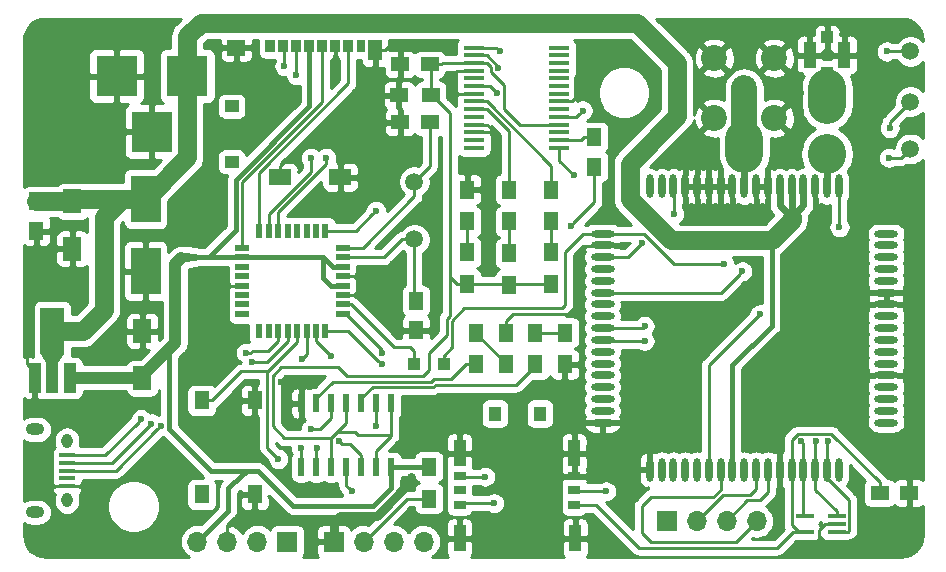
<source format=gtl>
G04 #@! TF.GenerationSoftware,KiCad,Pcbnew,(5.1.2)-2*
G04 #@! TF.CreationDate,2019-11-29T14:03:46+11:00*
G04 #@! TF.ProjectId,BoSL_GSP_Micro,426f534c-5f47-4535-905f-4d6963726f2e,0.3 G_*
G04 #@! TF.SameCoordinates,Original*
G04 #@! TF.FileFunction,Copper,L1,Top*
G04 #@! TF.FilePolarity,Positive*
%FSLAX46Y46*%
G04 Gerber Fmt 4.6, Leading zero omitted, Abs format (unit mm)*
G04 Created by KiCad (PCBNEW (5.1.2)-2) date 2019-11-29 14:03:46*
%MOMM*%
%LPD*%
G04 APERTURE LIST*
%ADD10R,0.600000X1.500000*%
%ADD11C,1.500000*%
%ADD12R,1.300000X1.500000*%
%ADD13R,1.900000X1.350000*%
%ADD14R,1.200000X1.000000*%
%ADD15R,1.550000X1.350000*%
%ADD16R,1.170000X1.800000*%
%ADD17R,0.750000X1.100000*%
%ADD18R,0.850000X1.100000*%
%ADD19O,0.600000X2.000000*%
%ADD20O,2.000000X0.600000*%
%ADD21R,1.000000X0.800000*%
%ADD22R,1.000000X2.300000*%
%ADD23R,1.100000X1.300000*%
%ADD24C,2.200000*%
%ADD25C,2.000000*%
%ADD26R,1.600000X2.000000*%
%ADD27R,1.250000X1.500000*%
%ADD28R,1.500000X1.250000*%
%ADD29R,2.500000X4.000000*%
%ADD30R,3.500000X3.500000*%
%ADD31R,1.000000X1.000000*%
%ADD32R,1.700000X1.700000*%
%ADD33O,1.700000X1.700000*%
%ADD34R,1.300000X1.550000*%
%ADD35R,1.000000X2.500000*%
%ADD36R,2.000000X4.000000*%
%ADD37C,0.750000*%
%ADD38C,0.100000*%
%ADD39R,1.500000X0.400000*%
%ADD40R,1.750000X0.450000*%
%ADD41R,1.350000X0.400000*%
%ADD42O,0.950000X1.250000*%
%ADD43O,1.550000X1.000000*%
%ADD44R,1.500000X1.300000*%
%ADD45R,1.050000X2.200000*%
%ADD46R,0.600000X1.200000*%
%ADD47R,1.200000X0.600000*%
%ADD48C,0.600000*%
%ADD49C,0.250000*%
%ADD50C,0.400000*%
%ADD51C,0.800000*%
%ADD52C,3.230000*%
%ADD53C,0.600000*%
%ADD54C,2.200000*%
%ADD55C,1.000000*%
%ADD56C,1.600000*%
%ADD57C,0.254000*%
G04 APERTURE END LIST*
D10*
X146810000Y-96300000D03*
X145540000Y-96300000D03*
X144270000Y-96300000D03*
X143000000Y-96300000D03*
X141730000Y-96300000D03*
X140460000Y-96300000D03*
X139190000Y-96300000D03*
X139190000Y-101700000D03*
X140460000Y-101700000D03*
X141730000Y-101700000D03*
X143000000Y-101700000D03*
X144270000Y-101700000D03*
X145540000Y-101700000D03*
X146810000Y-101700000D03*
D11*
X148750000Y-77520000D03*
X148750000Y-82400000D03*
D12*
X160342000Y-80890000D03*
X160342000Y-78190000D03*
X156786000Y-80890000D03*
X156786000Y-78190000D03*
X153230000Y-80890000D03*
X153230000Y-78190000D03*
D13*
X142480000Y-77140000D03*
X137360000Y-77140000D03*
D14*
X133300000Y-75840000D03*
X133300000Y-71140000D03*
D15*
X133685000Y-66165000D03*
D16*
X145425000Y-66390000D03*
D17*
X144225000Y-66040000D03*
D18*
X143175000Y-66040000D03*
X142075000Y-66040000D03*
X140975000Y-66040000D03*
X139875000Y-66040000D03*
X138775000Y-66040000D03*
X137675000Y-66040000D03*
X136575000Y-66040000D03*
D19*
X168690000Y-77920000D03*
X169690000Y-77920000D03*
X170690000Y-77920000D03*
X171690000Y-77920000D03*
X172690000Y-77920000D03*
X173690000Y-77920000D03*
X174690000Y-77920000D03*
X175690000Y-77920000D03*
X176690000Y-77920000D03*
X177690000Y-77920000D03*
X178690000Y-77920000D03*
X179690000Y-77920000D03*
X180690000Y-77920000D03*
X181690000Y-77920000D03*
X182690000Y-77920000D03*
X183690000Y-77920000D03*
X184690000Y-77920000D03*
D20*
X188690000Y-81920000D03*
X188690000Y-82920000D03*
X188690000Y-83920000D03*
X188690000Y-84920000D03*
X188690000Y-85920000D03*
X188690000Y-86920000D03*
X188690000Y-87920000D03*
X188690000Y-88920000D03*
X188690000Y-89920000D03*
X188690000Y-90920000D03*
X188690000Y-91920000D03*
X188690000Y-92920000D03*
X188690000Y-93920000D03*
X188690000Y-94920000D03*
X188690000Y-95920000D03*
X188690000Y-96920000D03*
X188690000Y-97920000D03*
D19*
X184690000Y-101920000D03*
X183690000Y-101920000D03*
X182690000Y-101920000D03*
X181690000Y-101920000D03*
X180690000Y-101920000D03*
X179690000Y-101920000D03*
X178690000Y-101920000D03*
X177690000Y-101920000D03*
X176690000Y-101920000D03*
X175690000Y-101920000D03*
X174690000Y-101920000D03*
X173690000Y-101920000D03*
X172690000Y-101920000D03*
X171690000Y-101920000D03*
X170690000Y-101920000D03*
X169690000Y-101920000D03*
X168690000Y-101920000D03*
D20*
X164690000Y-91920000D03*
X164690000Y-97920000D03*
X164690000Y-96920000D03*
X164690000Y-95920000D03*
X164690000Y-94920000D03*
X164690000Y-93920000D03*
X164690000Y-92920000D03*
X164690000Y-90920000D03*
X164690000Y-89920000D03*
X164690000Y-88920000D03*
X164690000Y-87920000D03*
X164690000Y-86920000D03*
X164690000Y-85920000D03*
X164690000Y-84920000D03*
X164690000Y-81920000D03*
X164690000Y-82920000D03*
X164690000Y-83920000D03*
D21*
X152580000Y-102470000D03*
D22*
X152580000Y-107720000D03*
X152580000Y-100520000D03*
D23*
X155575000Y-97155000D03*
X159385000Y-97155000D03*
D22*
X162280000Y-100520000D03*
X162380000Y-107720000D03*
D21*
X152580000Y-104870000D03*
X152580000Y-103670000D03*
X162280000Y-102470000D03*
X162280000Y-103670000D03*
X162280000Y-104870000D03*
D24*
X174150000Y-67060000D03*
X179230000Y-67060000D03*
X179230000Y-72140000D03*
X174150000Y-72140000D03*
D25*
X176690000Y-69600000D03*
D26*
X125730000Y-94170000D03*
X125730000Y-90170000D03*
D27*
X148900000Y-90100000D03*
X148900000Y-87600000D03*
D28*
X147550000Y-72500000D03*
X150050000Y-72500000D03*
X190640000Y-103890000D03*
X188140000Y-103890000D03*
D27*
X116760000Y-79200000D03*
X116760000Y-81700000D03*
D26*
X119794000Y-79200000D03*
X119794000Y-83200000D03*
D29*
X126000000Y-78990000D03*
X126000000Y-85090000D03*
D28*
X150050000Y-67600000D03*
X147550000Y-67600000D03*
D27*
X164000000Y-76250000D03*
X164000000Y-73750000D03*
D30*
X129540000Y-68580000D03*
X123540000Y-68580000D03*
X126540000Y-73280000D03*
D31*
X148750000Y-93000000D03*
X151250000Y-93000000D03*
D12*
X159000000Y-90300000D03*
X159000000Y-93000000D03*
X154000000Y-90300000D03*
X154000000Y-93000000D03*
X153230000Y-83510000D03*
X153230000Y-86210000D03*
X156786000Y-83590000D03*
X156786000Y-86290000D03*
X160342000Y-83510000D03*
X160342000Y-86210000D03*
D32*
X138000000Y-108000000D03*
D33*
X135460000Y-108000000D03*
X132920000Y-108000000D03*
X130380000Y-108000000D03*
D32*
X141920000Y-108000000D03*
D33*
X144460000Y-108000000D03*
X147000000Y-108000000D03*
X149540000Y-108000000D03*
D32*
X170130000Y-106250000D03*
D33*
X172670000Y-106250000D03*
X175210000Y-106250000D03*
X177750000Y-106250000D03*
D12*
X150000000Y-101650000D03*
X150000000Y-104350000D03*
X161500000Y-90300000D03*
X161500000Y-93000000D03*
X156500000Y-93000000D03*
X156500000Y-90300000D03*
D34*
X135250000Y-96050000D03*
X135250000Y-104000000D03*
X130750000Y-96050000D03*
X130750000Y-104000000D03*
D11*
X190750000Y-74750000D03*
X190750000Y-70750000D03*
X190750000Y-66500000D03*
D35*
X116610000Y-94130000D03*
X118110000Y-94130000D03*
X119610000Y-94130000D03*
D36*
X118110000Y-90170000D03*
D37*
X118110000Y-92520000D03*
D38*
G36*
X119110000Y-92145000D02*
G01*
X118610000Y-92895000D01*
X117610000Y-92895000D01*
X117110000Y-92145000D01*
X119110000Y-92145000D01*
X119110000Y-92145000D01*
G37*
D39*
X184500000Y-107150000D03*
X184500000Y-106500000D03*
X184500000Y-105850000D03*
X181840000Y-105850000D03*
X181840000Y-107150000D03*
D40*
X160986000Y-74633000D03*
X160986000Y-73983000D03*
X160986000Y-73333000D03*
X160986000Y-72683000D03*
X160986000Y-72033000D03*
X160986000Y-71383000D03*
X160986000Y-70733000D03*
X160986000Y-70083000D03*
X160986000Y-69433000D03*
X160986000Y-68783000D03*
X160986000Y-68133000D03*
X160986000Y-67483000D03*
X160986000Y-66833000D03*
X160986000Y-66183000D03*
X153786000Y-66183000D03*
X153786000Y-66833000D03*
X153786000Y-67483000D03*
X153786000Y-68133000D03*
X153786000Y-68783000D03*
X153786000Y-69433000D03*
X153786000Y-70083000D03*
X153786000Y-70733000D03*
X153786000Y-71383000D03*
X153786000Y-72033000D03*
X153786000Y-72683000D03*
X153786000Y-73333000D03*
X153786000Y-73983000D03*
X153786000Y-74633000D03*
D41*
X119350000Y-100700000D03*
X119350000Y-101350000D03*
X119350000Y-102000000D03*
X119350000Y-102650000D03*
X119350000Y-103300000D03*
D42*
X119350000Y-99500000D03*
X119350000Y-104500000D03*
D43*
X116650000Y-98500000D03*
X116650000Y-105500000D03*
D44*
X150150000Y-70200000D03*
X147450000Y-70200000D03*
D31*
X183700000Y-68300000D03*
X183700000Y-65300000D03*
D45*
X185175000Y-66800000D03*
X182225000Y-66800000D03*
D27*
X183700000Y-74300000D03*
X183700000Y-71800000D03*
D46*
X141230000Y-90170000D03*
X140430000Y-90170000D03*
X139630000Y-90170000D03*
X138830000Y-90170000D03*
X138030000Y-90170000D03*
X137230000Y-90170000D03*
X136430000Y-90170000D03*
X135630000Y-90170000D03*
D47*
X134180000Y-88720000D03*
X134180000Y-87920000D03*
X134180000Y-87120000D03*
X134180000Y-86320000D03*
X134180000Y-85520000D03*
X134180000Y-84720000D03*
X134180000Y-83920000D03*
X134180000Y-83120000D03*
D46*
X135630000Y-81670000D03*
X136430000Y-81670000D03*
X137230000Y-81670000D03*
X138030000Y-81670000D03*
X138830000Y-81670000D03*
X139630000Y-81670000D03*
X140430000Y-81670000D03*
X141230000Y-81670000D03*
D47*
X142680000Y-83120000D03*
X142680000Y-83920000D03*
X142680000Y-84720000D03*
X142680000Y-85520000D03*
X142680000Y-86320000D03*
X142680000Y-87120000D03*
X142680000Y-87920000D03*
X142680000Y-88720000D03*
D48*
X181500000Y-76000000D03*
X181500000Y-74500000D03*
X181500000Y-73000000D03*
X181500000Y-71500000D03*
X181500000Y-70000000D03*
X186500000Y-76000000D03*
X186500000Y-74500000D03*
X186500000Y-73000000D03*
X186500000Y-71500000D03*
X186500000Y-70000000D03*
X181500000Y-68500000D03*
X186500000Y-68500000D03*
X179500000Y-76000000D03*
X179500000Y-74500000D03*
X174000000Y-74500000D03*
X174000000Y-76000000D03*
X130500000Y-86000000D03*
X118000000Y-86000000D03*
X142000000Y-68500000D03*
X145000000Y-69500000D03*
X135500000Y-69500000D03*
X148500000Y-102500000D03*
X152000000Y-68500000D03*
X163000000Y-68000000D03*
X155000000Y-76500000D03*
X147000000Y-89000000D03*
X137500000Y-94500000D03*
X162000000Y-81249994D03*
X137250000Y-101000000D03*
X174999994Y-84500000D03*
X188924979Y-75500000D03*
X125625000Y-97625000D03*
X155749988Y-69999991D03*
X181500000Y-99500000D03*
X154750000Y-102500000D03*
X183750000Y-99500000D03*
X165000000Y-103750000D03*
X182750000Y-99500000D03*
X155500000Y-104750000D03*
X139249999Y-92500000D03*
X139139284Y-100055010D03*
X137750000Y-67750000D03*
X141300013Y-75500000D03*
X141705000Y-92295000D03*
X142355000Y-99500000D03*
X138750000Y-68500000D03*
X140000004Y-75500000D03*
X168250000Y-91000000D03*
X146000000Y-93000000D03*
X168250000Y-89750000D03*
X146000000Y-91999984D03*
X168000000Y-82750000D03*
X145500000Y-80000000D03*
X134500000Y-92000000D03*
X135000000Y-92750000D03*
X176532958Y-85125010D03*
X189000000Y-73000000D03*
X178000000Y-88750000D03*
X188750000Y-66500000D03*
X145500000Y-98250000D03*
X184750000Y-81375010D03*
X170750000Y-80250000D03*
X140000000Y-98500000D03*
X126500000Y-98000000D03*
X155874990Y-67907715D03*
X156000000Y-66500000D03*
X127299990Y-98193100D03*
X162250000Y-77000000D03*
X140489109Y-100055010D03*
X143500001Y-103749999D03*
X163000000Y-71500000D03*
D49*
X134180000Y-86320000D02*
X132320000Y-86320000D01*
X142680000Y-85520000D02*
X144480000Y-85520000D01*
X142680000Y-87120000D02*
X144880000Y-87120000D01*
X116610000Y-94130000D02*
X116610000Y-93610000D01*
X116610000Y-93610000D02*
X116000000Y-93000000D01*
X116000000Y-93000000D02*
X116000000Y-91500000D01*
X119350000Y-103300000D02*
X120800000Y-103300000D01*
X119350000Y-103300000D02*
X117200000Y-103300000D01*
X132920000Y-108000000D02*
X132920000Y-106580000D01*
X132920000Y-106580000D02*
X133500000Y-106000000D01*
X137360000Y-76215000D02*
X139000000Y-74575000D01*
X137360000Y-77140000D02*
X137360000Y-76215000D01*
X146260000Y-66390000D02*
X146650000Y-66000000D01*
X145425000Y-66390000D02*
X146260000Y-66390000D01*
D50*
X141920000Y-108000000D02*
X141920000Y-106580000D01*
X141920000Y-106580000D02*
X142500000Y-106000000D01*
D51*
X148500000Y-102881384D02*
X148500000Y-102500000D01*
X145581374Y-105800010D02*
X148500000Y-102881384D01*
X142469990Y-105800010D02*
X145581374Y-105800010D01*
X141920000Y-108000000D02*
X141920000Y-106350000D01*
X141920000Y-106350000D02*
X142469990Y-105800010D01*
D49*
X139190000Y-96300000D02*
X139190000Y-96809999D01*
X183500000Y-106500000D02*
X183000000Y-107000000D01*
X184500000Y-106500000D02*
X183500000Y-106500000D01*
X183000000Y-107000000D02*
X183000000Y-108500000D01*
X163990000Y-82920000D02*
X163910000Y-83000000D01*
X164690000Y-82920000D02*
X163990000Y-82920000D01*
X163910000Y-83000000D02*
X163000000Y-83000000D01*
X163000000Y-83000000D02*
X162500000Y-83500000D01*
X153786000Y-73333000D02*
X155333000Y-73333000D01*
X153786000Y-68133000D02*
X152367000Y-68133000D01*
X152367000Y-68133000D02*
X152000000Y-68500000D01*
X154911000Y-72683000D02*
X155228000Y-73000000D01*
X153786000Y-72683000D02*
X154911000Y-72683000D01*
X160986000Y-70733000D02*
X162111000Y-70733000D01*
X162700001Y-68299999D02*
X163000000Y-68000000D01*
X162374999Y-68625001D02*
X162700001Y-68299999D01*
X162111000Y-70733000D02*
X162374999Y-70469001D01*
X162374999Y-70469001D02*
X162374999Y-68625001D01*
X157099990Y-88700010D02*
X161799990Y-88700010D01*
X156500000Y-90300000D02*
X156500000Y-89300000D01*
X156500000Y-89300000D02*
X157099990Y-88700010D01*
X161799990Y-88700010D02*
X162500000Y-88000000D01*
X153786000Y-70083000D02*
X152083000Y-70083000D01*
D52*
X176690000Y-75190000D02*
X176690000Y-73914202D01*
D53*
X176690000Y-77920000D02*
X176690000Y-75190000D01*
D54*
X176690000Y-74410000D02*
X176690000Y-69600000D01*
D49*
X176690000Y-74410000D02*
X176690000Y-75190000D01*
D55*
X125690000Y-94130000D02*
X125730000Y-94170000D01*
X119610000Y-94130000D02*
X125690000Y-94130000D01*
X125730000Y-93970000D02*
X128000000Y-91700000D01*
X125730000Y-94170000D02*
X125730000Y-93970000D01*
D50*
X129000000Y-84000000D02*
X129080000Y-83920000D01*
X141859998Y-84720000D02*
X142680000Y-84720000D01*
X141059998Y-83920000D02*
X141859998Y-84720000D01*
X134180000Y-83920000D02*
X141059998Y-83920000D01*
X141680000Y-86320000D02*
X142680000Y-86320000D01*
X141059998Y-85699998D02*
X141680000Y-86320000D01*
X141059998Y-83920000D02*
X141059998Y-85699998D01*
X149950000Y-101700000D02*
X150000000Y-101650000D01*
X146810000Y-101700000D02*
X149950000Y-101700000D01*
X134199999Y-102354999D02*
X134145001Y-102354999D01*
X134554998Y-102000000D02*
X134199999Y-102354999D01*
X134145001Y-102354999D02*
X133000000Y-103500000D01*
X133000000Y-105380000D02*
X130380000Y-108000000D01*
X133000000Y-103500000D02*
X133000000Y-105380000D01*
X146810000Y-103440000D02*
X146810000Y-101700000D01*
X145250000Y-105000000D02*
X146810000Y-103440000D01*
X138500000Y-105000000D02*
X145250000Y-105000000D01*
X134554998Y-102000000D02*
X135500000Y-102000000D01*
X135500000Y-102000000D02*
X138500000Y-105000000D01*
X128000000Y-91700000D02*
X128000000Y-98500000D01*
X128000000Y-98500000D02*
X131500000Y-102000000D01*
X131500000Y-102000000D02*
X134554998Y-102000000D01*
D55*
X128500000Y-84500000D02*
X129000000Y-84000000D01*
X128000000Y-91700000D02*
X128500000Y-91200000D01*
X128500000Y-91200000D02*
X128500000Y-84500000D01*
D50*
X131330000Y-83920000D02*
X134180000Y-83920000D01*
D51*
X129080000Y-83920000D02*
X129580000Y-83920000D01*
D53*
X129580000Y-83920000D02*
X130170000Y-83920000D01*
D50*
X130170000Y-83920000D02*
X131330000Y-83920000D01*
X133654990Y-81595010D02*
X131330000Y-83920000D01*
X133654990Y-77345011D02*
X133654990Y-81595010D01*
X139875000Y-66040000D02*
X139875000Y-71125000D01*
X139875000Y-71125000D02*
X133654990Y-77345011D01*
D49*
X143530000Y-83920000D02*
X142680000Y-83920000D01*
X146169340Y-83920000D02*
X143530000Y-83920000D01*
X147689340Y-82400000D02*
X146169340Y-83920000D01*
X148750000Y-82400000D02*
X147689340Y-82400000D01*
X148750000Y-87450000D02*
X148900000Y-87600000D01*
X148750000Y-82400000D02*
X148750000Y-87450000D01*
X150050000Y-76220000D02*
X150050000Y-72500000D01*
X148750000Y-77520000D02*
X150050000Y-76220000D01*
X144380000Y-83120000D02*
X142680000Y-83120000D01*
X148750000Y-77520000D02*
X148750000Y-78750000D01*
X148750000Y-78750000D02*
X144380000Y-83120000D01*
X180690000Y-103170000D02*
X180690000Y-101920000D01*
X181290000Y-107150000D02*
X180690000Y-106550000D01*
X181840000Y-107150000D02*
X181290000Y-107150000D01*
X180690000Y-102620000D02*
X180690000Y-101920000D01*
X180690000Y-103690000D02*
X180690000Y-103810000D01*
X180690000Y-103690000D02*
X180690000Y-103170000D01*
X180690000Y-106550000D02*
X180690000Y-103690000D01*
X180840000Y-107150000D02*
X179490000Y-108500000D01*
X181840000Y-107150000D02*
X180840000Y-107150000D01*
X179490000Y-108500000D02*
X167750000Y-108500000D01*
X164120000Y-104870000D02*
X162280000Y-104870000D01*
X167750000Y-108500000D02*
X164120000Y-104870000D01*
X180690000Y-100670000D02*
X180690000Y-101920000D01*
X180690000Y-99384998D02*
X180690000Y-100670000D01*
X181199999Y-98874999D02*
X180690000Y-99384998D01*
X184050001Y-98874999D02*
X181199999Y-98874999D01*
X188140000Y-102964998D02*
X184050001Y-98874999D01*
X188140000Y-103890000D02*
X188140000Y-102964998D01*
D53*
X180690000Y-79520000D02*
X180690000Y-77920000D01*
X180700000Y-79530000D02*
X180690000Y-79520000D01*
X180700000Y-80510000D02*
X180700000Y-79530000D01*
X181690000Y-79520000D02*
X180700000Y-80510000D01*
X181690000Y-77920000D02*
X181690000Y-79520000D01*
X180680000Y-80510000D02*
X180700000Y-80510000D01*
X179690000Y-79520000D02*
X180680000Y-80510000D01*
X179690000Y-77920000D02*
X179690000Y-79520000D01*
D56*
X180700000Y-80800000D02*
X179000000Y-82500000D01*
X180700000Y-80510000D02*
X180700000Y-80800000D01*
X129540000Y-75450000D02*
X126000000Y-78990000D01*
X129540000Y-68580000D02*
X129540000Y-75450000D01*
X120004000Y-78990000D02*
X119794000Y-79200000D01*
X119794000Y-79200000D02*
X116760000Y-79200000D01*
X122500000Y-80500000D02*
X124010000Y-78990000D01*
X122500000Y-88380000D02*
X122500000Y-80500000D01*
X120710000Y-90170000D02*
X122500000Y-88380000D01*
X118110000Y-90170000D02*
X120710000Y-90170000D01*
X126000000Y-78990000D02*
X124010000Y-78990000D01*
X124010000Y-78990000D02*
X120004000Y-78990000D01*
D50*
X179000000Y-82500000D02*
X179000000Y-89750000D01*
X175690000Y-93060000D02*
X175690000Y-101920000D01*
X179000000Y-89750000D02*
X175690000Y-93060000D01*
D49*
X118110000Y-90170000D02*
X118110000Y-94130000D01*
D56*
X129540000Y-65230000D02*
X129540000Y-68580000D01*
X130694990Y-64075010D02*
X129540000Y-65230000D01*
X170500000Y-82500000D02*
X167000000Y-79000000D01*
X167575010Y-64075010D02*
X130694990Y-64075010D01*
X179000000Y-82500000D02*
X170500000Y-82500000D01*
X167000000Y-79000000D02*
X167000000Y-76000000D01*
X167000000Y-76000000D02*
X171000000Y-72000000D01*
X171000000Y-72000000D02*
X171000000Y-67500000D01*
X171000000Y-67500000D02*
X167575010Y-64075010D01*
D49*
X148110000Y-104350000D02*
X150000000Y-104350000D01*
X144460000Y-108000000D02*
X148110000Y-104350000D01*
X162299999Y-80949995D02*
X162000000Y-81249994D01*
X164000000Y-76250000D02*
X164000000Y-79249994D01*
X164000000Y-79249994D02*
X162299999Y-80949995D01*
X136299989Y-100049989D02*
X137250000Y-101000000D01*
X136299989Y-97200011D02*
X136299989Y-100049989D01*
X136299989Y-93625013D02*
X136299989Y-97200011D01*
X138830000Y-90170000D02*
X138830000Y-91095002D01*
X131650000Y-96050000D02*
X130750000Y-96050000D01*
X134112499Y-93587501D02*
X131650000Y-96050000D01*
X136337501Y-93587501D02*
X134112499Y-93587501D01*
X136337501Y-93587501D02*
X136299989Y-93625013D01*
X138830000Y-91095002D02*
X136337501Y-93587501D01*
X135630000Y-80820000D02*
X135630000Y-81670000D01*
X135630000Y-76748888D02*
X135630000Y-80820000D01*
X143175000Y-69203888D02*
X135630000Y-76748888D01*
X143175000Y-66040000D02*
X143175000Y-69203888D01*
X143420000Y-87920000D02*
X142680000Y-87920000D01*
X147000000Y-91500000D02*
X143420000Y-87920000D01*
X148425004Y-91500000D02*
X147000000Y-91500000D01*
X148750000Y-93000000D02*
X148750000Y-91824996D01*
X148750000Y-91824996D02*
X148425004Y-91500000D01*
X163035000Y-81920000D02*
X164690000Y-81920000D01*
X161500000Y-83455000D02*
X163035000Y-81920000D01*
X151250000Y-92250000D02*
X151950011Y-91549989D01*
X151950011Y-91549989D02*
X151950011Y-89299989D01*
X151950011Y-89299989D02*
X153000000Y-88250000D01*
X151250000Y-93000000D02*
X151250000Y-92250000D01*
X153000000Y-88250000D02*
X161250000Y-88250000D01*
X161500000Y-88000000D02*
X161500000Y-83455000D01*
X161250000Y-88250000D02*
X161500000Y-88000000D01*
X164690000Y-81920000D02*
X168170000Y-81920000D01*
X168170000Y-81920000D02*
X170750000Y-84500000D01*
X174575730Y-84500000D02*
X174999994Y-84500000D01*
X170750000Y-84500000D02*
X174575730Y-84500000D01*
X190000001Y-75499999D02*
X189349243Y-75500000D01*
X189349243Y-75500000D02*
X188924979Y-75500000D01*
X190750000Y-74750000D02*
X190000001Y-75499999D01*
X159000000Y-93100000D02*
X157399990Y-94700010D01*
X157399990Y-94700010D02*
X150572812Y-94700010D01*
X150572812Y-94700010D02*
X150372800Y-94900022D01*
X144270000Y-95850000D02*
X144270000Y-96300000D01*
X145219978Y-94900022D02*
X144270000Y-95850000D01*
X159000000Y-93000000D02*
X159000000Y-93100000D01*
X150372800Y-94900022D02*
X145219978Y-94900022D01*
X154000000Y-90400000D02*
X154000000Y-90300000D01*
X156500000Y-92900000D02*
X154000000Y-90400000D01*
X156500000Y-93000000D02*
X156500000Y-92900000D01*
X140460000Y-95850000D02*
X140460000Y-96300000D01*
X150186400Y-94450011D02*
X141859989Y-94450011D01*
X141859989Y-94450011D02*
X140460000Y-95850000D01*
X150386411Y-94250000D02*
X150186400Y-94450011D01*
X153100000Y-93000000D02*
X151850000Y-94250000D01*
X154000000Y-93000000D02*
X153100000Y-93000000D01*
X151850000Y-94250000D02*
X150386411Y-94250000D01*
X153230000Y-82510000D02*
X153230000Y-80890000D01*
X153230000Y-83510000D02*
X153230000Y-82510000D01*
X156786000Y-83590000D02*
X156786000Y-80890000D01*
X125325001Y-97924999D02*
X125625000Y-97625000D01*
X122550000Y-100700000D02*
X125325001Y-97924999D01*
X119350000Y-100700000D02*
X122550000Y-100700000D01*
X155449989Y-69699992D02*
X155749988Y-69999991D01*
X153786000Y-69433000D02*
X155182997Y-69433000D01*
X155182997Y-69433000D02*
X155449989Y-69699992D01*
X160342000Y-82510000D02*
X160342000Y-80890000D01*
X160342000Y-83510000D02*
X160342000Y-82510000D01*
X181690000Y-102620000D02*
X181690000Y-101920000D01*
X181690000Y-105700000D02*
X181840000Y-105850000D01*
X181690000Y-101920000D02*
X181690000Y-105700000D01*
X181690000Y-101920000D02*
X181690000Y-99690000D01*
X181690000Y-99690000D02*
X181500000Y-99500000D01*
X152610000Y-102500000D02*
X152580000Y-102470000D01*
X154750000Y-102500000D02*
X152610000Y-102500000D01*
X183690000Y-102620000D02*
X183690000Y-101920000D01*
X185575001Y-104505001D02*
X183690000Y-102620000D01*
X185575001Y-107074999D02*
X185575001Y-104505001D01*
X185500000Y-107150000D02*
X185575001Y-107074999D01*
X184500000Y-107150000D02*
X185500000Y-107150000D01*
X183690000Y-101920000D02*
X183690000Y-99560000D01*
X183690000Y-99560000D02*
X183750000Y-99500000D01*
X162360000Y-103750000D02*
X162280000Y-103670000D01*
X165000000Y-103750000D02*
X162360000Y-103750000D01*
X182690000Y-102620000D02*
X182690000Y-101920000D01*
X182690000Y-103170000D02*
X182690000Y-101920000D01*
X182690000Y-103590000D02*
X182690000Y-103170000D01*
X184500000Y-105400000D02*
X182690000Y-103590000D01*
X184500000Y-105850000D02*
X184500000Y-105400000D01*
X182690000Y-101920000D02*
X182690000Y-99560000D01*
X182690000Y-99560000D02*
X182750000Y-99500000D01*
X152700000Y-104750000D02*
X152580000Y-104870000D01*
X155500000Y-104750000D02*
X152700000Y-104750000D01*
X139630000Y-91020000D02*
X139630000Y-90170000D01*
X139630000Y-92119999D02*
X139630000Y-90170000D01*
X139249999Y-92500000D02*
X139630000Y-92119999D01*
X139190000Y-101700000D02*
X139190000Y-100105726D01*
X139190000Y-100105726D02*
X139139284Y-100055010D01*
X137750000Y-66115000D02*
X137675000Y-66040000D01*
X137750000Y-67750000D02*
X137750000Y-66115000D01*
X137230000Y-80116412D02*
X141300013Y-76046399D01*
X141300013Y-76046399D02*
X141300013Y-75924264D01*
X137230000Y-81670000D02*
X137230000Y-80116412D01*
X141300013Y-75924264D02*
X141300013Y-75500000D01*
X140430000Y-90170000D02*
X140430000Y-91020000D01*
X140430000Y-91020000D02*
X141705000Y-92295000D01*
X144270000Y-100700000D02*
X143320000Y-99750000D01*
X144270000Y-101700000D02*
X144270000Y-100700000D01*
X143320000Y-99750000D02*
X142605000Y-99750000D01*
X142605000Y-99750000D02*
X142355000Y-99500000D01*
X138750000Y-66065000D02*
X138775000Y-66040000D01*
X138750000Y-68500000D02*
X138750000Y-66065000D01*
X136430000Y-81670000D02*
X136430000Y-80280002D01*
X136430000Y-80280002D02*
X140000004Y-76709998D01*
X140000004Y-76709998D02*
X140000004Y-75924264D01*
X140000004Y-75924264D02*
X140000004Y-75500000D01*
X164770000Y-91000000D02*
X164690000Y-90920000D01*
X168250000Y-91000000D02*
X164770000Y-91000000D01*
X143170000Y-90170000D02*
X145700001Y-92700001D01*
X141230000Y-90170000D02*
X143170000Y-90170000D01*
X145700001Y-92700001D02*
X146000000Y-93000000D01*
X168080000Y-89920000D02*
X168250000Y-89750000D01*
X164690000Y-89920000D02*
X168080000Y-89920000D01*
X142680000Y-88720000D02*
X142980000Y-88720000D01*
X146000000Y-91740000D02*
X146000000Y-91999984D01*
X142980000Y-88720000D02*
X146000000Y-91740000D01*
X134180000Y-77562477D02*
X140975000Y-70767477D01*
X134180000Y-83120000D02*
X134180000Y-77562477D01*
X140975000Y-70767477D02*
X140975000Y-66840000D01*
X140975000Y-66840000D02*
X140975000Y-66040000D01*
X167700001Y-83049999D02*
X168000000Y-82750000D01*
X166830000Y-83920000D02*
X167700001Y-83049999D01*
X164690000Y-83920000D02*
X166830000Y-83920000D01*
X145200001Y-80299999D02*
X145500000Y-80000000D01*
X143830000Y-81670000D02*
X145200001Y-80299999D01*
X141230000Y-81670000D02*
X143830000Y-81670000D01*
X137230000Y-90170000D02*
X137230000Y-91020000D01*
X135049265Y-91874999D02*
X134924264Y-92000000D01*
X136375001Y-91874999D02*
X135049265Y-91874999D01*
X137230000Y-91020000D02*
X136375001Y-91874999D01*
X134924264Y-92000000D02*
X134500000Y-92000000D01*
X138030000Y-90170000D02*
X138030000Y-91020000D01*
X136300000Y-92750000D02*
X135424264Y-92750000D01*
X138030000Y-91020000D02*
X136300000Y-92750000D01*
X135424264Y-92750000D02*
X135000000Y-92750000D01*
X164690000Y-86920000D02*
X174737968Y-86920000D01*
X176232959Y-85425009D02*
X176532958Y-85125010D01*
X174737968Y-86920000D02*
X176232959Y-85425009D01*
X189000000Y-72500000D02*
X189000000Y-72575736D01*
X190750000Y-70750000D02*
X189000000Y-72500000D01*
X189000000Y-72575736D02*
X189000000Y-73000000D01*
X173690000Y-101920000D02*
X173690000Y-93060000D01*
X173690000Y-93060000D02*
X178000000Y-88750000D01*
X190750000Y-66500000D02*
X188750000Y-66500000D01*
X174870010Y-104049990D02*
X172670000Y-106250000D01*
X177200010Y-104049990D02*
X174870010Y-104049990D01*
X177690000Y-101920000D02*
X177690000Y-103560000D01*
X177690000Y-103560000D02*
X177200010Y-104049990D01*
X178690000Y-101920000D02*
X178690000Y-103810000D01*
X178690000Y-103810000D02*
X178000000Y-104500000D01*
X176960000Y-104500000D02*
X175210000Y-106250000D01*
X178000000Y-104500000D02*
X176960000Y-104500000D01*
X145540000Y-96300000D02*
X145540000Y-98210000D01*
X145540000Y-98210000D02*
X145500000Y-98250000D01*
X184690000Y-77920000D02*
X184690000Y-81315010D01*
X184690000Y-81315010D02*
X184750000Y-81375010D01*
X170750000Y-77980000D02*
X170690000Y-77920000D01*
X170750000Y-80250000D02*
X170750000Y-77980000D01*
X140750000Y-98500000D02*
X140000000Y-98500000D01*
X141730000Y-96300000D02*
X141730000Y-97520000D01*
X141730000Y-97520000D02*
X140750000Y-98500000D01*
X123150000Y-101350000D02*
X126200001Y-98299999D01*
X126200001Y-98299999D02*
X126500000Y-98000000D01*
X119350000Y-101350000D02*
X123150000Y-101350000D01*
X154911000Y-66833000D02*
X155874990Y-67796990D01*
X153786000Y-66833000D02*
X154911000Y-66833000D01*
X155874990Y-67796990D02*
X155874990Y-67907715D01*
X155700001Y-66200001D02*
X156000000Y-66500000D01*
X153786000Y-66183000D02*
X155683000Y-66183000D01*
X155683000Y-66183000D02*
X155700001Y-66200001D01*
X119350000Y-102000000D02*
X123493090Y-102000000D01*
X123493090Y-102000000D02*
X126999991Y-98493099D01*
X126999991Y-98493099D02*
X127299990Y-98193100D01*
X162111000Y-73983000D02*
X160986000Y-73983000D01*
X162892000Y-73983000D02*
X162111000Y-73983000D01*
X163125000Y-73750000D02*
X162892000Y-73983000D01*
X164000000Y-73750000D02*
X163125000Y-73750000D01*
X159900000Y-90300000D02*
X161500000Y-90300000D01*
X159000000Y-90300000D02*
X159900000Y-90300000D01*
X160986000Y-75736000D02*
X160986000Y-74633000D01*
X162250000Y-77000000D02*
X160986000Y-75736000D01*
X140460000Y-101700000D02*
X140460000Y-100084119D01*
X140460000Y-100084119D02*
X140489109Y-100055010D01*
X162700001Y-71799999D02*
X163000000Y-71500000D01*
X160986000Y-72033000D02*
X162467000Y-72033000D01*
X162467000Y-72033000D02*
X162700001Y-71799999D01*
X143200002Y-103450000D02*
X143500001Y-103749999D01*
X143000000Y-101700000D02*
X143000000Y-103249998D01*
X143000000Y-103249998D02*
X143200002Y-103450000D01*
X163000000Y-71500000D02*
X163000000Y-71500000D01*
X174690000Y-103170000D02*
X174690000Y-101920000D01*
X174690000Y-103593590D02*
X174690000Y-103170000D01*
X174033590Y-104250000D02*
X174690000Y-103593590D01*
X176000000Y-108000000D02*
X168750000Y-108000000D01*
X177750000Y-106250000D02*
X176000000Y-108000000D01*
X168750000Y-108000000D02*
X168000000Y-107250000D01*
X168000000Y-107250000D02*
X168000000Y-105000000D01*
X168000000Y-105000000D02*
X168750000Y-104250000D01*
X168750000Y-104250000D02*
X174033590Y-104250000D01*
X150150000Y-67700000D02*
X150050000Y-67600000D01*
X150150000Y-70200000D02*
X150150000Y-67700000D01*
X152661000Y-67483000D02*
X153786000Y-67483000D01*
X151167000Y-67483000D02*
X152661000Y-67483000D01*
X151050000Y-67600000D02*
X151167000Y-67483000D01*
X150050000Y-67600000D02*
X151050000Y-67600000D01*
X159950998Y-72683000D02*
X160986000Y-72683000D01*
X156706000Y-86210000D02*
X156786000Y-86290000D01*
X153230000Y-86210000D02*
X156706000Y-86210000D01*
X156866000Y-86210000D02*
X156786000Y-86290000D01*
X160342000Y-86210000D02*
X156866000Y-86210000D01*
X152330000Y-86210000D02*
X151750000Y-85630000D01*
X153230000Y-86210000D02*
X152330000Y-86210000D01*
X150250000Y-70200000D02*
X150150000Y-70200000D01*
X151750000Y-71700000D02*
X150250000Y-70200000D01*
X151750000Y-85630000D02*
X151750000Y-71700000D01*
X159861000Y-72683000D02*
X160986000Y-72683000D01*
X153786000Y-67483000D02*
X154911000Y-67483000D01*
X154911000Y-67483000D02*
X155249988Y-67821988D01*
X157683000Y-72683000D02*
X159861000Y-72683000D01*
X156374998Y-71374998D02*
X157683000Y-72683000D01*
X155249988Y-68207717D02*
X156374998Y-69332727D01*
X155249988Y-67821988D02*
X155249988Y-68207717D01*
X156374998Y-69332727D02*
X156374998Y-71374998D01*
X143000000Y-97300000D02*
X143000000Y-96300000D01*
X146810000Y-99020000D02*
X145540000Y-100290000D01*
X146810000Y-96300000D02*
X146810000Y-99020000D01*
X145540000Y-101700000D02*
X145540000Y-100290000D01*
X146790000Y-99000000D02*
X146810000Y-99020000D01*
X136750000Y-98250000D02*
X137750000Y-99250000D01*
X136750000Y-94000000D02*
X136750000Y-98250000D01*
X149500000Y-94000000D02*
X143074996Y-94000000D01*
X137500000Y-93250000D02*
X136750000Y-94000000D01*
X143074996Y-94000000D02*
X142324996Y-93250000D01*
X151750000Y-88863590D02*
X151500000Y-89113590D01*
X151750000Y-85630000D02*
X151750000Y-88863590D01*
X151500000Y-89113590D02*
X151500000Y-90500000D01*
X142324996Y-93250000D02*
X137500000Y-93250000D01*
X151500000Y-90500000D02*
X150000000Y-92000000D01*
X150000000Y-92000000D02*
X150000000Y-93500000D01*
X150000000Y-93500000D02*
X149500000Y-94000000D01*
X141730000Y-100700000D02*
X141730000Y-101700000D01*
X144000000Y-99000000D02*
X146790000Y-99000000D01*
X141730000Y-99199998D02*
X141730000Y-99480000D01*
X142199998Y-98730000D02*
X141730000Y-99199998D01*
X143730000Y-98730000D02*
X142199998Y-98730000D01*
X144000000Y-99000000D02*
X143730000Y-98730000D01*
X141730000Y-99480000D02*
X141730000Y-100700000D01*
X143000000Y-97929998D02*
X142199998Y-98730000D01*
X143000000Y-96300000D02*
X143000000Y-97929998D01*
X141679998Y-99250000D02*
X141730000Y-99199998D01*
X137750000Y-99250000D02*
X141679998Y-99250000D01*
X156786000Y-77190000D02*
X156786000Y-78190000D01*
X156786000Y-73258000D02*
X156786000Y-77190000D01*
X154911000Y-71383000D02*
X156786000Y-73258000D01*
X153786000Y-71383000D02*
X154911000Y-71383000D01*
X160342000Y-77190000D02*
X160342000Y-78190000D01*
X160342000Y-76164000D02*
X160342000Y-77190000D01*
X154911000Y-70733000D02*
X160342000Y-76164000D01*
X153786000Y-70733000D02*
X154911000Y-70733000D01*
D52*
X183700000Y-71000000D02*
X183700000Y-69600000D01*
D49*
X183700000Y-71000000D02*
X183700000Y-68300000D01*
X183700000Y-71800000D02*
X183700000Y-71000000D01*
X183690000Y-74310000D02*
X183700000Y-74300000D01*
D52*
X183690000Y-75090000D02*
X183690000Y-75228925D01*
D49*
X183690000Y-75090000D02*
X183690000Y-74310000D01*
D53*
X183690000Y-77920000D02*
X183690000Y-75090000D01*
D57*
G36*
X116737000Y-94003000D02*
G01*
X116757000Y-94003000D01*
X116757000Y-94257000D01*
X116737000Y-94257000D01*
X116737000Y-95856250D01*
X116895750Y-96015000D01*
X117110000Y-96018072D01*
X117234482Y-96005812D01*
X117354180Y-95969502D01*
X117360000Y-95966391D01*
X117365820Y-95969502D01*
X117485518Y-96005812D01*
X117610000Y-96018072D01*
X118610000Y-96018072D01*
X118734482Y-96005812D01*
X118854180Y-95969502D01*
X118860000Y-95966391D01*
X118865820Y-95969502D01*
X118985518Y-96005812D01*
X119110000Y-96018072D01*
X120110000Y-96018072D01*
X120234482Y-96005812D01*
X120354180Y-95969502D01*
X120464494Y-95910537D01*
X120561185Y-95831185D01*
X120640537Y-95734494D01*
X120699502Y-95624180D01*
X120735812Y-95504482D01*
X120748072Y-95380000D01*
X120748072Y-95265000D01*
X124301284Y-95265000D01*
X124304188Y-95294482D01*
X124340498Y-95414180D01*
X124399463Y-95524494D01*
X124478815Y-95621185D01*
X124575506Y-95700537D01*
X124685820Y-95759502D01*
X124805518Y-95795812D01*
X124930000Y-95808072D01*
X126530000Y-95808072D01*
X126654482Y-95795812D01*
X126774180Y-95759502D01*
X126884494Y-95700537D01*
X126981185Y-95621185D01*
X127060537Y-95524494D01*
X127119502Y-95414180D01*
X127155812Y-95294482D01*
X127165001Y-95201186D01*
X127165001Y-97266633D01*
X127101546Y-97279256D01*
X127096028Y-97273738D01*
X126942889Y-97171414D01*
X126772729Y-97100932D01*
X126592089Y-97065000D01*
X126407911Y-97065000D01*
X126379157Y-97070720D01*
X126351262Y-97028972D01*
X126221028Y-96898738D01*
X126067889Y-96796414D01*
X125897729Y-96725932D01*
X125717089Y-96690000D01*
X125532911Y-96690000D01*
X125352271Y-96725932D01*
X125182111Y-96796414D01*
X125028972Y-96898738D01*
X124898738Y-97028972D01*
X124796414Y-97182111D01*
X124725932Y-97352271D01*
X124701847Y-97473351D01*
X122235199Y-99940000D01*
X120421975Y-99940000D01*
X120443938Y-99867597D01*
X120460000Y-99704520D01*
X120460000Y-99295479D01*
X120443938Y-99132402D01*
X120380468Y-98923166D01*
X120277396Y-98730334D01*
X120138686Y-98561314D01*
X119969666Y-98422604D01*
X119776833Y-98319532D01*
X119567597Y-98256062D01*
X119350000Y-98234630D01*
X119132402Y-98256062D01*
X118923166Y-98319532D01*
X118730334Y-98422604D01*
X118561314Y-98561314D01*
X118422604Y-98730334D01*
X118319532Y-98923167D01*
X118256062Y-99132403D01*
X118240000Y-99295480D01*
X118240000Y-99704521D01*
X118256062Y-99867598D01*
X118293648Y-99991505D01*
X118223815Y-100048815D01*
X118144463Y-100145506D01*
X118085498Y-100255820D01*
X118049188Y-100375518D01*
X118036928Y-100500000D01*
X118036928Y-100900000D01*
X118049188Y-101024482D01*
X118049345Y-101025000D01*
X118049188Y-101025518D01*
X118036928Y-101150000D01*
X118036928Y-101550000D01*
X118049188Y-101674482D01*
X118049345Y-101675000D01*
X118049188Y-101675518D01*
X118036928Y-101800000D01*
X118036928Y-102200000D01*
X118049188Y-102324482D01*
X118049345Y-102325000D01*
X118049188Y-102325518D01*
X118036928Y-102450000D01*
X118036928Y-102850000D01*
X118049188Y-102974482D01*
X118049988Y-102977120D01*
X118040000Y-103068250D01*
X118107968Y-103136218D01*
X118144463Y-103204494D01*
X118223815Y-103301185D01*
X118311322Y-103373000D01*
X118198750Y-103373000D01*
X118040000Y-103531750D01*
X118051259Y-103634474D01*
X118089479Y-103753576D01*
X118150200Y-103862933D01*
X118231088Y-103958343D01*
X118293762Y-104008122D01*
X118256062Y-104132403D01*
X118240000Y-104295480D01*
X118240000Y-104704521D01*
X118256062Y-104867598D01*
X118319532Y-105076834D01*
X118422604Y-105269666D01*
X118561315Y-105438686D01*
X118730335Y-105577396D01*
X118923167Y-105680468D01*
X119132403Y-105743938D01*
X119350000Y-105765370D01*
X119567598Y-105743938D01*
X119776834Y-105680468D01*
X119969666Y-105577396D01*
X120138686Y-105438686D01*
X120277396Y-105269666D01*
X120380468Y-105076833D01*
X120443938Y-104867597D01*
X120452578Y-104779872D01*
X122765000Y-104779872D01*
X122765000Y-105220128D01*
X122850890Y-105651925D01*
X123019369Y-106058669D01*
X123263962Y-106424729D01*
X123575271Y-106736038D01*
X123941331Y-106980631D01*
X124348075Y-107149110D01*
X124779872Y-107235000D01*
X125220128Y-107235000D01*
X125651925Y-107149110D01*
X126058669Y-106980631D01*
X126424729Y-106736038D01*
X126736038Y-106424729D01*
X126980631Y-106058669D01*
X127149110Y-105651925D01*
X127235000Y-105220128D01*
X127235000Y-104779872D01*
X127149110Y-104348075D01*
X126980631Y-103941331D01*
X126736038Y-103575271D01*
X126424729Y-103263962D01*
X126058669Y-103019369D01*
X125651925Y-102850890D01*
X125220128Y-102765000D01*
X124779872Y-102765000D01*
X124348075Y-102850890D01*
X123941331Y-103019369D01*
X123575271Y-103263962D01*
X123263962Y-103575271D01*
X123019369Y-103941331D01*
X122850890Y-104348075D01*
X122765000Y-104779872D01*
X120452578Y-104779872D01*
X120460000Y-104704520D01*
X120460000Y-104295479D01*
X120443938Y-104132402D01*
X120406239Y-104008122D01*
X120468912Y-103958343D01*
X120549800Y-103862933D01*
X120610521Y-103753576D01*
X120648741Y-103634474D01*
X120660000Y-103531750D01*
X120501250Y-103373000D01*
X120388678Y-103373000D01*
X120476185Y-103301185D01*
X120555537Y-103204494D01*
X120592032Y-103136218D01*
X120660000Y-103068250D01*
X120650012Y-102977120D01*
X120650812Y-102974482D01*
X120663072Y-102850000D01*
X120663072Y-102760000D01*
X123455768Y-102760000D01*
X123493090Y-102763676D01*
X123530412Y-102760000D01*
X123530423Y-102760000D01*
X123642076Y-102749003D01*
X123785337Y-102705546D01*
X123917366Y-102634974D01*
X124033091Y-102540001D01*
X124056894Y-102510997D01*
X127443512Y-99124379D01*
X130880559Y-102561427D01*
X130901487Y-102586928D01*
X130100000Y-102586928D01*
X129975518Y-102599188D01*
X129855820Y-102635498D01*
X129745506Y-102694463D01*
X129648815Y-102773815D01*
X129569463Y-102870506D01*
X129510498Y-102980820D01*
X129474188Y-103100518D01*
X129461928Y-103225000D01*
X129461928Y-104775000D01*
X129474188Y-104899482D01*
X129510498Y-105019180D01*
X129569463Y-105129494D01*
X129648815Y-105226185D01*
X129745506Y-105305537D01*
X129855820Y-105364502D01*
X129975518Y-105400812D01*
X130100000Y-105413072D01*
X131400000Y-105413072D01*
X131524482Y-105400812D01*
X131644180Y-105364502D01*
X131754494Y-105305537D01*
X131851185Y-105226185D01*
X131930537Y-105129494D01*
X131989502Y-105019180D01*
X132025812Y-104899482D01*
X132038072Y-104775000D01*
X132038072Y-103225000D01*
X132025812Y-103100518D01*
X131989502Y-102980820D01*
X131930537Y-102870506D01*
X131901398Y-102835000D01*
X132484133Y-102835000D01*
X132438578Y-102880555D01*
X132406709Y-102906709D01*
X132305699Y-103029791D01*
X132302364Y-103033855D01*
X132224828Y-103178914D01*
X132177082Y-103336312D01*
X132160960Y-103500000D01*
X132165000Y-103541014D01*
X132165001Y-105034130D01*
X130663404Y-106535728D01*
X130452950Y-106515000D01*
X130307050Y-106515000D01*
X130088889Y-106536487D01*
X129808966Y-106621401D01*
X129550986Y-106759294D01*
X129324866Y-106944866D01*
X129139294Y-107170986D01*
X129001401Y-107428966D01*
X128916487Y-107708889D01*
X128887815Y-108000000D01*
X128916487Y-108291111D01*
X129001401Y-108571034D01*
X129139294Y-108829014D01*
X129324866Y-109055134D01*
X129550986Y-109240706D01*
X129643209Y-109290000D01*
X117534720Y-109290000D01*
X117152984Y-109252571D01*
X116819182Y-109151789D01*
X116511313Y-108988093D01*
X116241103Y-108767716D01*
X116018846Y-108499052D01*
X115853005Y-108192337D01*
X115749896Y-107859246D01*
X115710000Y-107479659D01*
X115710000Y-106422533D01*
X115741377Y-106448284D01*
X115938553Y-106553676D01*
X116152501Y-106618577D01*
X116319248Y-106635000D01*
X116980752Y-106635000D01*
X117147499Y-106618577D01*
X117361447Y-106553676D01*
X117558623Y-106448284D01*
X117731449Y-106306449D01*
X117873284Y-106133623D01*
X117978676Y-105936447D01*
X118043577Y-105722499D01*
X118065491Y-105500000D01*
X118043577Y-105277501D01*
X117978676Y-105063553D01*
X117873284Y-104866377D01*
X117731449Y-104693551D01*
X117558623Y-104551716D01*
X117361447Y-104446324D01*
X117147499Y-104381423D01*
X116980752Y-104365000D01*
X116319248Y-104365000D01*
X116152501Y-104381423D01*
X115938553Y-104446324D01*
X115741377Y-104551716D01*
X115710000Y-104577467D01*
X115710000Y-99422533D01*
X115741377Y-99448284D01*
X115938553Y-99553676D01*
X116152501Y-99618577D01*
X116319248Y-99635000D01*
X116980752Y-99635000D01*
X117147499Y-99618577D01*
X117361447Y-99553676D01*
X117558623Y-99448284D01*
X117731449Y-99306449D01*
X117873284Y-99133623D01*
X117978676Y-98936447D01*
X118043577Y-98722499D01*
X118065491Y-98500000D01*
X118043577Y-98277501D01*
X117978676Y-98063553D01*
X117873284Y-97866377D01*
X117731449Y-97693551D01*
X117558623Y-97551716D01*
X117361447Y-97446324D01*
X117147499Y-97381423D01*
X116980752Y-97365000D01*
X116319248Y-97365000D01*
X116152501Y-97381423D01*
X115938553Y-97446324D01*
X115741377Y-97551716D01*
X115710000Y-97577467D01*
X115710000Y-95873191D01*
X115755506Y-95910537D01*
X115865820Y-95969502D01*
X115985518Y-96005812D01*
X116110000Y-96018072D01*
X116324250Y-96015000D01*
X116483000Y-95856250D01*
X116483000Y-94257000D01*
X116463000Y-94257000D01*
X116463000Y-94003000D01*
X116483000Y-94003000D01*
X116483000Y-93983000D01*
X116737000Y-93983000D01*
X116737000Y-94003000D01*
X116737000Y-94003000D01*
G37*
X116737000Y-94003000D02*
X116757000Y-94003000D01*
X116757000Y-94257000D01*
X116737000Y-94257000D01*
X116737000Y-95856250D01*
X116895750Y-96015000D01*
X117110000Y-96018072D01*
X117234482Y-96005812D01*
X117354180Y-95969502D01*
X117360000Y-95966391D01*
X117365820Y-95969502D01*
X117485518Y-96005812D01*
X117610000Y-96018072D01*
X118610000Y-96018072D01*
X118734482Y-96005812D01*
X118854180Y-95969502D01*
X118860000Y-95966391D01*
X118865820Y-95969502D01*
X118985518Y-96005812D01*
X119110000Y-96018072D01*
X120110000Y-96018072D01*
X120234482Y-96005812D01*
X120354180Y-95969502D01*
X120464494Y-95910537D01*
X120561185Y-95831185D01*
X120640537Y-95734494D01*
X120699502Y-95624180D01*
X120735812Y-95504482D01*
X120748072Y-95380000D01*
X120748072Y-95265000D01*
X124301284Y-95265000D01*
X124304188Y-95294482D01*
X124340498Y-95414180D01*
X124399463Y-95524494D01*
X124478815Y-95621185D01*
X124575506Y-95700537D01*
X124685820Y-95759502D01*
X124805518Y-95795812D01*
X124930000Y-95808072D01*
X126530000Y-95808072D01*
X126654482Y-95795812D01*
X126774180Y-95759502D01*
X126884494Y-95700537D01*
X126981185Y-95621185D01*
X127060537Y-95524494D01*
X127119502Y-95414180D01*
X127155812Y-95294482D01*
X127165001Y-95201186D01*
X127165001Y-97266633D01*
X127101546Y-97279256D01*
X127096028Y-97273738D01*
X126942889Y-97171414D01*
X126772729Y-97100932D01*
X126592089Y-97065000D01*
X126407911Y-97065000D01*
X126379157Y-97070720D01*
X126351262Y-97028972D01*
X126221028Y-96898738D01*
X126067889Y-96796414D01*
X125897729Y-96725932D01*
X125717089Y-96690000D01*
X125532911Y-96690000D01*
X125352271Y-96725932D01*
X125182111Y-96796414D01*
X125028972Y-96898738D01*
X124898738Y-97028972D01*
X124796414Y-97182111D01*
X124725932Y-97352271D01*
X124701847Y-97473351D01*
X122235199Y-99940000D01*
X120421975Y-99940000D01*
X120443938Y-99867597D01*
X120460000Y-99704520D01*
X120460000Y-99295479D01*
X120443938Y-99132402D01*
X120380468Y-98923166D01*
X120277396Y-98730334D01*
X120138686Y-98561314D01*
X119969666Y-98422604D01*
X119776833Y-98319532D01*
X119567597Y-98256062D01*
X119350000Y-98234630D01*
X119132402Y-98256062D01*
X118923166Y-98319532D01*
X118730334Y-98422604D01*
X118561314Y-98561314D01*
X118422604Y-98730334D01*
X118319532Y-98923167D01*
X118256062Y-99132403D01*
X118240000Y-99295480D01*
X118240000Y-99704521D01*
X118256062Y-99867598D01*
X118293648Y-99991505D01*
X118223815Y-100048815D01*
X118144463Y-100145506D01*
X118085498Y-100255820D01*
X118049188Y-100375518D01*
X118036928Y-100500000D01*
X118036928Y-100900000D01*
X118049188Y-101024482D01*
X118049345Y-101025000D01*
X118049188Y-101025518D01*
X118036928Y-101150000D01*
X118036928Y-101550000D01*
X118049188Y-101674482D01*
X118049345Y-101675000D01*
X118049188Y-101675518D01*
X118036928Y-101800000D01*
X118036928Y-102200000D01*
X118049188Y-102324482D01*
X118049345Y-102325000D01*
X118049188Y-102325518D01*
X118036928Y-102450000D01*
X118036928Y-102850000D01*
X118049188Y-102974482D01*
X118049988Y-102977120D01*
X118040000Y-103068250D01*
X118107968Y-103136218D01*
X118144463Y-103204494D01*
X118223815Y-103301185D01*
X118311322Y-103373000D01*
X118198750Y-103373000D01*
X118040000Y-103531750D01*
X118051259Y-103634474D01*
X118089479Y-103753576D01*
X118150200Y-103862933D01*
X118231088Y-103958343D01*
X118293762Y-104008122D01*
X118256062Y-104132403D01*
X118240000Y-104295480D01*
X118240000Y-104704521D01*
X118256062Y-104867598D01*
X118319532Y-105076834D01*
X118422604Y-105269666D01*
X118561315Y-105438686D01*
X118730335Y-105577396D01*
X118923167Y-105680468D01*
X119132403Y-105743938D01*
X119350000Y-105765370D01*
X119567598Y-105743938D01*
X119776834Y-105680468D01*
X119969666Y-105577396D01*
X120138686Y-105438686D01*
X120277396Y-105269666D01*
X120380468Y-105076833D01*
X120443938Y-104867597D01*
X120452578Y-104779872D01*
X122765000Y-104779872D01*
X122765000Y-105220128D01*
X122850890Y-105651925D01*
X123019369Y-106058669D01*
X123263962Y-106424729D01*
X123575271Y-106736038D01*
X123941331Y-106980631D01*
X124348075Y-107149110D01*
X124779872Y-107235000D01*
X125220128Y-107235000D01*
X125651925Y-107149110D01*
X126058669Y-106980631D01*
X126424729Y-106736038D01*
X126736038Y-106424729D01*
X126980631Y-106058669D01*
X127149110Y-105651925D01*
X127235000Y-105220128D01*
X127235000Y-104779872D01*
X127149110Y-104348075D01*
X126980631Y-103941331D01*
X126736038Y-103575271D01*
X126424729Y-103263962D01*
X126058669Y-103019369D01*
X125651925Y-102850890D01*
X125220128Y-102765000D01*
X124779872Y-102765000D01*
X124348075Y-102850890D01*
X123941331Y-103019369D01*
X123575271Y-103263962D01*
X123263962Y-103575271D01*
X123019369Y-103941331D01*
X122850890Y-104348075D01*
X122765000Y-104779872D01*
X120452578Y-104779872D01*
X120460000Y-104704520D01*
X120460000Y-104295479D01*
X120443938Y-104132402D01*
X120406239Y-104008122D01*
X120468912Y-103958343D01*
X120549800Y-103862933D01*
X120610521Y-103753576D01*
X120648741Y-103634474D01*
X120660000Y-103531750D01*
X120501250Y-103373000D01*
X120388678Y-103373000D01*
X120476185Y-103301185D01*
X120555537Y-103204494D01*
X120592032Y-103136218D01*
X120660000Y-103068250D01*
X120650012Y-102977120D01*
X120650812Y-102974482D01*
X120663072Y-102850000D01*
X120663072Y-102760000D01*
X123455768Y-102760000D01*
X123493090Y-102763676D01*
X123530412Y-102760000D01*
X123530423Y-102760000D01*
X123642076Y-102749003D01*
X123785337Y-102705546D01*
X123917366Y-102634974D01*
X124033091Y-102540001D01*
X124056894Y-102510997D01*
X127443512Y-99124379D01*
X130880559Y-102561427D01*
X130901487Y-102586928D01*
X130100000Y-102586928D01*
X129975518Y-102599188D01*
X129855820Y-102635498D01*
X129745506Y-102694463D01*
X129648815Y-102773815D01*
X129569463Y-102870506D01*
X129510498Y-102980820D01*
X129474188Y-103100518D01*
X129461928Y-103225000D01*
X129461928Y-104775000D01*
X129474188Y-104899482D01*
X129510498Y-105019180D01*
X129569463Y-105129494D01*
X129648815Y-105226185D01*
X129745506Y-105305537D01*
X129855820Y-105364502D01*
X129975518Y-105400812D01*
X130100000Y-105413072D01*
X131400000Y-105413072D01*
X131524482Y-105400812D01*
X131644180Y-105364502D01*
X131754494Y-105305537D01*
X131851185Y-105226185D01*
X131930537Y-105129494D01*
X131989502Y-105019180D01*
X132025812Y-104899482D01*
X132038072Y-104775000D01*
X132038072Y-103225000D01*
X132025812Y-103100518D01*
X131989502Y-102980820D01*
X131930537Y-102870506D01*
X131901398Y-102835000D01*
X132484133Y-102835000D01*
X132438578Y-102880555D01*
X132406709Y-102906709D01*
X132305699Y-103029791D01*
X132302364Y-103033855D01*
X132224828Y-103178914D01*
X132177082Y-103336312D01*
X132160960Y-103500000D01*
X132165000Y-103541014D01*
X132165001Y-105034130D01*
X130663404Y-106535728D01*
X130452950Y-106515000D01*
X130307050Y-106515000D01*
X130088889Y-106536487D01*
X129808966Y-106621401D01*
X129550986Y-106759294D01*
X129324866Y-106944866D01*
X129139294Y-107170986D01*
X129001401Y-107428966D01*
X128916487Y-107708889D01*
X128887815Y-108000000D01*
X128916487Y-108291111D01*
X129001401Y-108571034D01*
X129139294Y-108829014D01*
X129324866Y-109055134D01*
X129550986Y-109240706D01*
X129643209Y-109290000D01*
X117534720Y-109290000D01*
X117152984Y-109252571D01*
X116819182Y-109151789D01*
X116511313Y-108988093D01*
X116241103Y-108767716D01*
X116018846Y-108499052D01*
X115853005Y-108192337D01*
X115749896Y-107859246D01*
X115710000Y-107479659D01*
X115710000Y-106422533D01*
X115741377Y-106448284D01*
X115938553Y-106553676D01*
X116152501Y-106618577D01*
X116319248Y-106635000D01*
X116980752Y-106635000D01*
X117147499Y-106618577D01*
X117361447Y-106553676D01*
X117558623Y-106448284D01*
X117731449Y-106306449D01*
X117873284Y-106133623D01*
X117978676Y-105936447D01*
X118043577Y-105722499D01*
X118065491Y-105500000D01*
X118043577Y-105277501D01*
X117978676Y-105063553D01*
X117873284Y-104866377D01*
X117731449Y-104693551D01*
X117558623Y-104551716D01*
X117361447Y-104446324D01*
X117147499Y-104381423D01*
X116980752Y-104365000D01*
X116319248Y-104365000D01*
X116152501Y-104381423D01*
X115938553Y-104446324D01*
X115741377Y-104551716D01*
X115710000Y-104577467D01*
X115710000Y-99422533D01*
X115741377Y-99448284D01*
X115938553Y-99553676D01*
X116152501Y-99618577D01*
X116319248Y-99635000D01*
X116980752Y-99635000D01*
X117147499Y-99618577D01*
X117361447Y-99553676D01*
X117558623Y-99448284D01*
X117731449Y-99306449D01*
X117873284Y-99133623D01*
X117978676Y-98936447D01*
X118043577Y-98722499D01*
X118065491Y-98500000D01*
X118043577Y-98277501D01*
X117978676Y-98063553D01*
X117873284Y-97866377D01*
X117731449Y-97693551D01*
X117558623Y-97551716D01*
X117361447Y-97446324D01*
X117147499Y-97381423D01*
X116980752Y-97365000D01*
X116319248Y-97365000D01*
X116152501Y-97381423D01*
X115938553Y-97446324D01*
X115741377Y-97551716D01*
X115710000Y-97577467D01*
X115710000Y-95873191D01*
X115755506Y-95910537D01*
X115865820Y-95969502D01*
X115985518Y-96005812D01*
X116110000Y-96018072D01*
X116324250Y-96015000D01*
X116483000Y-95856250D01*
X116483000Y-94257000D01*
X116463000Y-94257000D01*
X116463000Y-94003000D01*
X116483000Y-94003000D01*
X116483000Y-93983000D01*
X116737000Y-93983000D01*
X116737000Y-94003000D01*
G36*
X134123750Y-103873000D02*
G01*
X135123000Y-103873000D01*
X135123000Y-103853000D01*
X135377000Y-103853000D01*
X135377000Y-103873000D01*
X135397000Y-103873000D01*
X135397000Y-104127000D01*
X135377000Y-104127000D01*
X135377000Y-105251250D01*
X135535750Y-105410000D01*
X135900000Y-105413072D01*
X136024482Y-105400812D01*
X136144180Y-105364502D01*
X136254494Y-105305537D01*
X136351185Y-105226185D01*
X136430537Y-105129494D01*
X136489502Y-105019180D01*
X136525812Y-104899482D01*
X136538072Y-104775000D01*
X136535000Y-104285750D01*
X136376252Y-104127002D01*
X136446134Y-104127002D01*
X137880563Y-105561432D01*
X137906709Y-105593291D01*
X137938568Y-105619437D01*
X137938570Y-105619439D01*
X137975809Y-105650000D01*
X138033854Y-105697636D01*
X138178913Y-105775172D01*
X138336311Y-105822918D01*
X138458981Y-105835000D01*
X138458982Y-105835000D01*
X138500000Y-105839040D01*
X138541018Y-105835000D01*
X145208982Y-105835000D01*
X145250000Y-105839040D01*
X145291018Y-105835000D01*
X145291019Y-105835000D01*
X145413689Y-105822918D01*
X145571087Y-105775172D01*
X145654740Y-105730458D01*
X144825996Y-106559203D01*
X144751111Y-106536487D01*
X144532950Y-106515000D01*
X144387050Y-106515000D01*
X144168889Y-106536487D01*
X143888966Y-106621401D01*
X143630986Y-106759294D01*
X143404866Y-106944866D01*
X143380393Y-106974687D01*
X143359502Y-106905820D01*
X143300537Y-106795506D01*
X143221185Y-106698815D01*
X143124494Y-106619463D01*
X143014180Y-106560498D01*
X142894482Y-106524188D01*
X142770000Y-106511928D01*
X142205750Y-106515000D01*
X142047000Y-106673750D01*
X142047000Y-107873000D01*
X142067000Y-107873000D01*
X142067000Y-108127000D01*
X142047000Y-108127000D01*
X142047000Y-108147000D01*
X141793000Y-108147000D01*
X141793000Y-108127000D01*
X140593750Y-108127000D01*
X140435000Y-108285750D01*
X140431928Y-108850000D01*
X140444188Y-108974482D01*
X140480498Y-109094180D01*
X140539463Y-109204494D01*
X140609636Y-109290000D01*
X139310364Y-109290000D01*
X139380537Y-109204494D01*
X139439502Y-109094180D01*
X139475812Y-108974482D01*
X139488072Y-108850000D01*
X139488072Y-107150000D01*
X140431928Y-107150000D01*
X140435000Y-107714250D01*
X140593750Y-107873000D01*
X141793000Y-107873000D01*
X141793000Y-106673750D01*
X141634250Y-106515000D01*
X141070000Y-106511928D01*
X140945518Y-106524188D01*
X140825820Y-106560498D01*
X140715506Y-106619463D01*
X140618815Y-106698815D01*
X140539463Y-106795506D01*
X140480498Y-106905820D01*
X140444188Y-107025518D01*
X140431928Y-107150000D01*
X139488072Y-107150000D01*
X139475812Y-107025518D01*
X139439502Y-106905820D01*
X139380537Y-106795506D01*
X139301185Y-106698815D01*
X139204494Y-106619463D01*
X139094180Y-106560498D01*
X138974482Y-106524188D01*
X138850000Y-106511928D01*
X137150000Y-106511928D01*
X137025518Y-106524188D01*
X136905820Y-106560498D01*
X136795506Y-106619463D01*
X136698815Y-106698815D01*
X136619463Y-106795506D01*
X136560498Y-106905820D01*
X136539607Y-106974687D01*
X136515134Y-106944866D01*
X136289014Y-106759294D01*
X136031034Y-106621401D01*
X135751111Y-106536487D01*
X135532950Y-106515000D01*
X135387050Y-106515000D01*
X135168889Y-106536487D01*
X134888966Y-106621401D01*
X134630986Y-106759294D01*
X134404866Y-106944866D01*
X134219294Y-107170986D01*
X134184799Y-107235523D01*
X134115178Y-107118645D01*
X133920269Y-106902412D01*
X133686920Y-106728359D01*
X133424099Y-106603175D01*
X133276890Y-106558524D01*
X133047002Y-106679844D01*
X133047002Y-106515000D01*
X133045868Y-106515000D01*
X133561432Y-105999437D01*
X133593291Y-105973291D01*
X133620612Y-105940001D01*
X133656876Y-105895812D01*
X133697636Y-105846146D01*
X133775172Y-105701087D01*
X133822918Y-105543689D01*
X133835000Y-105421019D01*
X133835000Y-105421018D01*
X133839040Y-105380000D01*
X133835000Y-105338982D01*
X133835000Y-104775000D01*
X133961928Y-104775000D01*
X133974188Y-104899482D01*
X134010498Y-105019180D01*
X134069463Y-105129494D01*
X134148815Y-105226185D01*
X134245506Y-105305537D01*
X134355820Y-105364502D01*
X134475518Y-105400812D01*
X134600000Y-105413072D01*
X134964250Y-105410000D01*
X135123000Y-105251250D01*
X135123000Y-104127000D01*
X134123750Y-104127000D01*
X133965000Y-104285750D01*
X133961928Y-104775000D01*
X133835000Y-104775000D01*
X133835000Y-103845867D01*
X133965809Y-103715059D01*
X134123750Y-103873000D01*
X134123750Y-103873000D01*
G37*
X134123750Y-103873000D02*
X135123000Y-103873000D01*
X135123000Y-103853000D01*
X135377000Y-103853000D01*
X135377000Y-103873000D01*
X135397000Y-103873000D01*
X135397000Y-104127000D01*
X135377000Y-104127000D01*
X135377000Y-105251250D01*
X135535750Y-105410000D01*
X135900000Y-105413072D01*
X136024482Y-105400812D01*
X136144180Y-105364502D01*
X136254494Y-105305537D01*
X136351185Y-105226185D01*
X136430537Y-105129494D01*
X136489502Y-105019180D01*
X136525812Y-104899482D01*
X136538072Y-104775000D01*
X136535000Y-104285750D01*
X136376252Y-104127002D01*
X136446134Y-104127002D01*
X137880563Y-105561432D01*
X137906709Y-105593291D01*
X137938568Y-105619437D01*
X137938570Y-105619439D01*
X137975809Y-105650000D01*
X138033854Y-105697636D01*
X138178913Y-105775172D01*
X138336311Y-105822918D01*
X138458981Y-105835000D01*
X138458982Y-105835000D01*
X138500000Y-105839040D01*
X138541018Y-105835000D01*
X145208982Y-105835000D01*
X145250000Y-105839040D01*
X145291018Y-105835000D01*
X145291019Y-105835000D01*
X145413689Y-105822918D01*
X145571087Y-105775172D01*
X145654740Y-105730458D01*
X144825996Y-106559203D01*
X144751111Y-106536487D01*
X144532950Y-106515000D01*
X144387050Y-106515000D01*
X144168889Y-106536487D01*
X143888966Y-106621401D01*
X143630986Y-106759294D01*
X143404866Y-106944866D01*
X143380393Y-106974687D01*
X143359502Y-106905820D01*
X143300537Y-106795506D01*
X143221185Y-106698815D01*
X143124494Y-106619463D01*
X143014180Y-106560498D01*
X142894482Y-106524188D01*
X142770000Y-106511928D01*
X142205750Y-106515000D01*
X142047000Y-106673750D01*
X142047000Y-107873000D01*
X142067000Y-107873000D01*
X142067000Y-108127000D01*
X142047000Y-108127000D01*
X142047000Y-108147000D01*
X141793000Y-108147000D01*
X141793000Y-108127000D01*
X140593750Y-108127000D01*
X140435000Y-108285750D01*
X140431928Y-108850000D01*
X140444188Y-108974482D01*
X140480498Y-109094180D01*
X140539463Y-109204494D01*
X140609636Y-109290000D01*
X139310364Y-109290000D01*
X139380537Y-109204494D01*
X139439502Y-109094180D01*
X139475812Y-108974482D01*
X139488072Y-108850000D01*
X139488072Y-107150000D01*
X140431928Y-107150000D01*
X140435000Y-107714250D01*
X140593750Y-107873000D01*
X141793000Y-107873000D01*
X141793000Y-106673750D01*
X141634250Y-106515000D01*
X141070000Y-106511928D01*
X140945518Y-106524188D01*
X140825820Y-106560498D01*
X140715506Y-106619463D01*
X140618815Y-106698815D01*
X140539463Y-106795506D01*
X140480498Y-106905820D01*
X140444188Y-107025518D01*
X140431928Y-107150000D01*
X139488072Y-107150000D01*
X139475812Y-107025518D01*
X139439502Y-106905820D01*
X139380537Y-106795506D01*
X139301185Y-106698815D01*
X139204494Y-106619463D01*
X139094180Y-106560498D01*
X138974482Y-106524188D01*
X138850000Y-106511928D01*
X137150000Y-106511928D01*
X137025518Y-106524188D01*
X136905820Y-106560498D01*
X136795506Y-106619463D01*
X136698815Y-106698815D01*
X136619463Y-106795506D01*
X136560498Y-106905820D01*
X136539607Y-106974687D01*
X136515134Y-106944866D01*
X136289014Y-106759294D01*
X136031034Y-106621401D01*
X135751111Y-106536487D01*
X135532950Y-106515000D01*
X135387050Y-106515000D01*
X135168889Y-106536487D01*
X134888966Y-106621401D01*
X134630986Y-106759294D01*
X134404866Y-106944866D01*
X134219294Y-107170986D01*
X134184799Y-107235523D01*
X134115178Y-107118645D01*
X133920269Y-106902412D01*
X133686920Y-106728359D01*
X133424099Y-106603175D01*
X133276890Y-106558524D01*
X133047002Y-106679844D01*
X133047002Y-106515000D01*
X133045868Y-106515000D01*
X133561432Y-105999437D01*
X133593291Y-105973291D01*
X133620612Y-105940001D01*
X133656876Y-105895812D01*
X133697636Y-105846146D01*
X133775172Y-105701087D01*
X133822918Y-105543689D01*
X133835000Y-105421019D01*
X133835000Y-105421018D01*
X133839040Y-105380000D01*
X133835000Y-105338982D01*
X133835000Y-104775000D01*
X133961928Y-104775000D01*
X133974188Y-104899482D01*
X134010498Y-105019180D01*
X134069463Y-105129494D01*
X134148815Y-105226185D01*
X134245506Y-105305537D01*
X134355820Y-105364502D01*
X134475518Y-105400812D01*
X134600000Y-105413072D01*
X134964250Y-105410000D01*
X135123000Y-105251250D01*
X135123000Y-104127000D01*
X134123750Y-104127000D01*
X133965000Y-104285750D01*
X133961928Y-104775000D01*
X133835000Y-104775000D01*
X133835000Y-103845867D01*
X133965809Y-103715059D01*
X134123750Y-103873000D01*
G36*
X190347018Y-63747430D02*
G01*
X190680819Y-63848211D01*
X190988687Y-64011907D01*
X191258896Y-64232284D01*
X191481157Y-64500952D01*
X191646995Y-64807663D01*
X191750104Y-65140753D01*
X191790000Y-65520341D01*
X191790000Y-65581315D01*
X191632886Y-65424201D01*
X191406043Y-65272629D01*
X191153989Y-65168225D01*
X190886411Y-65115000D01*
X190613589Y-65115000D01*
X190346011Y-65168225D01*
X190093957Y-65272629D01*
X189867114Y-65424201D01*
X189674201Y-65617114D01*
X189592091Y-65740000D01*
X189295535Y-65740000D01*
X189192889Y-65671414D01*
X189022729Y-65600932D01*
X188842089Y-65565000D01*
X188657911Y-65565000D01*
X188477271Y-65600932D01*
X188307111Y-65671414D01*
X188153972Y-65773738D01*
X188023738Y-65903972D01*
X187921414Y-66057111D01*
X187850932Y-66227271D01*
X187815000Y-66407911D01*
X187815000Y-66592089D01*
X187850932Y-66772729D01*
X187921414Y-66942889D01*
X188023738Y-67096028D01*
X188153972Y-67226262D01*
X188307111Y-67328586D01*
X188477271Y-67399068D01*
X188657911Y-67435000D01*
X188842089Y-67435000D01*
X189022729Y-67399068D01*
X189192889Y-67328586D01*
X189295535Y-67260000D01*
X189592091Y-67260000D01*
X189674201Y-67382886D01*
X189867114Y-67575799D01*
X190093957Y-67727371D01*
X190346011Y-67831775D01*
X190613589Y-67885000D01*
X190886411Y-67885000D01*
X191153989Y-67831775D01*
X191406043Y-67727371D01*
X191632886Y-67575799D01*
X191790000Y-67418685D01*
X191790000Y-69831315D01*
X191632886Y-69674201D01*
X191406043Y-69522629D01*
X191153989Y-69418225D01*
X190886411Y-69365000D01*
X190613589Y-69365000D01*
X190346011Y-69418225D01*
X190093957Y-69522629D01*
X189867114Y-69674201D01*
X189674201Y-69867114D01*
X189522629Y-70093957D01*
X189418225Y-70346011D01*
X189365000Y-70613589D01*
X189365000Y-70886411D01*
X189393833Y-71031365D01*
X188489003Y-71936196D01*
X188459999Y-71959999D01*
X188412421Y-72017974D01*
X188365026Y-72075724D01*
X188314347Y-72170537D01*
X188294454Y-72207754D01*
X188250997Y-72351015D01*
X188240948Y-72453046D01*
X188171414Y-72557111D01*
X188100932Y-72727271D01*
X188065000Y-72907911D01*
X188065000Y-73092089D01*
X188100932Y-73272729D01*
X188171414Y-73442889D01*
X188273738Y-73596028D01*
X188403972Y-73726262D01*
X188557111Y-73828586D01*
X188727271Y-73899068D01*
X188907911Y-73935000D01*
X189092089Y-73935000D01*
X189272729Y-73899068D01*
X189442889Y-73828586D01*
X189596028Y-73726262D01*
X189726262Y-73596028D01*
X189828586Y-73442889D01*
X189899068Y-73272729D01*
X189935000Y-73092089D01*
X189935000Y-72907911D01*
X189899068Y-72727271D01*
X189883973Y-72690828D01*
X190468635Y-72106167D01*
X190613589Y-72135000D01*
X190886411Y-72135000D01*
X191153989Y-72081775D01*
X191406043Y-71977371D01*
X191632886Y-71825799D01*
X191790000Y-71668685D01*
X191790000Y-73831315D01*
X191632886Y-73674201D01*
X191406043Y-73522629D01*
X191153989Y-73418225D01*
X190886411Y-73365000D01*
X190613589Y-73365000D01*
X190346011Y-73418225D01*
X190093957Y-73522629D01*
X189867114Y-73674201D01*
X189674201Y-73867114D01*
X189522629Y-74093957D01*
X189418225Y-74346011D01*
X189365000Y-74613589D01*
X189365000Y-74670226D01*
X189197708Y-74600932D01*
X189017068Y-74565000D01*
X188832890Y-74565000D01*
X188652250Y-74600932D01*
X188482090Y-74671414D01*
X188328951Y-74773738D01*
X188198717Y-74903972D01*
X188096393Y-75057111D01*
X188025911Y-75227271D01*
X187989979Y-75407911D01*
X187989979Y-75592089D01*
X188025911Y-75772729D01*
X188096393Y-75942889D01*
X188198717Y-76096028D01*
X188328951Y-76226262D01*
X188482090Y-76328586D01*
X188652250Y-76399068D01*
X188832890Y-76435000D01*
X189017068Y-76435000D01*
X189197708Y-76399068D01*
X189367868Y-76328586D01*
X189470515Y-76260000D01*
X189962671Y-76259998D01*
X190000001Y-76263675D01*
X190037334Y-76259998D01*
X190037335Y-76259998D01*
X190148988Y-76249001D01*
X190256095Y-76216511D01*
X190292247Y-76205545D01*
X190424277Y-76134973D01*
X190461183Y-76104684D01*
X190613589Y-76135000D01*
X190886411Y-76135000D01*
X191153989Y-76081775D01*
X191406043Y-75977371D01*
X191632886Y-75825799D01*
X191790000Y-75668685D01*
X191790001Y-102771809D01*
X191744494Y-102734463D01*
X191634180Y-102675498D01*
X191514482Y-102639188D01*
X191390000Y-102626928D01*
X190925750Y-102630000D01*
X190767000Y-102788750D01*
X190767000Y-103763000D01*
X190787000Y-103763000D01*
X190787000Y-104017000D01*
X190767000Y-104017000D01*
X190767000Y-104991250D01*
X190925750Y-105150000D01*
X191390000Y-105153072D01*
X191514482Y-105140812D01*
X191634180Y-105104502D01*
X191744494Y-105045537D01*
X191790001Y-105008191D01*
X191790001Y-107465270D01*
X191752571Y-107847016D01*
X191651789Y-108180818D01*
X191488093Y-108488687D01*
X191267716Y-108758897D01*
X190999052Y-108981154D01*
X190692337Y-109146995D01*
X190359246Y-109250104D01*
X189979659Y-109290000D01*
X163356778Y-109290000D01*
X163410537Y-109224494D01*
X163469502Y-109114180D01*
X163505812Y-108994482D01*
X163518072Y-108870000D01*
X163515000Y-108005750D01*
X163356250Y-107847000D01*
X162507000Y-107847000D01*
X162507000Y-107867000D01*
X162253000Y-107867000D01*
X162253000Y-107847000D01*
X161403750Y-107847000D01*
X161245000Y-108005750D01*
X161241928Y-108870000D01*
X161254188Y-108994482D01*
X161290498Y-109114180D01*
X161349463Y-109224494D01*
X161403222Y-109290000D01*
X153556778Y-109290000D01*
X153610537Y-109224494D01*
X153669502Y-109114180D01*
X153705812Y-108994482D01*
X153718072Y-108870000D01*
X153715000Y-108005750D01*
X153556250Y-107847000D01*
X152707000Y-107847000D01*
X152707000Y-107867000D01*
X152453000Y-107867000D01*
X152453000Y-107847000D01*
X151603750Y-107847000D01*
X151445000Y-108005750D01*
X151441928Y-108870000D01*
X151454188Y-108994482D01*
X151490498Y-109114180D01*
X151549463Y-109224494D01*
X151603222Y-109290000D01*
X150276791Y-109290000D01*
X150369014Y-109240706D01*
X150595134Y-109055134D01*
X150780706Y-108829014D01*
X150918599Y-108571034D01*
X151003513Y-108291111D01*
X151032185Y-108000000D01*
X151003513Y-107708889D01*
X150918599Y-107428966D01*
X150780706Y-107170986D01*
X150595134Y-106944866D01*
X150369014Y-106759294D01*
X150111034Y-106621401D01*
X149941589Y-106570000D01*
X151441928Y-106570000D01*
X151445000Y-107434250D01*
X151603750Y-107593000D01*
X152453000Y-107593000D01*
X152453000Y-106093750D01*
X152707000Y-106093750D01*
X152707000Y-107593000D01*
X153556250Y-107593000D01*
X153715000Y-107434250D01*
X153718072Y-106570000D01*
X161241928Y-106570000D01*
X161245000Y-107434250D01*
X161403750Y-107593000D01*
X162253000Y-107593000D01*
X162253000Y-106093750D01*
X162507000Y-106093750D01*
X162507000Y-107593000D01*
X163356250Y-107593000D01*
X163515000Y-107434250D01*
X163518072Y-106570000D01*
X163505812Y-106445518D01*
X163469502Y-106325820D01*
X163410537Y-106215506D01*
X163331185Y-106118815D01*
X163234494Y-106039463D01*
X163124180Y-105980498D01*
X163004482Y-105944188D01*
X162880000Y-105931928D01*
X162665750Y-105935000D01*
X162507000Y-106093750D01*
X162253000Y-106093750D01*
X162094250Y-105935000D01*
X161880000Y-105931928D01*
X161755518Y-105944188D01*
X161635820Y-105980498D01*
X161525506Y-106039463D01*
X161428815Y-106118815D01*
X161349463Y-106215506D01*
X161290498Y-106325820D01*
X161254188Y-106445518D01*
X161241928Y-106570000D01*
X153718072Y-106570000D01*
X153705812Y-106445518D01*
X153669502Y-106325820D01*
X153610537Y-106215506D01*
X153531185Y-106118815D01*
X153434494Y-106039463D01*
X153324180Y-105980498D01*
X153204482Y-105944188D01*
X153080000Y-105931928D01*
X152865750Y-105935000D01*
X152707000Y-106093750D01*
X152453000Y-106093750D01*
X152294250Y-105935000D01*
X152080000Y-105931928D01*
X151955518Y-105944188D01*
X151835820Y-105980498D01*
X151725506Y-106039463D01*
X151628815Y-106118815D01*
X151549463Y-106215506D01*
X151490498Y-106325820D01*
X151454188Y-106445518D01*
X151441928Y-106570000D01*
X149941589Y-106570000D01*
X149831111Y-106536487D01*
X149612950Y-106515000D01*
X149467050Y-106515000D01*
X149248889Y-106536487D01*
X148968966Y-106621401D01*
X148710986Y-106759294D01*
X148484866Y-106944866D01*
X148299294Y-107170986D01*
X148270000Y-107225791D01*
X148240706Y-107170986D01*
X148055134Y-106944866D01*
X147829014Y-106759294D01*
X147571034Y-106621401D01*
X147291111Y-106536487D01*
X147072950Y-106515000D01*
X147019802Y-106515000D01*
X148424802Y-105110000D01*
X148712913Y-105110000D01*
X148724188Y-105224482D01*
X148760498Y-105344180D01*
X148819463Y-105454494D01*
X148898815Y-105551185D01*
X148995506Y-105630537D01*
X149105820Y-105689502D01*
X149225518Y-105725812D01*
X149350000Y-105738072D01*
X150650000Y-105738072D01*
X150774482Y-105725812D01*
X150894180Y-105689502D01*
X151004494Y-105630537D01*
X151101185Y-105551185D01*
X151180537Y-105454494D01*
X151239502Y-105344180D01*
X151275812Y-105224482D01*
X151288072Y-105100000D01*
X151288072Y-103600000D01*
X151275812Y-103475518D01*
X151239502Y-103355820D01*
X151180537Y-103245506D01*
X151101185Y-103148815D01*
X151004494Y-103069463D01*
X150894180Y-103010498D01*
X150859573Y-103000000D01*
X150894180Y-102989502D01*
X151004494Y-102930537D01*
X151101185Y-102851185D01*
X151180537Y-102754494D01*
X151239502Y-102644180D01*
X151275812Y-102524482D01*
X151288072Y-102400000D01*
X151288072Y-101670000D01*
X151441928Y-101670000D01*
X151454188Y-101794482D01*
X151477096Y-101870000D01*
X151454188Y-101945518D01*
X151441928Y-102070000D01*
X151441928Y-102870000D01*
X151454188Y-102994482D01*
X151477096Y-103070000D01*
X151454188Y-103145518D01*
X151441928Y-103270000D01*
X151441928Y-104070000D01*
X151454188Y-104194482D01*
X151477096Y-104270000D01*
X151454188Y-104345518D01*
X151441928Y-104470000D01*
X151441928Y-105270000D01*
X151454188Y-105394482D01*
X151490498Y-105514180D01*
X151549463Y-105624494D01*
X151628815Y-105721185D01*
X151725506Y-105800537D01*
X151835820Y-105859502D01*
X151955518Y-105895812D01*
X152080000Y-105908072D01*
X153080000Y-105908072D01*
X153204482Y-105895812D01*
X153324180Y-105859502D01*
X153434494Y-105800537D01*
X153531185Y-105721185D01*
X153610537Y-105624494D01*
X153669502Y-105514180D01*
X153670770Y-105510000D01*
X154954465Y-105510000D01*
X155057111Y-105578586D01*
X155227271Y-105649068D01*
X155407911Y-105685000D01*
X155592089Y-105685000D01*
X155772729Y-105649068D01*
X155942889Y-105578586D01*
X156096028Y-105476262D01*
X156226262Y-105346028D01*
X156328586Y-105192889D01*
X156399068Y-105022729D01*
X156435000Y-104842089D01*
X156435000Y-104657911D01*
X156399068Y-104477271D01*
X156328586Y-104307111D01*
X156226262Y-104153972D01*
X156096028Y-104023738D01*
X155942889Y-103921414D01*
X155772729Y-103850932D01*
X155592089Y-103815000D01*
X155407911Y-103815000D01*
X155227271Y-103850932D01*
X155057111Y-103921414D01*
X154954465Y-103990000D01*
X153718072Y-103990000D01*
X153718072Y-103270000D01*
X153717087Y-103260000D01*
X154204465Y-103260000D01*
X154307111Y-103328586D01*
X154477271Y-103399068D01*
X154657911Y-103435000D01*
X154842089Y-103435000D01*
X155022729Y-103399068D01*
X155192889Y-103328586D01*
X155346028Y-103226262D01*
X155476262Y-103096028D01*
X155578586Y-102942889D01*
X155649068Y-102772729D01*
X155685000Y-102592089D01*
X155685000Y-102407911D01*
X155649068Y-102227271D01*
X155578586Y-102057111D01*
X155476262Y-101903972D01*
X155346028Y-101773738D01*
X155192889Y-101671414D01*
X155189476Y-101670000D01*
X161141928Y-101670000D01*
X161154188Y-101794482D01*
X161177096Y-101870000D01*
X161154188Y-101945518D01*
X161141928Y-102070000D01*
X161145000Y-102184250D01*
X161303750Y-102343000D01*
X162153000Y-102343000D01*
X162153000Y-100647000D01*
X162407000Y-100647000D01*
X162407000Y-102343000D01*
X163256250Y-102343000D01*
X163415000Y-102184250D01*
X163418072Y-102070000D01*
X163405812Y-101945518D01*
X163382904Y-101870000D01*
X163405812Y-101794482D01*
X163418072Y-101670000D01*
X163416022Y-101093000D01*
X167755000Y-101093000D01*
X167755000Y-101793000D01*
X168563000Y-101793000D01*
X168563000Y-100454210D01*
X168419653Y-100324937D01*
X168276138Y-100372018D01*
X168118657Y-100469052D01*
X167983133Y-100594945D01*
X167874773Y-100744858D01*
X167797742Y-100913031D01*
X167755000Y-101093000D01*
X163416022Y-101093000D01*
X163415000Y-100805750D01*
X163256250Y-100647000D01*
X162407000Y-100647000D01*
X162153000Y-100647000D01*
X161303750Y-100647000D01*
X161145000Y-100805750D01*
X161141928Y-101670000D01*
X155189476Y-101670000D01*
X155022729Y-101600932D01*
X154842089Y-101565000D01*
X154657911Y-101565000D01*
X154477271Y-101600932D01*
X154307111Y-101671414D01*
X154204465Y-101740000D01*
X153711178Y-101740000D01*
X153718072Y-101670000D01*
X153715000Y-100805750D01*
X153556250Y-100647000D01*
X152707000Y-100647000D01*
X152707000Y-100667000D01*
X152453000Y-100667000D01*
X152453000Y-100647000D01*
X151603750Y-100647000D01*
X151445000Y-100805750D01*
X151441928Y-101670000D01*
X151288072Y-101670000D01*
X151288072Y-100900000D01*
X151275812Y-100775518D01*
X151239502Y-100655820D01*
X151180537Y-100545506D01*
X151101185Y-100448815D01*
X151004494Y-100369463D01*
X150894180Y-100310498D01*
X150774482Y-100274188D01*
X150650000Y-100261928D01*
X149350000Y-100261928D01*
X149225518Y-100274188D01*
X149105820Y-100310498D01*
X148995506Y-100369463D01*
X148898815Y-100448815D01*
X148819463Y-100545506D01*
X148760498Y-100655820D01*
X148724188Y-100775518D01*
X148715375Y-100865000D01*
X147739701Y-100865000D01*
X147735812Y-100825518D01*
X147699502Y-100705820D01*
X147640537Y-100595506D01*
X147561185Y-100498815D01*
X147464494Y-100419463D01*
X147354180Y-100360498D01*
X147234482Y-100324188D01*
X147110000Y-100311928D01*
X146592873Y-100311928D01*
X147321003Y-99583799D01*
X147350001Y-99560001D01*
X147444974Y-99444276D01*
X147484675Y-99370000D01*
X151441928Y-99370000D01*
X151445000Y-100234250D01*
X151603750Y-100393000D01*
X152453000Y-100393000D01*
X152453000Y-98893750D01*
X152707000Y-98893750D01*
X152707000Y-100393000D01*
X153556250Y-100393000D01*
X153715000Y-100234250D01*
X153718072Y-99370000D01*
X161141928Y-99370000D01*
X161145000Y-100234250D01*
X161303750Y-100393000D01*
X162153000Y-100393000D01*
X162153000Y-98893750D01*
X162407000Y-98893750D01*
X162407000Y-100393000D01*
X163256250Y-100393000D01*
X163415000Y-100234250D01*
X163418072Y-99370000D01*
X163405812Y-99245518D01*
X163369502Y-99125820D01*
X163310537Y-99015506D01*
X163231185Y-98918815D01*
X163134494Y-98839463D01*
X163024180Y-98780498D01*
X162904482Y-98744188D01*
X162780000Y-98731928D01*
X162565750Y-98735000D01*
X162407000Y-98893750D01*
X162153000Y-98893750D01*
X161994250Y-98735000D01*
X161780000Y-98731928D01*
X161655518Y-98744188D01*
X161535820Y-98780498D01*
X161425506Y-98839463D01*
X161328815Y-98918815D01*
X161249463Y-99015506D01*
X161190498Y-99125820D01*
X161154188Y-99245518D01*
X161141928Y-99370000D01*
X153718072Y-99370000D01*
X153705812Y-99245518D01*
X153669502Y-99125820D01*
X153610537Y-99015506D01*
X153531185Y-98918815D01*
X153434494Y-98839463D01*
X153324180Y-98780498D01*
X153204482Y-98744188D01*
X153080000Y-98731928D01*
X152865750Y-98735000D01*
X152707000Y-98893750D01*
X152453000Y-98893750D01*
X152294250Y-98735000D01*
X152080000Y-98731928D01*
X151955518Y-98744188D01*
X151835820Y-98780498D01*
X151725506Y-98839463D01*
X151628815Y-98918815D01*
X151549463Y-99015506D01*
X151490498Y-99125820D01*
X151454188Y-99245518D01*
X151441928Y-99370000D01*
X147484675Y-99370000D01*
X147515546Y-99312247D01*
X147559003Y-99168986D01*
X147570000Y-99057333D01*
X147570000Y-99057324D01*
X147573676Y-99020001D01*
X147571805Y-99000998D01*
X147570000Y-98982677D01*
X147570000Y-97490444D01*
X147640537Y-97404494D01*
X147699502Y-97294180D01*
X147735812Y-97174482D01*
X147748072Y-97050000D01*
X147748072Y-96505000D01*
X154386928Y-96505000D01*
X154386928Y-97805000D01*
X154399188Y-97929482D01*
X154435498Y-98049180D01*
X154494463Y-98159494D01*
X154573815Y-98256185D01*
X154670506Y-98335537D01*
X154780820Y-98394502D01*
X154900518Y-98430812D01*
X155025000Y-98443072D01*
X156125000Y-98443072D01*
X156249482Y-98430812D01*
X156369180Y-98394502D01*
X156479494Y-98335537D01*
X156576185Y-98256185D01*
X156655537Y-98159494D01*
X156714502Y-98049180D01*
X156750812Y-97929482D01*
X156763072Y-97805000D01*
X156763072Y-96505000D01*
X158196928Y-96505000D01*
X158196928Y-97805000D01*
X158209188Y-97929482D01*
X158245498Y-98049180D01*
X158304463Y-98159494D01*
X158383815Y-98256185D01*
X158480506Y-98335537D01*
X158590820Y-98394502D01*
X158710518Y-98430812D01*
X158835000Y-98443072D01*
X159935000Y-98443072D01*
X160059482Y-98430812D01*
X160179180Y-98394502D01*
X160289494Y-98335537D01*
X160386185Y-98256185D01*
X160440216Y-98190347D01*
X163094937Y-98190347D01*
X163142018Y-98333862D01*
X163239052Y-98491343D01*
X163364945Y-98626867D01*
X163514858Y-98735227D01*
X163683031Y-98812258D01*
X163863000Y-98855000D01*
X164563000Y-98855000D01*
X164563000Y-98047000D01*
X164817000Y-98047000D01*
X164817000Y-98855000D01*
X165517000Y-98855000D01*
X165696969Y-98812258D01*
X165865142Y-98735227D01*
X166015055Y-98626867D01*
X166140948Y-98491343D01*
X166237982Y-98333862D01*
X166285063Y-98190347D01*
X166155790Y-98047000D01*
X164817000Y-98047000D01*
X164563000Y-98047000D01*
X163224210Y-98047000D01*
X163094937Y-98190347D01*
X160440216Y-98190347D01*
X160465537Y-98159494D01*
X160524502Y-98049180D01*
X160560812Y-97929482D01*
X160573072Y-97805000D01*
X160573072Y-96505000D01*
X160560812Y-96380518D01*
X160524502Y-96260820D01*
X160465537Y-96150506D01*
X160386185Y-96053815D01*
X160289494Y-95974463D01*
X160179180Y-95915498D01*
X160059482Y-95879188D01*
X159935000Y-95866928D01*
X158835000Y-95866928D01*
X158710518Y-95879188D01*
X158590820Y-95915498D01*
X158480506Y-95974463D01*
X158383815Y-96053815D01*
X158304463Y-96150506D01*
X158245498Y-96260820D01*
X158209188Y-96380518D01*
X158196928Y-96505000D01*
X156763072Y-96505000D01*
X156750812Y-96380518D01*
X156714502Y-96260820D01*
X156655537Y-96150506D01*
X156576185Y-96053815D01*
X156479494Y-95974463D01*
X156369180Y-95915498D01*
X156249482Y-95879188D01*
X156125000Y-95866928D01*
X155025000Y-95866928D01*
X154900518Y-95879188D01*
X154780820Y-95915498D01*
X154670506Y-95974463D01*
X154573815Y-96053815D01*
X154494463Y-96150506D01*
X154435498Y-96260820D01*
X154399188Y-96380518D01*
X154386928Y-96505000D01*
X147748072Y-96505000D01*
X147748072Y-95660022D01*
X150335478Y-95660022D01*
X150372800Y-95663698D01*
X150410122Y-95660022D01*
X150410133Y-95660022D01*
X150521786Y-95649025D01*
X150665047Y-95605568D01*
X150797076Y-95534996D01*
X150888447Y-95460010D01*
X157362668Y-95460010D01*
X157399990Y-95463686D01*
X157437312Y-95460010D01*
X157437323Y-95460010D01*
X157548976Y-95449013D01*
X157692237Y-95405556D01*
X157824266Y-95334984D01*
X157939991Y-95240011D01*
X157963794Y-95211007D01*
X158786730Y-94388072D01*
X159650000Y-94388072D01*
X159774482Y-94375812D01*
X159894180Y-94339502D01*
X160004494Y-94280537D01*
X160101185Y-94201185D01*
X160180537Y-94104494D01*
X160239502Y-93994180D01*
X160250000Y-93959573D01*
X160260498Y-93994180D01*
X160319463Y-94104494D01*
X160398815Y-94201185D01*
X160495506Y-94280537D01*
X160605820Y-94339502D01*
X160725518Y-94375812D01*
X160850000Y-94388072D01*
X161214250Y-94385000D01*
X161373000Y-94226250D01*
X161373000Y-93127000D01*
X161627000Y-93127000D01*
X161627000Y-94226250D01*
X161785750Y-94385000D01*
X162150000Y-94388072D01*
X162274482Y-94375812D01*
X162394180Y-94339502D01*
X162504494Y-94280537D01*
X162601185Y-94201185D01*
X162680537Y-94104494D01*
X162739502Y-93994180D01*
X162775812Y-93874482D01*
X162788072Y-93750000D01*
X162785000Y-93285750D01*
X162626250Y-93127000D01*
X161627000Y-93127000D01*
X161373000Y-93127000D01*
X161353000Y-93127000D01*
X161353000Y-92873000D01*
X161373000Y-92873000D01*
X161373000Y-92853000D01*
X161627000Y-92853000D01*
X161627000Y-92873000D01*
X162626250Y-92873000D01*
X162785000Y-92714250D01*
X162788072Y-92250000D01*
X162775812Y-92125518D01*
X162739502Y-92005820D01*
X162680537Y-91895506D01*
X162601185Y-91798815D01*
X162504494Y-91719463D01*
X162394180Y-91660498D01*
X162359573Y-91650000D01*
X162394180Y-91639502D01*
X162504494Y-91580537D01*
X162601185Y-91501185D01*
X162680537Y-91404494D01*
X162739502Y-91294180D01*
X162775812Y-91174482D01*
X162788072Y-91050000D01*
X162788072Y-89550000D01*
X162775812Y-89425518D01*
X162739502Y-89305820D01*
X162680537Y-89195506D01*
X162601185Y-89098815D01*
X162504494Y-89019463D01*
X162394180Y-88960498D01*
X162274482Y-88924188D01*
X162150000Y-88911928D01*
X161623849Y-88911928D01*
X161674276Y-88884974D01*
X161790001Y-88790001D01*
X161813803Y-88760998D01*
X162011003Y-88563799D01*
X162040001Y-88540001D01*
X162134974Y-88424276D01*
X162205546Y-88292247D01*
X162249003Y-88148986D01*
X162260000Y-88037333D01*
X162260000Y-88037324D01*
X162263676Y-88000001D01*
X162260000Y-87962678D01*
X162260000Y-83769801D01*
X163055000Y-82974802D01*
X163055000Y-83047002D01*
X163224208Y-83047002D01*
X163094937Y-83190347D01*
X163142018Y-83333862D01*
X163196152Y-83421718D01*
X163121993Y-83560460D01*
X163068529Y-83736708D01*
X163050476Y-83920000D01*
X163068529Y-84103292D01*
X163121993Y-84279540D01*
X163197070Y-84420000D01*
X163121993Y-84560460D01*
X163068529Y-84736708D01*
X163050476Y-84920000D01*
X163068529Y-85103292D01*
X163121993Y-85279540D01*
X163197070Y-85420000D01*
X163121993Y-85560460D01*
X163068529Y-85736708D01*
X163050476Y-85920000D01*
X163068529Y-86103292D01*
X163121993Y-86279540D01*
X163197070Y-86420000D01*
X163121993Y-86560460D01*
X163068529Y-86736708D01*
X163050476Y-86920000D01*
X163068529Y-87103292D01*
X163121993Y-87279540D01*
X163197070Y-87420000D01*
X163121993Y-87560460D01*
X163068529Y-87736708D01*
X163050476Y-87920000D01*
X163068529Y-88103292D01*
X163121993Y-88279540D01*
X163197070Y-88420000D01*
X163121993Y-88560460D01*
X163068529Y-88736708D01*
X163050476Y-88920000D01*
X163068529Y-89103292D01*
X163121993Y-89279540D01*
X163197070Y-89420000D01*
X163121993Y-89560460D01*
X163068529Y-89736708D01*
X163050476Y-89920000D01*
X163068529Y-90103292D01*
X163121993Y-90279540D01*
X163197070Y-90420000D01*
X163121993Y-90560460D01*
X163068529Y-90736708D01*
X163050476Y-90920000D01*
X163068529Y-91103292D01*
X163121993Y-91279540D01*
X163197070Y-91420000D01*
X163121993Y-91560460D01*
X163068529Y-91736708D01*
X163050476Y-91920000D01*
X163068529Y-92103292D01*
X163121993Y-92279540D01*
X163197070Y-92420000D01*
X163121993Y-92560460D01*
X163068529Y-92736708D01*
X163050476Y-92920000D01*
X163068529Y-93103292D01*
X163121993Y-93279540D01*
X163197070Y-93420000D01*
X163121993Y-93560460D01*
X163068529Y-93736708D01*
X163050476Y-93920000D01*
X163068529Y-94103292D01*
X163121993Y-94279540D01*
X163197070Y-94420000D01*
X163121993Y-94560460D01*
X163068529Y-94736708D01*
X163050476Y-94920000D01*
X163068529Y-95103292D01*
X163121993Y-95279540D01*
X163197070Y-95420000D01*
X163121993Y-95560460D01*
X163068529Y-95736708D01*
X163050476Y-95920000D01*
X163068529Y-96103292D01*
X163121993Y-96279540D01*
X163197070Y-96420000D01*
X163121993Y-96560460D01*
X163068529Y-96736708D01*
X163050476Y-96920000D01*
X163068529Y-97103292D01*
X163121993Y-97279540D01*
X163196152Y-97418282D01*
X163142018Y-97506138D01*
X163094937Y-97649653D01*
X163224210Y-97793000D01*
X163646920Y-97793000D01*
X163806708Y-97841471D01*
X163944068Y-97855000D01*
X165435932Y-97855000D01*
X165573292Y-97841471D01*
X165733080Y-97793000D01*
X166155790Y-97793000D01*
X166285063Y-97649653D01*
X166237982Y-97506138D01*
X166183848Y-97418282D01*
X166258007Y-97279540D01*
X166311471Y-97103292D01*
X166329524Y-96920000D01*
X166311471Y-96736708D01*
X166258007Y-96560460D01*
X166182930Y-96420000D01*
X166258007Y-96279540D01*
X166311471Y-96103292D01*
X166329524Y-95920000D01*
X166311471Y-95736708D01*
X166258007Y-95560460D01*
X166182930Y-95420000D01*
X166258007Y-95279540D01*
X166311471Y-95103292D01*
X166329524Y-94920000D01*
X166311471Y-94736708D01*
X166258007Y-94560460D01*
X166182930Y-94420000D01*
X166258007Y-94279540D01*
X166311471Y-94103292D01*
X166329524Y-93920000D01*
X166311471Y-93736708D01*
X166258007Y-93560460D01*
X166182930Y-93420000D01*
X166258007Y-93279540D01*
X166311471Y-93103292D01*
X166329524Y-92920000D01*
X166311471Y-92736708D01*
X166258007Y-92560460D01*
X166182930Y-92420000D01*
X166258007Y-92279540D01*
X166311471Y-92103292D01*
X166329524Y-91920000D01*
X166313765Y-91760000D01*
X167704465Y-91760000D01*
X167807111Y-91828586D01*
X167977271Y-91899068D01*
X168157911Y-91935000D01*
X168342089Y-91935000D01*
X168522729Y-91899068D01*
X168692889Y-91828586D01*
X168846028Y-91726262D01*
X168976262Y-91596028D01*
X169078586Y-91442889D01*
X169149068Y-91272729D01*
X169185000Y-91092089D01*
X169185000Y-90907911D01*
X169149068Y-90727271D01*
X169078586Y-90557111D01*
X168976262Y-90403972D01*
X168947290Y-90375000D01*
X168976262Y-90346028D01*
X169078586Y-90192889D01*
X169149068Y-90022729D01*
X169185000Y-89842089D01*
X169185000Y-89657911D01*
X169149068Y-89477271D01*
X169078586Y-89307111D01*
X168976262Y-89153972D01*
X168846028Y-89023738D01*
X168692889Y-88921414D01*
X168522729Y-88850932D01*
X168342089Y-88815000D01*
X168157911Y-88815000D01*
X167977271Y-88850932D01*
X167807111Y-88921414D01*
X167653972Y-89023738D01*
X167523738Y-89153972D01*
X167519710Y-89160000D01*
X166294269Y-89160000D01*
X166311471Y-89103292D01*
X166329524Y-88920000D01*
X166311471Y-88736708D01*
X166258007Y-88560460D01*
X166182930Y-88420000D01*
X166258007Y-88279540D01*
X166311471Y-88103292D01*
X166329524Y-87920000D01*
X166311471Y-87736708D01*
X166294269Y-87680000D01*
X174700646Y-87680000D01*
X174737968Y-87683676D01*
X174775290Y-87680000D01*
X174775301Y-87680000D01*
X174886954Y-87669003D01*
X175030215Y-87625546D01*
X175162244Y-87554974D01*
X175277969Y-87460001D01*
X175301772Y-87430997D01*
X176684607Y-86048163D01*
X176805687Y-86024078D01*
X176975847Y-85953596D01*
X177128986Y-85851272D01*
X177259220Y-85721038D01*
X177361544Y-85567899D01*
X177432026Y-85397739D01*
X177467958Y-85217099D01*
X177467958Y-85032921D01*
X177432026Y-84852281D01*
X177361544Y-84682121D01*
X177259220Y-84528982D01*
X177128986Y-84398748D01*
X176975847Y-84296424D01*
X176805687Y-84225942D01*
X176625047Y-84190010D01*
X176440869Y-84190010D01*
X176260229Y-84225942D01*
X176090069Y-84296424D01*
X175936930Y-84398748D01*
X175933795Y-84401883D01*
X175899062Y-84227271D01*
X175828580Y-84057111D01*
X175746988Y-83935000D01*
X178165000Y-83935000D01*
X178165001Y-87829503D01*
X178092089Y-87815000D01*
X177907911Y-87815000D01*
X177727271Y-87850932D01*
X177557111Y-87921414D01*
X177403972Y-88023738D01*
X177273738Y-88153972D01*
X177171414Y-88307111D01*
X177100932Y-88477271D01*
X177076848Y-88598350D01*
X173178998Y-92496201D01*
X173150000Y-92519999D01*
X173126202Y-92548997D01*
X173126201Y-92548998D01*
X173055026Y-92635724D01*
X172984454Y-92767754D01*
X172962093Y-92841471D01*
X172940998Y-92911014D01*
X172930887Y-93013676D01*
X172926324Y-93060000D01*
X172930001Y-93097332D01*
X172930000Y-100315731D01*
X172873291Y-100298529D01*
X172690000Y-100280476D01*
X172506708Y-100298529D01*
X172330460Y-100351993D01*
X172189999Y-100427070D01*
X172049539Y-100351993D01*
X171873291Y-100298529D01*
X171690000Y-100280476D01*
X171506708Y-100298529D01*
X171330460Y-100351993D01*
X171189999Y-100427070D01*
X171049539Y-100351993D01*
X170873291Y-100298529D01*
X170690000Y-100280476D01*
X170506708Y-100298529D01*
X170330460Y-100351993D01*
X170189999Y-100427070D01*
X170049539Y-100351993D01*
X169873291Y-100298529D01*
X169690000Y-100280476D01*
X169506708Y-100298529D01*
X169330460Y-100351993D01*
X169191718Y-100426152D01*
X169103862Y-100372018D01*
X168960347Y-100324937D01*
X168817000Y-100454210D01*
X168817000Y-100876921D01*
X168768529Y-101036709D01*
X168755000Y-101174069D01*
X168755001Y-102067000D01*
X168563000Y-102067000D01*
X168563000Y-102047000D01*
X167755000Y-102047000D01*
X167755000Y-102747000D01*
X167797742Y-102926969D01*
X167874773Y-103095142D01*
X167983133Y-103245055D01*
X168118657Y-103370948D01*
X168276138Y-103467982D01*
X168419653Y-103515063D01*
X168562998Y-103385792D01*
X168562998Y-103512529D01*
X168457753Y-103544454D01*
X168325724Y-103615026D01*
X168209999Y-103709999D01*
X168186201Y-103738998D01*
X167488998Y-104436201D01*
X167460000Y-104459999D01*
X167436202Y-104488997D01*
X167436201Y-104488998D01*
X167365026Y-104575724D01*
X167294454Y-104707754D01*
X167274276Y-104774276D01*
X167253706Y-104842089D01*
X167250998Y-104851015D01*
X167236324Y-105000000D01*
X167240001Y-105037332D01*
X167240000Y-106915198D01*
X165009801Y-104685000D01*
X165092089Y-104685000D01*
X165272729Y-104649068D01*
X165442889Y-104578586D01*
X165596028Y-104476262D01*
X165726262Y-104346028D01*
X165828586Y-104192889D01*
X165899068Y-104022729D01*
X165935000Y-103842089D01*
X165935000Y-103657911D01*
X165899068Y-103477271D01*
X165828586Y-103307111D01*
X165726262Y-103153972D01*
X165596028Y-103023738D01*
X165442889Y-102921414D01*
X165272729Y-102850932D01*
X165092089Y-102815000D01*
X164907911Y-102815000D01*
X164727271Y-102850932D01*
X164557111Y-102921414D01*
X164454465Y-102990000D01*
X163406253Y-102990000D01*
X163418072Y-102870000D01*
X163415000Y-102755750D01*
X163256250Y-102597000D01*
X162407000Y-102597000D01*
X162407000Y-102617000D01*
X162153000Y-102617000D01*
X162153000Y-102597000D01*
X161303750Y-102597000D01*
X161145000Y-102755750D01*
X161141928Y-102870000D01*
X161154188Y-102994482D01*
X161177096Y-103070000D01*
X161154188Y-103145518D01*
X161141928Y-103270000D01*
X161141928Y-104070000D01*
X161154188Y-104194482D01*
X161177096Y-104270000D01*
X161154188Y-104345518D01*
X161141928Y-104470000D01*
X161141928Y-105270000D01*
X161154188Y-105394482D01*
X161190498Y-105514180D01*
X161249463Y-105624494D01*
X161328815Y-105721185D01*
X161425506Y-105800537D01*
X161535820Y-105859502D01*
X161655518Y-105895812D01*
X161780000Y-105908072D01*
X162780000Y-105908072D01*
X162904482Y-105895812D01*
X163024180Y-105859502D01*
X163134494Y-105800537D01*
X163231185Y-105721185D01*
X163306018Y-105630000D01*
X163805199Y-105630000D01*
X167186201Y-109011003D01*
X167209999Y-109040001D01*
X167325724Y-109134974D01*
X167457753Y-109205546D01*
X167601014Y-109249003D01*
X167712667Y-109260000D01*
X167712676Y-109260000D01*
X167749999Y-109263676D01*
X167787322Y-109260000D01*
X179452678Y-109260000D01*
X179490000Y-109263676D01*
X179527322Y-109260000D01*
X179527333Y-109260000D01*
X179638986Y-109249003D01*
X179782247Y-109205546D01*
X179914276Y-109134974D01*
X180030001Y-109040001D01*
X180053804Y-109010997D01*
X181077920Y-107986882D01*
X181090000Y-107988072D01*
X182590000Y-107988072D01*
X182714482Y-107975812D01*
X182834180Y-107939502D01*
X182944494Y-107880537D01*
X183041185Y-107801185D01*
X183120537Y-107704494D01*
X183170000Y-107611957D01*
X183219463Y-107704494D01*
X183298815Y-107801185D01*
X183395506Y-107880537D01*
X183505820Y-107939502D01*
X183625518Y-107975812D01*
X183750000Y-107988072D01*
X185250000Y-107988072D01*
X185374482Y-107975812D01*
X185494180Y-107939502D01*
X185552093Y-107908546D01*
X185648986Y-107899003D01*
X185792247Y-107855546D01*
X185924276Y-107784974D01*
X186040001Y-107690001D01*
X186063802Y-107661000D01*
X186086003Y-107638799D01*
X186115002Y-107615000D01*
X186209975Y-107499275D01*
X186280547Y-107367246D01*
X186324004Y-107223985D01*
X186335001Y-107112332D01*
X186335001Y-107112322D01*
X186338677Y-107075000D01*
X186335001Y-107037677D01*
X186335001Y-104542323D01*
X186338677Y-104505001D01*
X186335001Y-104467678D01*
X186335001Y-104467668D01*
X186324004Y-104356015D01*
X186280547Y-104212754D01*
X186266354Y-104186201D01*
X186209975Y-104080724D01*
X186138800Y-103993998D01*
X186115002Y-103965000D01*
X186086004Y-103941202D01*
X185388061Y-103243260D01*
X185471186Y-103141972D01*
X185558007Y-102979540D01*
X185611471Y-102803292D01*
X185625000Y-102665932D01*
X185625000Y-101524800D01*
X186927636Y-102827436D01*
X186859463Y-102910506D01*
X186800498Y-103020820D01*
X186764188Y-103140518D01*
X186751928Y-103265000D01*
X186751928Y-104515000D01*
X186764188Y-104639482D01*
X186800498Y-104759180D01*
X186859463Y-104869494D01*
X186938815Y-104966185D01*
X187035506Y-105045537D01*
X187145820Y-105104502D01*
X187265518Y-105140812D01*
X187390000Y-105153072D01*
X188890000Y-105153072D01*
X189014482Y-105140812D01*
X189134180Y-105104502D01*
X189244494Y-105045537D01*
X189341185Y-104966185D01*
X189390000Y-104906704D01*
X189438815Y-104966185D01*
X189535506Y-105045537D01*
X189645820Y-105104502D01*
X189765518Y-105140812D01*
X189890000Y-105153072D01*
X190354250Y-105150000D01*
X190513000Y-104991250D01*
X190513000Y-104017000D01*
X190493000Y-104017000D01*
X190493000Y-103763000D01*
X190513000Y-103763000D01*
X190513000Y-102788750D01*
X190354250Y-102630000D01*
X189890000Y-102626928D01*
X189765518Y-102639188D01*
X189645820Y-102675498D01*
X189535506Y-102734463D01*
X189438815Y-102813815D01*
X189390000Y-102873296D01*
X189341185Y-102813815D01*
X189244494Y-102734463D01*
X189134180Y-102675498D01*
X189014482Y-102639188D01*
X188890000Y-102626928D01*
X188821053Y-102626928D01*
X188774974Y-102540721D01*
X188703799Y-102453995D01*
X188680001Y-102424997D01*
X188651003Y-102401199D01*
X184613805Y-98364002D01*
X184590002Y-98334998D01*
X184474277Y-98240025D01*
X184342248Y-98169453D01*
X184198987Y-98125996D01*
X184087334Y-98114999D01*
X184087323Y-98114999D01*
X184050001Y-98111323D01*
X184012679Y-98114999D01*
X181237332Y-98114999D01*
X181199999Y-98111322D01*
X181162666Y-98114999D01*
X181051013Y-98125996D01*
X180907752Y-98169453D01*
X180775723Y-98240025D01*
X180659998Y-98334998D01*
X180636195Y-98364002D01*
X180179003Y-98821194D01*
X180149999Y-98844997D01*
X180101600Y-98903972D01*
X180055026Y-98960722D01*
X180003505Y-99057111D01*
X179984454Y-99092752D01*
X179940997Y-99236013D01*
X179930000Y-99347666D01*
X179930000Y-99347676D01*
X179926324Y-99384998D01*
X179930000Y-99422321D01*
X179930001Y-100352304D01*
X179817000Y-100454210D01*
X179817000Y-100876921D01*
X179768529Y-101036709D01*
X179755000Y-101174069D01*
X179755001Y-102665932D01*
X179768530Y-102803292D01*
X179817000Y-102963077D01*
X179817000Y-103385790D01*
X179930000Y-103487696D01*
X179930000Y-103847333D01*
X179930001Y-103847342D01*
X179930000Y-106512677D01*
X179926324Y-106550000D01*
X179930000Y-106587322D01*
X179930000Y-106587332D01*
X179940997Y-106698985D01*
X179970276Y-106795506D01*
X179984454Y-106842246D01*
X180015280Y-106899918D01*
X179175199Y-107740000D01*
X177334801Y-107740000D01*
X177384005Y-107690797D01*
X177458889Y-107713513D01*
X177677050Y-107735000D01*
X177822950Y-107735000D01*
X178041111Y-107713513D01*
X178321034Y-107628599D01*
X178579014Y-107490706D01*
X178805134Y-107305134D01*
X178990706Y-107079014D01*
X179128599Y-106821034D01*
X179213513Y-106541111D01*
X179242185Y-106250000D01*
X179213513Y-105958889D01*
X179128599Y-105678966D01*
X178990706Y-105420986D01*
X178805134Y-105194866D01*
X178579014Y-105009294D01*
X178570212Y-105004589D01*
X179201002Y-104373799D01*
X179230001Y-104350001D01*
X179324974Y-104234276D01*
X179395546Y-104102247D01*
X179439003Y-103958986D01*
X179450000Y-103847333D01*
X179450000Y-103847324D01*
X179453676Y-103810001D01*
X179450000Y-103772678D01*
X179450000Y-103487696D01*
X179563000Y-103385790D01*
X179563000Y-102963080D01*
X179611471Y-102803292D01*
X179625000Y-102665932D01*
X179625000Y-101174068D01*
X179611471Y-101036708D01*
X179563000Y-100876920D01*
X179563000Y-100454210D01*
X179419653Y-100324937D01*
X179276138Y-100372018D01*
X179188282Y-100426152D01*
X179049539Y-100351993D01*
X178873291Y-100298529D01*
X178690000Y-100280476D01*
X178506708Y-100298529D01*
X178330460Y-100351993D01*
X178189999Y-100427070D01*
X178049539Y-100351993D01*
X177873291Y-100298529D01*
X177690000Y-100280476D01*
X177506708Y-100298529D01*
X177330460Y-100351993D01*
X177189999Y-100427070D01*
X177049539Y-100351993D01*
X176873291Y-100298529D01*
X176690000Y-100280476D01*
X176525000Y-100296727D01*
X176525000Y-94920000D01*
X187050476Y-94920000D01*
X187068529Y-95103292D01*
X187121993Y-95279540D01*
X187197070Y-95420000D01*
X187121993Y-95560460D01*
X187068529Y-95736708D01*
X187050476Y-95920000D01*
X187068529Y-96103292D01*
X187121993Y-96279540D01*
X187197070Y-96420000D01*
X187121993Y-96560460D01*
X187068529Y-96736708D01*
X187050476Y-96920000D01*
X187068529Y-97103292D01*
X187121993Y-97279540D01*
X187197070Y-97420000D01*
X187121993Y-97560460D01*
X187068529Y-97736708D01*
X187050476Y-97920000D01*
X187068529Y-98103292D01*
X187121993Y-98279540D01*
X187208814Y-98441972D01*
X187325656Y-98584344D01*
X187468028Y-98701186D01*
X187630460Y-98788007D01*
X187806708Y-98841471D01*
X187944068Y-98855000D01*
X189435932Y-98855000D01*
X189573292Y-98841471D01*
X189749540Y-98788007D01*
X189911972Y-98701186D01*
X190054344Y-98584344D01*
X190171186Y-98441972D01*
X190258007Y-98279540D01*
X190311471Y-98103292D01*
X190329524Y-97920000D01*
X190311471Y-97736708D01*
X190258007Y-97560460D01*
X190182930Y-97420000D01*
X190258007Y-97279540D01*
X190311471Y-97103292D01*
X190329524Y-96920000D01*
X190311471Y-96736708D01*
X190258007Y-96560460D01*
X190182930Y-96420000D01*
X190258007Y-96279540D01*
X190311471Y-96103292D01*
X190329524Y-95920000D01*
X190311471Y-95736708D01*
X190258007Y-95560460D01*
X190182930Y-95420000D01*
X190258007Y-95279540D01*
X190311471Y-95103292D01*
X190329524Y-94920000D01*
X190311471Y-94736708D01*
X190258007Y-94560460D01*
X190183848Y-94421718D01*
X190237982Y-94333862D01*
X190285063Y-94190347D01*
X190155790Y-94047000D01*
X189733080Y-94047000D01*
X189573292Y-93998529D01*
X189435932Y-93985000D01*
X187944068Y-93985000D01*
X187806708Y-93998529D01*
X187646920Y-94047000D01*
X187224210Y-94047000D01*
X187094937Y-94190347D01*
X187142018Y-94333862D01*
X187196152Y-94421718D01*
X187121993Y-94560460D01*
X187068529Y-94736708D01*
X187050476Y-94920000D01*
X176525000Y-94920000D01*
X176525000Y-93405867D01*
X179561432Y-90369437D01*
X179593291Y-90343291D01*
X179633371Y-90294454D01*
X179697636Y-90216146D01*
X179775172Y-90071087D01*
X179822918Y-89913689D01*
X179825380Y-89888691D01*
X179835000Y-89791019D01*
X179839040Y-89750000D01*
X179835000Y-89708982D01*
X179835000Y-88920000D01*
X187050476Y-88920000D01*
X187068529Y-89103292D01*
X187121993Y-89279540D01*
X187197070Y-89420000D01*
X187121993Y-89560460D01*
X187068529Y-89736708D01*
X187050476Y-89920000D01*
X187068529Y-90103292D01*
X187121993Y-90279540D01*
X187197070Y-90420000D01*
X187121993Y-90560460D01*
X187068529Y-90736708D01*
X187050476Y-90920000D01*
X187068529Y-91103292D01*
X187121993Y-91279540D01*
X187197070Y-91420000D01*
X187121993Y-91560460D01*
X187068529Y-91736708D01*
X187050476Y-91920000D01*
X187068529Y-92103292D01*
X187121993Y-92279540D01*
X187197070Y-92420000D01*
X187121993Y-92560460D01*
X187068529Y-92736708D01*
X187050476Y-92920000D01*
X187068529Y-93103292D01*
X187121993Y-93279540D01*
X187196152Y-93418282D01*
X187142018Y-93506138D01*
X187094937Y-93649653D01*
X187224210Y-93793000D01*
X187646920Y-93793000D01*
X187806708Y-93841471D01*
X187944068Y-93855000D01*
X189435932Y-93855000D01*
X189573292Y-93841471D01*
X189733080Y-93793000D01*
X190155790Y-93793000D01*
X190285063Y-93649653D01*
X190237982Y-93506138D01*
X190183848Y-93418282D01*
X190258007Y-93279540D01*
X190311471Y-93103292D01*
X190329524Y-92920000D01*
X190311471Y-92736708D01*
X190258007Y-92560460D01*
X190182930Y-92420000D01*
X190258007Y-92279540D01*
X190311471Y-92103292D01*
X190329524Y-91920000D01*
X190311471Y-91736708D01*
X190258007Y-91560460D01*
X190182930Y-91420000D01*
X190258007Y-91279540D01*
X190311471Y-91103292D01*
X190329524Y-90920000D01*
X190311471Y-90736708D01*
X190258007Y-90560460D01*
X190182930Y-90420000D01*
X190258007Y-90279540D01*
X190311471Y-90103292D01*
X190329524Y-89920000D01*
X190311471Y-89736708D01*
X190258007Y-89560460D01*
X190182930Y-89420000D01*
X190258007Y-89279540D01*
X190311471Y-89103292D01*
X190329524Y-88920000D01*
X190311471Y-88736708D01*
X190258007Y-88560460D01*
X190183848Y-88421718D01*
X190237982Y-88333862D01*
X190285063Y-88190347D01*
X190155790Y-88047000D01*
X189733080Y-88047000D01*
X189573292Y-87998529D01*
X189435932Y-87985000D01*
X187944068Y-87985000D01*
X187806708Y-87998529D01*
X187646920Y-88047000D01*
X187224210Y-88047000D01*
X187094937Y-88190347D01*
X187142018Y-88333862D01*
X187196152Y-88421718D01*
X187121993Y-88560460D01*
X187068529Y-88736708D01*
X187050476Y-88920000D01*
X179835000Y-88920000D01*
X179835000Y-87190347D01*
X187094937Y-87190347D01*
X187142018Y-87333862D01*
X187195093Y-87420000D01*
X187142018Y-87506138D01*
X187094937Y-87649653D01*
X187224210Y-87793000D01*
X187640987Y-87793000D01*
X187683031Y-87812258D01*
X187863000Y-87855000D01*
X188563000Y-87855000D01*
X188563000Y-86985000D01*
X188817000Y-86985000D01*
X188817000Y-87855000D01*
X189517000Y-87855000D01*
X189696969Y-87812258D01*
X189739013Y-87793000D01*
X190155790Y-87793000D01*
X190285063Y-87649653D01*
X190237982Y-87506138D01*
X190184907Y-87420000D01*
X190237982Y-87333862D01*
X190285063Y-87190347D01*
X190155790Y-87047000D01*
X189739013Y-87047000D01*
X189696969Y-87027742D01*
X189517000Y-86985000D01*
X188817000Y-86985000D01*
X188563000Y-86985000D01*
X187863000Y-86985000D01*
X187683031Y-87027742D01*
X187640987Y-87047000D01*
X187224210Y-87047000D01*
X187094937Y-87190347D01*
X179835000Y-87190347D01*
X179835000Y-83671112D01*
X180019608Y-83519608D01*
X180064554Y-83464841D01*
X181664846Y-81864550D01*
X181719608Y-81819608D01*
X181898932Y-81601101D01*
X182006968Y-81398979D01*
X182032182Y-81351808D01*
X182114236Y-81081310D01*
X182141943Y-80800001D01*
X182135000Y-80729509D01*
X182135000Y-80439508D01*
X182131215Y-80401075D01*
X182318664Y-80213626D01*
X182354344Y-80184344D01*
X182471186Y-80041972D01*
X182558007Y-79879540D01*
X182596754Y-79751807D01*
X182611471Y-79703293D01*
X182616329Y-79653972D01*
X182625000Y-79565932D01*
X182625000Y-79565926D01*
X182629523Y-79520001D01*
X182625000Y-79474076D01*
X182625000Y-77773000D01*
X182755000Y-77773000D01*
X182755000Y-77965931D01*
X182755001Y-77965936D01*
X182755001Y-78665932D01*
X182768530Y-78803292D01*
X182817000Y-78963077D01*
X182817000Y-79385790D01*
X182960347Y-79515063D01*
X183103862Y-79467982D01*
X183191718Y-79413848D01*
X183330461Y-79488007D01*
X183506709Y-79541471D01*
X183690000Y-79559524D01*
X183873292Y-79541471D01*
X183930000Y-79524269D01*
X183930001Y-80919270D01*
X183921414Y-80932121D01*
X183850932Y-81102281D01*
X183815000Y-81282921D01*
X183815000Y-81467099D01*
X183850932Y-81647739D01*
X183921414Y-81817899D01*
X184023738Y-81971038D01*
X184153972Y-82101272D01*
X184307111Y-82203596D01*
X184477271Y-82274078D01*
X184657911Y-82310010D01*
X184842089Y-82310010D01*
X185022729Y-82274078D01*
X185192889Y-82203596D01*
X185346028Y-82101272D01*
X185476262Y-81971038D01*
X185510364Y-81920000D01*
X187050476Y-81920000D01*
X187068529Y-82103292D01*
X187121993Y-82279540D01*
X187197070Y-82420000D01*
X187121993Y-82560460D01*
X187068529Y-82736708D01*
X187050476Y-82920000D01*
X187068529Y-83103292D01*
X187121993Y-83279540D01*
X187197070Y-83420000D01*
X187121993Y-83560460D01*
X187068529Y-83736708D01*
X187050476Y-83920000D01*
X187068529Y-84103292D01*
X187121993Y-84279540D01*
X187197070Y-84420000D01*
X187121993Y-84560460D01*
X187068529Y-84736708D01*
X187050476Y-84920000D01*
X187068529Y-85103292D01*
X187121993Y-85279540D01*
X187197070Y-85420000D01*
X187121993Y-85560460D01*
X187068529Y-85736708D01*
X187050476Y-85920000D01*
X187068529Y-86103292D01*
X187121993Y-86279540D01*
X187196152Y-86418282D01*
X187142018Y-86506138D01*
X187094937Y-86649653D01*
X187224210Y-86793000D01*
X187646920Y-86793000D01*
X187806708Y-86841471D01*
X187944068Y-86855000D01*
X189435932Y-86855000D01*
X189573292Y-86841471D01*
X189733080Y-86793000D01*
X190155790Y-86793000D01*
X190285063Y-86649653D01*
X190237982Y-86506138D01*
X190183848Y-86418282D01*
X190258007Y-86279540D01*
X190311471Y-86103292D01*
X190329524Y-85920000D01*
X190311471Y-85736708D01*
X190258007Y-85560460D01*
X190182930Y-85420000D01*
X190258007Y-85279540D01*
X190311471Y-85103292D01*
X190329524Y-84920000D01*
X190311471Y-84736708D01*
X190258007Y-84560460D01*
X190182930Y-84420000D01*
X190258007Y-84279540D01*
X190311471Y-84103292D01*
X190329524Y-83920000D01*
X190311471Y-83736708D01*
X190258007Y-83560460D01*
X190182930Y-83420000D01*
X190258007Y-83279540D01*
X190311471Y-83103292D01*
X190329524Y-82920000D01*
X190311471Y-82736708D01*
X190258007Y-82560460D01*
X190182930Y-82420000D01*
X190258007Y-82279540D01*
X190311471Y-82103292D01*
X190329524Y-81920000D01*
X190311471Y-81736708D01*
X190258007Y-81560460D01*
X190171186Y-81398028D01*
X190054344Y-81255656D01*
X189911972Y-81138814D01*
X189749540Y-81051993D01*
X189573292Y-80998529D01*
X189435932Y-80985000D01*
X187944068Y-80985000D01*
X187806708Y-80998529D01*
X187630460Y-81051993D01*
X187468028Y-81138814D01*
X187325656Y-81255656D01*
X187208814Y-81398028D01*
X187121993Y-81560460D01*
X187068529Y-81736708D01*
X187050476Y-81920000D01*
X185510364Y-81920000D01*
X185578586Y-81817899D01*
X185649068Y-81647739D01*
X185685000Y-81467099D01*
X185685000Y-81282921D01*
X185649068Y-81102281D01*
X185578586Y-80932121D01*
X185476262Y-80778982D01*
X185450000Y-80752720D01*
X185450000Y-79167787D01*
X185471186Y-79141972D01*
X185558007Y-78979540D01*
X185611471Y-78803292D01*
X185625000Y-78665932D01*
X185625000Y-77174068D01*
X185611471Y-77036708D01*
X185558007Y-76860460D01*
X185471186Y-76698028D01*
X185433111Y-76651633D01*
X185569858Y-76485006D01*
X185778786Y-76094128D01*
X185907444Y-75670001D01*
X185940000Y-75339452D01*
X185940000Y-74979472D01*
X185907444Y-74648923D01*
X185778786Y-74224796D01*
X185569858Y-73833919D01*
X185288688Y-73491312D01*
X184946081Y-73210142D01*
X184806179Y-73135363D01*
X184776185Y-73098815D01*
X184716704Y-73050000D01*
X184776185Y-73001185D01*
X184812985Y-72956344D01*
X184956081Y-72879858D01*
X185298688Y-72598688D01*
X185579858Y-72256081D01*
X185788786Y-71865204D01*
X185917444Y-71441077D01*
X185950000Y-71110528D01*
X185950000Y-69489473D01*
X185917444Y-69158924D01*
X185788786Y-68734796D01*
X185683522Y-68537860D01*
X185700000Y-68538072D01*
X185824482Y-68525812D01*
X185944180Y-68489502D01*
X186054494Y-68430537D01*
X186151185Y-68351185D01*
X186230537Y-68254494D01*
X186289502Y-68144180D01*
X186325812Y-68024482D01*
X186338072Y-67900000D01*
X186335000Y-67085750D01*
X186176250Y-66927000D01*
X185302000Y-66927000D01*
X185302000Y-66947000D01*
X185048000Y-66947000D01*
X185048000Y-66927000D01*
X184173750Y-66927000D01*
X184015000Y-67085750D01*
X184014713Y-67161928D01*
X183385287Y-67161928D01*
X183385000Y-67085750D01*
X183226250Y-66927000D01*
X182352000Y-66927000D01*
X182352000Y-66947000D01*
X182098000Y-66947000D01*
X182098000Y-66927000D01*
X181223750Y-66927000D01*
X181065000Y-67085750D01*
X181061928Y-67900000D01*
X181074188Y-68024482D01*
X181110498Y-68144180D01*
X181169463Y-68254494D01*
X181248815Y-68351185D01*
X181345506Y-68430537D01*
X181455820Y-68489502D01*
X181575518Y-68525812D01*
X181700000Y-68538072D01*
X181716479Y-68537860D01*
X181611215Y-68734796D01*
X181482556Y-69158923D01*
X181450000Y-69489472D01*
X181450000Y-71110527D01*
X181482556Y-71441076D01*
X181611214Y-71865203D01*
X181820142Y-72256081D01*
X182101312Y-72598688D01*
X182443919Y-72879858D01*
X182587016Y-72956345D01*
X182623815Y-73001185D01*
X182683296Y-73050000D01*
X182623815Y-73098815D01*
X182609450Y-73116319D01*
X182433919Y-73210142D01*
X182091312Y-73491312D01*
X181810142Y-73833919D01*
X181601214Y-74224797D01*
X181472556Y-74648924D01*
X181440000Y-74979473D01*
X181440000Y-75339453D01*
X181472556Y-75670002D01*
X181601214Y-76094129D01*
X181701420Y-76281601D01*
X181690000Y-76280476D01*
X181506708Y-76298529D01*
X181330460Y-76351993D01*
X181190000Y-76427070D01*
X181049539Y-76351993D01*
X180873291Y-76298529D01*
X180690000Y-76280476D01*
X180506708Y-76298529D01*
X180330460Y-76351993D01*
X180190000Y-76427070D01*
X180049539Y-76351993D01*
X179873291Y-76298529D01*
X179690000Y-76280476D01*
X179506708Y-76298529D01*
X179330460Y-76351993D01*
X179191718Y-76426152D01*
X179103862Y-76372018D01*
X178960347Y-76324937D01*
X178817000Y-76454210D01*
X178817000Y-76876921D01*
X178768529Y-77036709D01*
X178755000Y-77174069D01*
X178755000Y-77874069D01*
X178755001Y-79474059D01*
X178750476Y-79520000D01*
X178768529Y-79703291D01*
X178811715Y-79845656D01*
X178821994Y-79879540D01*
X178908815Y-80041972D01*
X179025657Y-80184344D01*
X179061336Y-80213625D01*
X179159158Y-80311447D01*
X178405605Y-81065000D01*
X171213222Y-81065000D01*
X171346028Y-80976262D01*
X171476262Y-80846028D01*
X171578586Y-80692889D01*
X171649068Y-80522729D01*
X171685000Y-80342089D01*
X171685000Y-80157911D01*
X171649068Y-79977271D01*
X171578586Y-79807111D01*
X171510000Y-79704465D01*
X171510000Y-79433586D01*
X171563000Y-79385790D01*
X171563000Y-78963080D01*
X171611471Y-78803292D01*
X171625000Y-78665932D01*
X171625000Y-78047000D01*
X171755000Y-78047000D01*
X171755000Y-78747000D01*
X171797742Y-78926969D01*
X171817000Y-78969013D01*
X171817000Y-79385790D01*
X171960347Y-79515063D01*
X172103862Y-79467982D01*
X172190000Y-79414907D01*
X172276138Y-79467982D01*
X172419653Y-79515063D01*
X172563000Y-79385790D01*
X172563000Y-78969013D01*
X172582258Y-78926969D01*
X172625000Y-78747000D01*
X172625000Y-78047000D01*
X172755000Y-78047000D01*
X172755000Y-78747000D01*
X172797742Y-78926969D01*
X172817000Y-78969013D01*
X172817000Y-79385790D01*
X172960347Y-79515063D01*
X173103862Y-79467982D01*
X173190000Y-79414907D01*
X173276138Y-79467982D01*
X173419653Y-79515063D01*
X173563000Y-79385790D01*
X173563000Y-78969013D01*
X173582258Y-78926969D01*
X173625000Y-78747000D01*
X173625000Y-78047000D01*
X173755000Y-78047000D01*
X173755000Y-78747000D01*
X173797742Y-78926969D01*
X173817000Y-78969013D01*
X173817000Y-79385790D01*
X173960347Y-79515063D01*
X174103862Y-79467982D01*
X174190000Y-79414907D01*
X174276138Y-79467982D01*
X174419653Y-79515063D01*
X174563000Y-79385790D01*
X174563000Y-78969013D01*
X174582258Y-78926969D01*
X174625000Y-78747000D01*
X174625000Y-78047000D01*
X174755000Y-78047000D01*
X174755000Y-78747000D01*
X174797742Y-78926969D01*
X174817000Y-78969013D01*
X174817000Y-79385790D01*
X174960347Y-79515063D01*
X175103862Y-79467982D01*
X175190000Y-79414907D01*
X175276138Y-79467982D01*
X175419653Y-79515063D01*
X175563000Y-79385790D01*
X175563000Y-78969013D01*
X175582258Y-78926969D01*
X175625000Y-78747000D01*
X175625000Y-78047000D01*
X174755000Y-78047000D01*
X174625000Y-78047000D01*
X173755000Y-78047000D01*
X173625000Y-78047000D01*
X172755000Y-78047000D01*
X172625000Y-78047000D01*
X171755000Y-78047000D01*
X171625000Y-78047000D01*
X171625000Y-77174068D01*
X171617016Y-77093000D01*
X171755000Y-77093000D01*
X171755000Y-77793000D01*
X172625000Y-77793000D01*
X172625000Y-77093000D01*
X172755000Y-77093000D01*
X172755000Y-77793000D01*
X173625000Y-77793000D01*
X173625000Y-77093000D01*
X173755000Y-77093000D01*
X173755000Y-77793000D01*
X174625000Y-77793000D01*
X174625000Y-77093000D01*
X174582258Y-76913031D01*
X174563000Y-76870987D01*
X174563000Y-76454210D01*
X174419653Y-76324937D01*
X174276138Y-76372018D01*
X174190000Y-76425093D01*
X174103862Y-76372018D01*
X173960347Y-76324937D01*
X173817000Y-76454210D01*
X173817000Y-76870987D01*
X173797742Y-76913031D01*
X173755000Y-77093000D01*
X173625000Y-77093000D01*
X173582258Y-76913031D01*
X173563000Y-76870987D01*
X173563000Y-76454210D01*
X173419653Y-76324937D01*
X173276138Y-76372018D01*
X173190000Y-76425093D01*
X173103862Y-76372018D01*
X172960347Y-76324937D01*
X172817000Y-76454210D01*
X172817000Y-76870987D01*
X172797742Y-76913031D01*
X172755000Y-77093000D01*
X172625000Y-77093000D01*
X172582258Y-76913031D01*
X172563000Y-76870987D01*
X172563000Y-76454210D01*
X172419653Y-76324937D01*
X172276138Y-76372018D01*
X172190000Y-76425093D01*
X172103862Y-76372018D01*
X171960347Y-76324937D01*
X171817000Y-76454210D01*
X171817000Y-76870987D01*
X171797742Y-76913031D01*
X171755000Y-77093000D01*
X171617016Y-77093000D01*
X171611471Y-77036708D01*
X171563000Y-76876920D01*
X171563000Y-76454210D01*
X171419653Y-76324937D01*
X171276138Y-76372018D01*
X171188282Y-76426152D01*
X171049539Y-76351993D01*
X170873291Y-76298529D01*
X170690000Y-76280476D01*
X170506708Y-76298529D01*
X170330460Y-76351993D01*
X170190000Y-76427070D01*
X170049539Y-76351993D01*
X169873291Y-76298529D01*
X169690000Y-76280476D01*
X169506708Y-76298529D01*
X169330460Y-76351993D01*
X169190000Y-76427070D01*
X169049539Y-76351993D01*
X168873291Y-76298529D01*
X168743637Y-76285759D01*
X171964856Y-73064541D01*
X172019607Y-73019608D01*
X172198932Y-72801101D01*
X172332182Y-72551808D01*
X172396432Y-72340001D01*
X172414236Y-72281310D01*
X172416076Y-72262632D01*
X172452511Y-72537439D01*
X172562664Y-72860966D01*
X172668662Y-73059274D01*
X172943288Y-73167107D01*
X173970395Y-72140000D01*
X172943288Y-71112893D01*
X172668662Y-71220726D01*
X172517784Y-71527384D01*
X172435000Y-71837474D01*
X172435000Y-70933288D01*
X173122893Y-70933288D01*
X174150000Y-71960395D01*
X174164143Y-71946253D01*
X174343748Y-72125858D01*
X174329605Y-72140000D01*
X174343748Y-72154143D01*
X174164143Y-72333748D01*
X174150000Y-72319605D01*
X173122893Y-73346712D01*
X173230726Y-73621338D01*
X173537384Y-73772216D01*
X173867585Y-73860369D01*
X174208639Y-73882409D01*
X174440000Y-73851734D01*
X174440000Y-75300527D01*
X174472556Y-75631076D01*
X174601214Y-76055203D01*
X174810142Y-76446081D01*
X174817000Y-76454438D01*
X174817000Y-76870987D01*
X174797742Y-76913031D01*
X174755000Y-77093000D01*
X174755000Y-77793000D01*
X175625000Y-77793000D01*
X175625000Y-77773000D01*
X175755000Y-77773000D01*
X175755000Y-77965931D01*
X175755001Y-77965936D01*
X175755001Y-78665932D01*
X175768530Y-78803292D01*
X175817000Y-78963077D01*
X175817000Y-79385790D01*
X175960347Y-79515063D01*
X176103862Y-79467982D01*
X176191718Y-79413848D01*
X176330461Y-79488007D01*
X176506709Y-79541471D01*
X176690000Y-79559524D01*
X176873292Y-79541471D01*
X177049540Y-79488007D01*
X177188282Y-79413848D01*
X177276138Y-79467982D01*
X177419653Y-79515063D01*
X177563000Y-79385790D01*
X177563000Y-78963080D01*
X177611471Y-78803292D01*
X177625000Y-78665932D01*
X177625000Y-78047000D01*
X177755000Y-78047000D01*
X177755000Y-78747000D01*
X177797742Y-78926969D01*
X177817000Y-78969013D01*
X177817000Y-79385790D01*
X177960347Y-79515063D01*
X178103862Y-79467982D01*
X178190000Y-79414907D01*
X178276138Y-79467982D01*
X178419653Y-79515063D01*
X178563000Y-79385790D01*
X178563000Y-78969013D01*
X178582258Y-78926969D01*
X178625000Y-78747000D01*
X178625000Y-78047000D01*
X177755000Y-78047000D01*
X177625000Y-78047000D01*
X177625000Y-77773000D01*
X177755000Y-77773000D01*
X177755000Y-77793000D01*
X178625000Y-77793000D01*
X178625000Y-77093000D01*
X178582258Y-76913031D01*
X178563000Y-76870987D01*
X178563000Y-76454438D01*
X178569858Y-76446081D01*
X178778786Y-76055204D01*
X178907444Y-75631077D01*
X178940000Y-75300528D01*
X178940000Y-73858344D01*
X178947585Y-73860369D01*
X179288639Y-73882409D01*
X179627439Y-73837489D01*
X179950966Y-73727336D01*
X180149274Y-73621338D01*
X180257107Y-73346712D01*
X179230000Y-72319605D01*
X179215858Y-72333748D01*
X179036253Y-72154143D01*
X179050395Y-72140000D01*
X179409605Y-72140000D01*
X180436712Y-73167107D01*
X180711338Y-73059274D01*
X180862216Y-72752616D01*
X180950369Y-72422415D01*
X180972409Y-72081361D01*
X180927489Y-71742561D01*
X180817336Y-71419034D01*
X180711338Y-71220726D01*
X180436712Y-71112893D01*
X179409605Y-72140000D01*
X179050395Y-72140000D01*
X179036253Y-72125858D01*
X179215858Y-71946253D01*
X179230000Y-71960395D01*
X180257107Y-70933288D01*
X180149274Y-70658662D01*
X179842616Y-70507784D01*
X179512415Y-70419631D01*
X179171361Y-70397591D01*
X178832561Y-70442511D01*
X178509034Y-70552664D01*
X178425000Y-70597581D01*
X178425000Y-69514775D01*
X178399895Y-69259881D01*
X178300686Y-68932832D01*
X178139579Y-68631422D01*
X177922766Y-68367234D01*
X177800280Y-68266712D01*
X178202893Y-68266712D01*
X178310726Y-68541338D01*
X178617384Y-68692216D01*
X178947585Y-68780369D01*
X179288639Y-68802409D01*
X179627439Y-68757489D01*
X179950966Y-68647336D01*
X180149274Y-68541338D01*
X180257107Y-68266712D01*
X179230000Y-67239605D01*
X178202893Y-68266712D01*
X177800280Y-68266712D01*
X177658578Y-68150421D01*
X177357168Y-67989314D01*
X177030119Y-67890105D01*
X176690000Y-67856606D01*
X176349882Y-67890105D01*
X176022833Y-67989314D01*
X175721423Y-68150421D01*
X175457235Y-68367234D01*
X175240422Y-68631422D01*
X175079315Y-68932832D01*
X174980106Y-69259881D01*
X174955001Y-69514775D01*
X174955001Y-70602439D01*
X174762616Y-70507784D01*
X174432415Y-70419631D01*
X174091361Y-70397591D01*
X173752561Y-70442511D01*
X173429034Y-70552664D01*
X173230726Y-70658662D01*
X173122893Y-70933288D01*
X172435000Y-70933288D01*
X172435000Y-68266712D01*
X173122893Y-68266712D01*
X173230726Y-68541338D01*
X173537384Y-68692216D01*
X173867585Y-68780369D01*
X174208639Y-68802409D01*
X174547439Y-68757489D01*
X174870966Y-68647336D01*
X175069274Y-68541338D01*
X175177107Y-68266712D01*
X174150000Y-67239605D01*
X173122893Y-68266712D01*
X172435000Y-68266712D01*
X172435000Y-67570491D01*
X172441943Y-67499999D01*
X172414236Y-67218690D01*
X172388014Y-67132247D01*
X172383887Y-67118639D01*
X172407591Y-67118639D01*
X172452511Y-67457439D01*
X172562664Y-67780966D01*
X172668662Y-67979274D01*
X172943288Y-68087107D01*
X173970395Y-67060000D01*
X174329605Y-67060000D01*
X175356712Y-68087107D01*
X175631338Y-67979274D01*
X175782216Y-67672616D01*
X175870369Y-67342415D01*
X175884830Y-67118639D01*
X177487591Y-67118639D01*
X177532511Y-67457439D01*
X177642664Y-67780966D01*
X177748662Y-67979274D01*
X178023288Y-68087107D01*
X179050395Y-67060000D01*
X179409605Y-67060000D01*
X180436712Y-68087107D01*
X180711338Y-67979274D01*
X180862216Y-67672616D01*
X180950369Y-67342415D01*
X180972409Y-67001361D01*
X180927489Y-66662561D01*
X180817336Y-66339034D01*
X180711338Y-66140726D01*
X180436712Y-66032893D01*
X179409605Y-67060000D01*
X179050395Y-67060000D01*
X178023288Y-66032893D01*
X177748662Y-66140726D01*
X177597784Y-66447384D01*
X177509631Y-66777585D01*
X177487591Y-67118639D01*
X175884830Y-67118639D01*
X175892409Y-67001361D01*
X175847489Y-66662561D01*
X175737336Y-66339034D01*
X175631338Y-66140726D01*
X175356712Y-66032893D01*
X174329605Y-67060000D01*
X173970395Y-67060000D01*
X172943288Y-66032893D01*
X172668662Y-66140726D01*
X172517784Y-66447384D01*
X172429631Y-66777585D01*
X172407591Y-67118639D01*
X172383887Y-67118639D01*
X172332182Y-66948192D01*
X172198932Y-66698899D01*
X172019608Y-66480392D01*
X171964851Y-66435454D01*
X171382685Y-65853288D01*
X173122893Y-65853288D01*
X174150000Y-66880395D01*
X175177107Y-65853288D01*
X178202893Y-65853288D01*
X179230000Y-66880395D01*
X180257107Y-65853288D01*
X180196918Y-65700000D01*
X181061928Y-65700000D01*
X181065000Y-66514250D01*
X181223750Y-66673000D01*
X182098000Y-66673000D01*
X182098000Y-65223750D01*
X182352000Y-65223750D01*
X182352000Y-66673000D01*
X183226250Y-66673000D01*
X183385000Y-66514250D01*
X183385297Y-66435415D01*
X183414250Y-66435000D01*
X183573000Y-66276250D01*
X183573000Y-65427000D01*
X183553000Y-65427000D01*
X183553000Y-65173000D01*
X183573000Y-65173000D01*
X183573000Y-64323750D01*
X183827000Y-64323750D01*
X183827000Y-65173000D01*
X183847000Y-65173000D01*
X183847000Y-65427000D01*
X183827000Y-65427000D01*
X183827000Y-66276250D01*
X183985750Y-66435000D01*
X184014703Y-66435415D01*
X184015000Y-66514250D01*
X184173750Y-66673000D01*
X185048000Y-66673000D01*
X185048000Y-65223750D01*
X185302000Y-65223750D01*
X185302000Y-66673000D01*
X186176250Y-66673000D01*
X186335000Y-66514250D01*
X186338072Y-65700000D01*
X186325812Y-65575518D01*
X186289502Y-65455820D01*
X186230537Y-65345506D01*
X186151185Y-65248815D01*
X186054494Y-65169463D01*
X185944180Y-65110498D01*
X185824482Y-65074188D01*
X185700000Y-65061928D01*
X185460750Y-65065000D01*
X185302000Y-65223750D01*
X185048000Y-65223750D01*
X184889250Y-65065000D01*
X184785581Y-65063669D01*
X184835000Y-65014250D01*
X184838072Y-64800000D01*
X184825812Y-64675518D01*
X184789502Y-64555820D01*
X184730537Y-64445506D01*
X184651185Y-64348815D01*
X184554494Y-64269463D01*
X184444180Y-64210498D01*
X184324482Y-64174188D01*
X184200000Y-64161928D01*
X183985750Y-64165000D01*
X183827000Y-64323750D01*
X183573000Y-64323750D01*
X183414250Y-64165000D01*
X183200000Y-64161928D01*
X183075518Y-64174188D01*
X182955820Y-64210498D01*
X182845506Y-64269463D01*
X182748815Y-64348815D01*
X182669463Y-64445506D01*
X182610498Y-64555820D01*
X182574188Y-64675518D01*
X182561928Y-64800000D01*
X182565000Y-65014250D01*
X182614419Y-65063669D01*
X182510750Y-65065000D01*
X182352000Y-65223750D01*
X182098000Y-65223750D01*
X181939250Y-65065000D01*
X181700000Y-65061928D01*
X181575518Y-65074188D01*
X181455820Y-65110498D01*
X181345506Y-65169463D01*
X181248815Y-65248815D01*
X181169463Y-65345506D01*
X181110498Y-65455820D01*
X181074188Y-65575518D01*
X181061928Y-65700000D01*
X180196918Y-65700000D01*
X180149274Y-65578662D01*
X179842616Y-65427784D01*
X179512415Y-65339631D01*
X179171361Y-65317591D01*
X178832561Y-65362511D01*
X178509034Y-65472664D01*
X178310726Y-65578662D01*
X178202893Y-65853288D01*
X175177107Y-65853288D01*
X175069274Y-65578662D01*
X174762616Y-65427784D01*
X174432415Y-65339631D01*
X174091361Y-65317591D01*
X173752561Y-65362511D01*
X173429034Y-65472664D01*
X173230726Y-65578662D01*
X173122893Y-65853288D01*
X171382685Y-65853288D01*
X169239395Y-63710000D01*
X189965279Y-63710000D01*
X190347018Y-63747430D01*
X190347018Y-63747430D01*
G37*
X190347018Y-63747430D02*
X190680819Y-63848211D01*
X190988687Y-64011907D01*
X191258896Y-64232284D01*
X191481157Y-64500952D01*
X191646995Y-64807663D01*
X191750104Y-65140753D01*
X191790000Y-65520341D01*
X191790000Y-65581315D01*
X191632886Y-65424201D01*
X191406043Y-65272629D01*
X191153989Y-65168225D01*
X190886411Y-65115000D01*
X190613589Y-65115000D01*
X190346011Y-65168225D01*
X190093957Y-65272629D01*
X189867114Y-65424201D01*
X189674201Y-65617114D01*
X189592091Y-65740000D01*
X189295535Y-65740000D01*
X189192889Y-65671414D01*
X189022729Y-65600932D01*
X188842089Y-65565000D01*
X188657911Y-65565000D01*
X188477271Y-65600932D01*
X188307111Y-65671414D01*
X188153972Y-65773738D01*
X188023738Y-65903972D01*
X187921414Y-66057111D01*
X187850932Y-66227271D01*
X187815000Y-66407911D01*
X187815000Y-66592089D01*
X187850932Y-66772729D01*
X187921414Y-66942889D01*
X188023738Y-67096028D01*
X188153972Y-67226262D01*
X188307111Y-67328586D01*
X188477271Y-67399068D01*
X188657911Y-67435000D01*
X188842089Y-67435000D01*
X189022729Y-67399068D01*
X189192889Y-67328586D01*
X189295535Y-67260000D01*
X189592091Y-67260000D01*
X189674201Y-67382886D01*
X189867114Y-67575799D01*
X190093957Y-67727371D01*
X190346011Y-67831775D01*
X190613589Y-67885000D01*
X190886411Y-67885000D01*
X191153989Y-67831775D01*
X191406043Y-67727371D01*
X191632886Y-67575799D01*
X191790000Y-67418685D01*
X191790000Y-69831315D01*
X191632886Y-69674201D01*
X191406043Y-69522629D01*
X191153989Y-69418225D01*
X190886411Y-69365000D01*
X190613589Y-69365000D01*
X190346011Y-69418225D01*
X190093957Y-69522629D01*
X189867114Y-69674201D01*
X189674201Y-69867114D01*
X189522629Y-70093957D01*
X189418225Y-70346011D01*
X189365000Y-70613589D01*
X189365000Y-70886411D01*
X189393833Y-71031365D01*
X188489003Y-71936196D01*
X188459999Y-71959999D01*
X188412421Y-72017974D01*
X188365026Y-72075724D01*
X188314347Y-72170537D01*
X188294454Y-72207754D01*
X188250997Y-72351015D01*
X188240948Y-72453046D01*
X188171414Y-72557111D01*
X188100932Y-72727271D01*
X188065000Y-72907911D01*
X188065000Y-73092089D01*
X188100932Y-73272729D01*
X188171414Y-73442889D01*
X188273738Y-73596028D01*
X188403972Y-73726262D01*
X188557111Y-73828586D01*
X188727271Y-73899068D01*
X188907911Y-73935000D01*
X189092089Y-73935000D01*
X189272729Y-73899068D01*
X189442889Y-73828586D01*
X189596028Y-73726262D01*
X189726262Y-73596028D01*
X189828586Y-73442889D01*
X189899068Y-73272729D01*
X189935000Y-73092089D01*
X189935000Y-72907911D01*
X189899068Y-72727271D01*
X189883973Y-72690828D01*
X190468635Y-72106167D01*
X190613589Y-72135000D01*
X190886411Y-72135000D01*
X191153989Y-72081775D01*
X191406043Y-71977371D01*
X191632886Y-71825799D01*
X191790000Y-71668685D01*
X191790000Y-73831315D01*
X191632886Y-73674201D01*
X191406043Y-73522629D01*
X191153989Y-73418225D01*
X190886411Y-73365000D01*
X190613589Y-73365000D01*
X190346011Y-73418225D01*
X190093957Y-73522629D01*
X189867114Y-73674201D01*
X189674201Y-73867114D01*
X189522629Y-74093957D01*
X189418225Y-74346011D01*
X189365000Y-74613589D01*
X189365000Y-74670226D01*
X189197708Y-74600932D01*
X189017068Y-74565000D01*
X188832890Y-74565000D01*
X188652250Y-74600932D01*
X188482090Y-74671414D01*
X188328951Y-74773738D01*
X188198717Y-74903972D01*
X188096393Y-75057111D01*
X188025911Y-75227271D01*
X187989979Y-75407911D01*
X187989979Y-75592089D01*
X188025911Y-75772729D01*
X188096393Y-75942889D01*
X188198717Y-76096028D01*
X188328951Y-76226262D01*
X188482090Y-76328586D01*
X188652250Y-76399068D01*
X188832890Y-76435000D01*
X189017068Y-76435000D01*
X189197708Y-76399068D01*
X189367868Y-76328586D01*
X189470515Y-76260000D01*
X189962671Y-76259998D01*
X190000001Y-76263675D01*
X190037334Y-76259998D01*
X190037335Y-76259998D01*
X190148988Y-76249001D01*
X190256095Y-76216511D01*
X190292247Y-76205545D01*
X190424277Y-76134973D01*
X190461183Y-76104684D01*
X190613589Y-76135000D01*
X190886411Y-76135000D01*
X191153989Y-76081775D01*
X191406043Y-75977371D01*
X191632886Y-75825799D01*
X191790000Y-75668685D01*
X191790001Y-102771809D01*
X191744494Y-102734463D01*
X191634180Y-102675498D01*
X191514482Y-102639188D01*
X191390000Y-102626928D01*
X190925750Y-102630000D01*
X190767000Y-102788750D01*
X190767000Y-103763000D01*
X190787000Y-103763000D01*
X190787000Y-104017000D01*
X190767000Y-104017000D01*
X190767000Y-104991250D01*
X190925750Y-105150000D01*
X191390000Y-105153072D01*
X191514482Y-105140812D01*
X191634180Y-105104502D01*
X191744494Y-105045537D01*
X191790001Y-105008191D01*
X191790001Y-107465270D01*
X191752571Y-107847016D01*
X191651789Y-108180818D01*
X191488093Y-108488687D01*
X191267716Y-108758897D01*
X190999052Y-108981154D01*
X190692337Y-109146995D01*
X190359246Y-109250104D01*
X189979659Y-109290000D01*
X163356778Y-109290000D01*
X163410537Y-109224494D01*
X163469502Y-109114180D01*
X163505812Y-108994482D01*
X163518072Y-108870000D01*
X163515000Y-108005750D01*
X163356250Y-107847000D01*
X162507000Y-107847000D01*
X162507000Y-107867000D01*
X162253000Y-107867000D01*
X162253000Y-107847000D01*
X161403750Y-107847000D01*
X161245000Y-108005750D01*
X161241928Y-108870000D01*
X161254188Y-108994482D01*
X161290498Y-109114180D01*
X161349463Y-109224494D01*
X161403222Y-109290000D01*
X153556778Y-109290000D01*
X153610537Y-109224494D01*
X153669502Y-109114180D01*
X153705812Y-108994482D01*
X153718072Y-108870000D01*
X153715000Y-108005750D01*
X153556250Y-107847000D01*
X152707000Y-107847000D01*
X152707000Y-107867000D01*
X152453000Y-107867000D01*
X152453000Y-107847000D01*
X151603750Y-107847000D01*
X151445000Y-108005750D01*
X151441928Y-108870000D01*
X151454188Y-108994482D01*
X151490498Y-109114180D01*
X151549463Y-109224494D01*
X151603222Y-109290000D01*
X150276791Y-109290000D01*
X150369014Y-109240706D01*
X150595134Y-109055134D01*
X150780706Y-108829014D01*
X150918599Y-108571034D01*
X151003513Y-108291111D01*
X151032185Y-108000000D01*
X151003513Y-107708889D01*
X150918599Y-107428966D01*
X150780706Y-107170986D01*
X150595134Y-106944866D01*
X150369014Y-106759294D01*
X150111034Y-106621401D01*
X149941589Y-106570000D01*
X151441928Y-106570000D01*
X151445000Y-107434250D01*
X151603750Y-107593000D01*
X152453000Y-107593000D01*
X152453000Y-106093750D01*
X152707000Y-106093750D01*
X152707000Y-107593000D01*
X153556250Y-107593000D01*
X153715000Y-107434250D01*
X153718072Y-106570000D01*
X161241928Y-106570000D01*
X161245000Y-107434250D01*
X161403750Y-107593000D01*
X162253000Y-107593000D01*
X162253000Y-106093750D01*
X162507000Y-106093750D01*
X162507000Y-107593000D01*
X163356250Y-107593000D01*
X163515000Y-107434250D01*
X163518072Y-106570000D01*
X163505812Y-106445518D01*
X163469502Y-106325820D01*
X163410537Y-106215506D01*
X163331185Y-106118815D01*
X163234494Y-106039463D01*
X163124180Y-105980498D01*
X163004482Y-105944188D01*
X162880000Y-105931928D01*
X162665750Y-105935000D01*
X162507000Y-106093750D01*
X162253000Y-106093750D01*
X162094250Y-105935000D01*
X161880000Y-105931928D01*
X161755518Y-105944188D01*
X161635820Y-105980498D01*
X161525506Y-106039463D01*
X161428815Y-106118815D01*
X161349463Y-106215506D01*
X161290498Y-106325820D01*
X161254188Y-106445518D01*
X161241928Y-106570000D01*
X153718072Y-106570000D01*
X153705812Y-106445518D01*
X153669502Y-106325820D01*
X153610537Y-106215506D01*
X153531185Y-106118815D01*
X153434494Y-106039463D01*
X153324180Y-105980498D01*
X153204482Y-105944188D01*
X153080000Y-105931928D01*
X152865750Y-105935000D01*
X152707000Y-106093750D01*
X152453000Y-106093750D01*
X152294250Y-105935000D01*
X152080000Y-105931928D01*
X151955518Y-105944188D01*
X151835820Y-105980498D01*
X151725506Y-106039463D01*
X151628815Y-106118815D01*
X151549463Y-106215506D01*
X151490498Y-106325820D01*
X151454188Y-106445518D01*
X151441928Y-106570000D01*
X149941589Y-106570000D01*
X149831111Y-106536487D01*
X149612950Y-106515000D01*
X149467050Y-106515000D01*
X149248889Y-106536487D01*
X148968966Y-106621401D01*
X148710986Y-106759294D01*
X148484866Y-106944866D01*
X148299294Y-107170986D01*
X148270000Y-107225791D01*
X148240706Y-107170986D01*
X148055134Y-106944866D01*
X147829014Y-106759294D01*
X147571034Y-106621401D01*
X147291111Y-106536487D01*
X147072950Y-106515000D01*
X147019802Y-106515000D01*
X148424802Y-105110000D01*
X148712913Y-105110000D01*
X148724188Y-105224482D01*
X148760498Y-105344180D01*
X148819463Y-105454494D01*
X148898815Y-105551185D01*
X148995506Y-105630537D01*
X149105820Y-105689502D01*
X149225518Y-105725812D01*
X149350000Y-105738072D01*
X150650000Y-105738072D01*
X150774482Y-105725812D01*
X150894180Y-105689502D01*
X151004494Y-105630537D01*
X151101185Y-105551185D01*
X151180537Y-105454494D01*
X151239502Y-105344180D01*
X151275812Y-105224482D01*
X151288072Y-105100000D01*
X151288072Y-103600000D01*
X151275812Y-103475518D01*
X151239502Y-103355820D01*
X151180537Y-103245506D01*
X151101185Y-103148815D01*
X151004494Y-103069463D01*
X150894180Y-103010498D01*
X150859573Y-103000000D01*
X150894180Y-102989502D01*
X151004494Y-102930537D01*
X151101185Y-102851185D01*
X151180537Y-102754494D01*
X151239502Y-102644180D01*
X151275812Y-102524482D01*
X151288072Y-102400000D01*
X151288072Y-101670000D01*
X151441928Y-101670000D01*
X151454188Y-101794482D01*
X151477096Y-101870000D01*
X151454188Y-101945518D01*
X151441928Y-102070000D01*
X151441928Y-102870000D01*
X151454188Y-102994482D01*
X151477096Y-103070000D01*
X151454188Y-103145518D01*
X151441928Y-103270000D01*
X151441928Y-104070000D01*
X151454188Y-104194482D01*
X151477096Y-104270000D01*
X151454188Y-104345518D01*
X151441928Y-104470000D01*
X151441928Y-105270000D01*
X151454188Y-105394482D01*
X151490498Y-105514180D01*
X151549463Y-105624494D01*
X151628815Y-105721185D01*
X151725506Y-105800537D01*
X151835820Y-105859502D01*
X151955518Y-105895812D01*
X152080000Y-105908072D01*
X153080000Y-105908072D01*
X153204482Y-105895812D01*
X153324180Y-105859502D01*
X153434494Y-105800537D01*
X153531185Y-105721185D01*
X153610537Y-105624494D01*
X153669502Y-105514180D01*
X153670770Y-105510000D01*
X154954465Y-105510000D01*
X155057111Y-105578586D01*
X155227271Y-105649068D01*
X155407911Y-105685000D01*
X155592089Y-105685000D01*
X155772729Y-105649068D01*
X155942889Y-105578586D01*
X156096028Y-105476262D01*
X156226262Y-105346028D01*
X156328586Y-105192889D01*
X156399068Y-105022729D01*
X156435000Y-104842089D01*
X156435000Y-104657911D01*
X156399068Y-104477271D01*
X156328586Y-104307111D01*
X156226262Y-104153972D01*
X156096028Y-104023738D01*
X155942889Y-103921414D01*
X155772729Y-103850932D01*
X155592089Y-103815000D01*
X155407911Y-103815000D01*
X155227271Y-103850932D01*
X155057111Y-103921414D01*
X154954465Y-103990000D01*
X153718072Y-103990000D01*
X153718072Y-103270000D01*
X153717087Y-103260000D01*
X154204465Y-103260000D01*
X154307111Y-103328586D01*
X154477271Y-103399068D01*
X154657911Y-103435000D01*
X154842089Y-103435000D01*
X155022729Y-103399068D01*
X155192889Y-103328586D01*
X155346028Y-103226262D01*
X155476262Y-103096028D01*
X155578586Y-102942889D01*
X155649068Y-102772729D01*
X155685000Y-102592089D01*
X155685000Y-102407911D01*
X155649068Y-102227271D01*
X155578586Y-102057111D01*
X155476262Y-101903972D01*
X155346028Y-101773738D01*
X155192889Y-101671414D01*
X155189476Y-101670000D01*
X161141928Y-101670000D01*
X161154188Y-101794482D01*
X161177096Y-101870000D01*
X161154188Y-101945518D01*
X161141928Y-102070000D01*
X161145000Y-102184250D01*
X161303750Y-102343000D01*
X162153000Y-102343000D01*
X162153000Y-100647000D01*
X162407000Y-100647000D01*
X162407000Y-102343000D01*
X163256250Y-102343000D01*
X163415000Y-102184250D01*
X163418072Y-102070000D01*
X163405812Y-101945518D01*
X163382904Y-101870000D01*
X163405812Y-101794482D01*
X163418072Y-101670000D01*
X163416022Y-101093000D01*
X167755000Y-101093000D01*
X167755000Y-101793000D01*
X168563000Y-101793000D01*
X168563000Y-100454210D01*
X168419653Y-100324937D01*
X168276138Y-100372018D01*
X168118657Y-100469052D01*
X167983133Y-100594945D01*
X167874773Y-100744858D01*
X167797742Y-100913031D01*
X167755000Y-101093000D01*
X163416022Y-101093000D01*
X163415000Y-100805750D01*
X163256250Y-100647000D01*
X162407000Y-100647000D01*
X162153000Y-100647000D01*
X161303750Y-100647000D01*
X161145000Y-100805750D01*
X161141928Y-101670000D01*
X155189476Y-101670000D01*
X155022729Y-101600932D01*
X154842089Y-101565000D01*
X154657911Y-101565000D01*
X154477271Y-101600932D01*
X154307111Y-101671414D01*
X154204465Y-101740000D01*
X153711178Y-101740000D01*
X153718072Y-101670000D01*
X153715000Y-100805750D01*
X153556250Y-100647000D01*
X152707000Y-100647000D01*
X152707000Y-100667000D01*
X152453000Y-100667000D01*
X152453000Y-100647000D01*
X151603750Y-100647000D01*
X151445000Y-100805750D01*
X151441928Y-101670000D01*
X151288072Y-101670000D01*
X151288072Y-100900000D01*
X151275812Y-100775518D01*
X151239502Y-100655820D01*
X151180537Y-100545506D01*
X151101185Y-100448815D01*
X151004494Y-100369463D01*
X150894180Y-100310498D01*
X150774482Y-100274188D01*
X150650000Y-100261928D01*
X149350000Y-100261928D01*
X149225518Y-100274188D01*
X149105820Y-100310498D01*
X148995506Y-100369463D01*
X148898815Y-100448815D01*
X148819463Y-100545506D01*
X148760498Y-100655820D01*
X148724188Y-100775518D01*
X148715375Y-100865000D01*
X147739701Y-100865000D01*
X147735812Y-100825518D01*
X147699502Y-100705820D01*
X147640537Y-100595506D01*
X147561185Y-100498815D01*
X147464494Y-100419463D01*
X147354180Y-100360498D01*
X147234482Y-100324188D01*
X147110000Y-100311928D01*
X146592873Y-100311928D01*
X147321003Y-99583799D01*
X147350001Y-99560001D01*
X147444974Y-99444276D01*
X147484675Y-99370000D01*
X151441928Y-99370000D01*
X151445000Y-100234250D01*
X151603750Y-100393000D01*
X152453000Y-100393000D01*
X152453000Y-98893750D01*
X152707000Y-98893750D01*
X152707000Y-100393000D01*
X153556250Y-100393000D01*
X153715000Y-100234250D01*
X153718072Y-99370000D01*
X161141928Y-99370000D01*
X161145000Y-100234250D01*
X161303750Y-100393000D01*
X162153000Y-100393000D01*
X162153000Y-98893750D01*
X162407000Y-98893750D01*
X162407000Y-100393000D01*
X163256250Y-100393000D01*
X163415000Y-100234250D01*
X163418072Y-99370000D01*
X163405812Y-99245518D01*
X163369502Y-99125820D01*
X163310537Y-99015506D01*
X163231185Y-98918815D01*
X163134494Y-98839463D01*
X163024180Y-98780498D01*
X162904482Y-98744188D01*
X162780000Y-98731928D01*
X162565750Y-98735000D01*
X162407000Y-98893750D01*
X162153000Y-98893750D01*
X161994250Y-98735000D01*
X161780000Y-98731928D01*
X161655518Y-98744188D01*
X161535820Y-98780498D01*
X161425506Y-98839463D01*
X161328815Y-98918815D01*
X161249463Y-99015506D01*
X161190498Y-99125820D01*
X161154188Y-99245518D01*
X161141928Y-99370000D01*
X153718072Y-99370000D01*
X153705812Y-99245518D01*
X153669502Y-99125820D01*
X153610537Y-99015506D01*
X153531185Y-98918815D01*
X153434494Y-98839463D01*
X153324180Y-98780498D01*
X153204482Y-98744188D01*
X153080000Y-98731928D01*
X152865750Y-98735000D01*
X152707000Y-98893750D01*
X152453000Y-98893750D01*
X152294250Y-98735000D01*
X152080000Y-98731928D01*
X151955518Y-98744188D01*
X151835820Y-98780498D01*
X151725506Y-98839463D01*
X151628815Y-98918815D01*
X151549463Y-99015506D01*
X151490498Y-99125820D01*
X151454188Y-99245518D01*
X151441928Y-99370000D01*
X147484675Y-99370000D01*
X147515546Y-99312247D01*
X147559003Y-99168986D01*
X147570000Y-99057333D01*
X147570000Y-99057324D01*
X147573676Y-99020001D01*
X147571805Y-99000998D01*
X147570000Y-98982677D01*
X147570000Y-97490444D01*
X147640537Y-97404494D01*
X147699502Y-97294180D01*
X147735812Y-97174482D01*
X147748072Y-97050000D01*
X147748072Y-96505000D01*
X154386928Y-96505000D01*
X154386928Y-97805000D01*
X154399188Y-97929482D01*
X154435498Y-98049180D01*
X154494463Y-98159494D01*
X154573815Y-98256185D01*
X154670506Y-98335537D01*
X154780820Y-98394502D01*
X154900518Y-98430812D01*
X155025000Y-98443072D01*
X156125000Y-98443072D01*
X156249482Y-98430812D01*
X156369180Y-98394502D01*
X156479494Y-98335537D01*
X156576185Y-98256185D01*
X156655537Y-98159494D01*
X156714502Y-98049180D01*
X156750812Y-97929482D01*
X156763072Y-97805000D01*
X156763072Y-96505000D01*
X158196928Y-96505000D01*
X158196928Y-97805000D01*
X158209188Y-97929482D01*
X158245498Y-98049180D01*
X158304463Y-98159494D01*
X158383815Y-98256185D01*
X158480506Y-98335537D01*
X158590820Y-98394502D01*
X158710518Y-98430812D01*
X158835000Y-98443072D01*
X159935000Y-98443072D01*
X160059482Y-98430812D01*
X160179180Y-98394502D01*
X160289494Y-98335537D01*
X160386185Y-98256185D01*
X160440216Y-98190347D01*
X163094937Y-98190347D01*
X163142018Y-98333862D01*
X163239052Y-98491343D01*
X163364945Y-98626867D01*
X163514858Y-98735227D01*
X163683031Y-98812258D01*
X163863000Y-98855000D01*
X164563000Y-98855000D01*
X164563000Y-98047000D01*
X164817000Y-98047000D01*
X164817000Y-98855000D01*
X165517000Y-98855000D01*
X165696969Y-98812258D01*
X165865142Y-98735227D01*
X166015055Y-98626867D01*
X166140948Y-98491343D01*
X166237982Y-98333862D01*
X166285063Y-98190347D01*
X166155790Y-98047000D01*
X164817000Y-98047000D01*
X164563000Y-98047000D01*
X163224210Y-98047000D01*
X163094937Y-98190347D01*
X160440216Y-98190347D01*
X160465537Y-98159494D01*
X160524502Y-98049180D01*
X160560812Y-97929482D01*
X160573072Y-97805000D01*
X160573072Y-96505000D01*
X160560812Y-96380518D01*
X160524502Y-96260820D01*
X160465537Y-96150506D01*
X160386185Y-96053815D01*
X160289494Y-95974463D01*
X160179180Y-95915498D01*
X160059482Y-95879188D01*
X159935000Y-95866928D01*
X158835000Y-95866928D01*
X158710518Y-95879188D01*
X158590820Y-95915498D01*
X158480506Y-95974463D01*
X158383815Y-96053815D01*
X158304463Y-96150506D01*
X158245498Y-96260820D01*
X158209188Y-96380518D01*
X158196928Y-96505000D01*
X156763072Y-96505000D01*
X156750812Y-96380518D01*
X156714502Y-96260820D01*
X156655537Y-96150506D01*
X156576185Y-96053815D01*
X156479494Y-95974463D01*
X156369180Y-95915498D01*
X156249482Y-95879188D01*
X156125000Y-95866928D01*
X155025000Y-95866928D01*
X154900518Y-95879188D01*
X154780820Y-95915498D01*
X154670506Y-95974463D01*
X154573815Y-96053815D01*
X154494463Y-96150506D01*
X154435498Y-96260820D01*
X154399188Y-96380518D01*
X154386928Y-96505000D01*
X147748072Y-96505000D01*
X147748072Y-95660022D01*
X150335478Y-95660022D01*
X150372800Y-95663698D01*
X150410122Y-95660022D01*
X150410133Y-95660022D01*
X150521786Y-95649025D01*
X150665047Y-95605568D01*
X150797076Y-95534996D01*
X150888447Y-95460010D01*
X157362668Y-95460010D01*
X157399990Y-95463686D01*
X157437312Y-95460010D01*
X157437323Y-95460010D01*
X157548976Y-95449013D01*
X157692237Y-95405556D01*
X157824266Y-95334984D01*
X157939991Y-95240011D01*
X157963794Y-95211007D01*
X158786730Y-94388072D01*
X159650000Y-94388072D01*
X159774482Y-94375812D01*
X159894180Y-94339502D01*
X160004494Y-94280537D01*
X160101185Y-94201185D01*
X160180537Y-94104494D01*
X160239502Y-93994180D01*
X160250000Y-93959573D01*
X160260498Y-93994180D01*
X160319463Y-94104494D01*
X160398815Y-94201185D01*
X160495506Y-94280537D01*
X160605820Y-94339502D01*
X160725518Y-94375812D01*
X160850000Y-94388072D01*
X161214250Y-94385000D01*
X161373000Y-94226250D01*
X161373000Y-93127000D01*
X161627000Y-93127000D01*
X161627000Y-94226250D01*
X161785750Y-94385000D01*
X162150000Y-94388072D01*
X162274482Y-94375812D01*
X162394180Y-94339502D01*
X162504494Y-94280537D01*
X162601185Y-94201185D01*
X162680537Y-94104494D01*
X162739502Y-93994180D01*
X162775812Y-93874482D01*
X162788072Y-93750000D01*
X162785000Y-93285750D01*
X162626250Y-93127000D01*
X161627000Y-93127000D01*
X161373000Y-93127000D01*
X161353000Y-93127000D01*
X161353000Y-92873000D01*
X161373000Y-92873000D01*
X161373000Y-92853000D01*
X161627000Y-92853000D01*
X161627000Y-92873000D01*
X162626250Y-92873000D01*
X162785000Y-92714250D01*
X162788072Y-92250000D01*
X162775812Y-92125518D01*
X162739502Y-92005820D01*
X162680537Y-91895506D01*
X162601185Y-91798815D01*
X162504494Y-91719463D01*
X162394180Y-91660498D01*
X162359573Y-91650000D01*
X162394180Y-91639502D01*
X162504494Y-91580537D01*
X162601185Y-91501185D01*
X162680537Y-91404494D01*
X162739502Y-91294180D01*
X162775812Y-91174482D01*
X162788072Y-91050000D01*
X162788072Y-89550000D01*
X162775812Y-89425518D01*
X162739502Y-89305820D01*
X162680537Y-89195506D01*
X162601185Y-89098815D01*
X162504494Y-89019463D01*
X162394180Y-88960498D01*
X162274482Y-88924188D01*
X162150000Y-88911928D01*
X161623849Y-88911928D01*
X161674276Y-88884974D01*
X161790001Y-88790001D01*
X161813803Y-88760998D01*
X162011003Y-88563799D01*
X162040001Y-88540001D01*
X162134974Y-88424276D01*
X162205546Y-88292247D01*
X162249003Y-88148986D01*
X162260000Y-88037333D01*
X162260000Y-88037324D01*
X162263676Y-88000001D01*
X162260000Y-87962678D01*
X162260000Y-83769801D01*
X163055000Y-82974802D01*
X163055000Y-83047002D01*
X163224208Y-83047002D01*
X163094937Y-83190347D01*
X163142018Y-83333862D01*
X163196152Y-83421718D01*
X163121993Y-83560460D01*
X163068529Y-83736708D01*
X163050476Y-83920000D01*
X163068529Y-84103292D01*
X163121993Y-84279540D01*
X163197070Y-84420000D01*
X163121993Y-84560460D01*
X163068529Y-84736708D01*
X163050476Y-84920000D01*
X163068529Y-85103292D01*
X163121993Y-85279540D01*
X163197070Y-85420000D01*
X163121993Y-85560460D01*
X163068529Y-85736708D01*
X163050476Y-85920000D01*
X163068529Y-86103292D01*
X163121993Y-86279540D01*
X163197070Y-86420000D01*
X163121993Y-86560460D01*
X163068529Y-86736708D01*
X163050476Y-86920000D01*
X163068529Y-87103292D01*
X163121993Y-87279540D01*
X163197070Y-87420000D01*
X163121993Y-87560460D01*
X163068529Y-87736708D01*
X163050476Y-87920000D01*
X163068529Y-88103292D01*
X163121993Y-88279540D01*
X163197070Y-88420000D01*
X163121993Y-88560460D01*
X163068529Y-88736708D01*
X163050476Y-88920000D01*
X163068529Y-89103292D01*
X163121993Y-89279540D01*
X163197070Y-89420000D01*
X163121993Y-89560460D01*
X163068529Y-89736708D01*
X163050476Y-89920000D01*
X163068529Y-90103292D01*
X163121993Y-90279540D01*
X163197070Y-90420000D01*
X163121993Y-90560460D01*
X163068529Y-90736708D01*
X163050476Y-90920000D01*
X163068529Y-91103292D01*
X163121993Y-91279540D01*
X163197070Y-91420000D01*
X163121993Y-91560460D01*
X163068529Y-91736708D01*
X163050476Y-91920000D01*
X163068529Y-92103292D01*
X163121993Y-92279540D01*
X163197070Y-92420000D01*
X163121993Y-92560460D01*
X163068529Y-92736708D01*
X163050476Y-92920000D01*
X163068529Y-93103292D01*
X163121993Y-93279540D01*
X163197070Y-93420000D01*
X163121993Y-93560460D01*
X163068529Y-93736708D01*
X163050476Y-93920000D01*
X163068529Y-94103292D01*
X163121993Y-94279540D01*
X163197070Y-94420000D01*
X163121993Y-94560460D01*
X163068529Y-94736708D01*
X163050476Y-94920000D01*
X163068529Y-95103292D01*
X163121993Y-95279540D01*
X163197070Y-95420000D01*
X163121993Y-95560460D01*
X163068529Y-95736708D01*
X163050476Y-95920000D01*
X163068529Y-96103292D01*
X163121993Y-96279540D01*
X163197070Y-96420000D01*
X163121993Y-96560460D01*
X163068529Y-96736708D01*
X163050476Y-96920000D01*
X163068529Y-97103292D01*
X163121993Y-97279540D01*
X163196152Y-97418282D01*
X163142018Y-97506138D01*
X163094937Y-97649653D01*
X163224210Y-97793000D01*
X163646920Y-97793000D01*
X163806708Y-97841471D01*
X163944068Y-97855000D01*
X165435932Y-97855000D01*
X165573292Y-97841471D01*
X165733080Y-97793000D01*
X166155790Y-97793000D01*
X166285063Y-97649653D01*
X166237982Y-97506138D01*
X166183848Y-97418282D01*
X166258007Y-97279540D01*
X166311471Y-97103292D01*
X166329524Y-96920000D01*
X166311471Y-96736708D01*
X166258007Y-96560460D01*
X166182930Y-96420000D01*
X166258007Y-96279540D01*
X166311471Y-96103292D01*
X166329524Y-95920000D01*
X166311471Y-95736708D01*
X166258007Y-95560460D01*
X166182930Y-95420000D01*
X166258007Y-95279540D01*
X166311471Y-95103292D01*
X166329524Y-94920000D01*
X166311471Y-94736708D01*
X166258007Y-94560460D01*
X166182930Y-94420000D01*
X166258007Y-94279540D01*
X166311471Y-94103292D01*
X166329524Y-93920000D01*
X166311471Y-93736708D01*
X166258007Y-93560460D01*
X166182930Y-93420000D01*
X166258007Y-93279540D01*
X166311471Y-93103292D01*
X166329524Y-92920000D01*
X166311471Y-92736708D01*
X166258007Y-92560460D01*
X166182930Y-92420000D01*
X166258007Y-92279540D01*
X166311471Y-92103292D01*
X166329524Y-91920000D01*
X166313765Y-91760000D01*
X167704465Y-91760000D01*
X167807111Y-91828586D01*
X167977271Y-91899068D01*
X168157911Y-91935000D01*
X168342089Y-91935000D01*
X168522729Y-91899068D01*
X168692889Y-91828586D01*
X168846028Y-91726262D01*
X168976262Y-91596028D01*
X169078586Y-91442889D01*
X169149068Y-91272729D01*
X169185000Y-91092089D01*
X169185000Y-90907911D01*
X169149068Y-90727271D01*
X169078586Y-90557111D01*
X168976262Y-90403972D01*
X168947290Y-90375000D01*
X168976262Y-90346028D01*
X169078586Y-90192889D01*
X169149068Y-90022729D01*
X169185000Y-89842089D01*
X169185000Y-89657911D01*
X169149068Y-89477271D01*
X169078586Y-89307111D01*
X168976262Y-89153972D01*
X168846028Y-89023738D01*
X168692889Y-88921414D01*
X168522729Y-88850932D01*
X168342089Y-88815000D01*
X168157911Y-88815000D01*
X167977271Y-88850932D01*
X167807111Y-88921414D01*
X167653972Y-89023738D01*
X167523738Y-89153972D01*
X167519710Y-89160000D01*
X166294269Y-89160000D01*
X166311471Y-89103292D01*
X166329524Y-88920000D01*
X166311471Y-88736708D01*
X166258007Y-88560460D01*
X166182930Y-88420000D01*
X166258007Y-88279540D01*
X166311471Y-88103292D01*
X166329524Y-87920000D01*
X166311471Y-87736708D01*
X166294269Y-87680000D01*
X174700646Y-87680000D01*
X174737968Y-87683676D01*
X174775290Y-87680000D01*
X174775301Y-87680000D01*
X174886954Y-87669003D01*
X175030215Y-87625546D01*
X175162244Y-87554974D01*
X175277969Y-87460001D01*
X175301772Y-87430997D01*
X176684607Y-86048163D01*
X176805687Y-86024078D01*
X176975847Y-85953596D01*
X177128986Y-85851272D01*
X177259220Y-85721038D01*
X177361544Y-85567899D01*
X177432026Y-85397739D01*
X177467958Y-85217099D01*
X177467958Y-85032921D01*
X177432026Y-84852281D01*
X177361544Y-84682121D01*
X177259220Y-84528982D01*
X177128986Y-84398748D01*
X176975847Y-84296424D01*
X176805687Y-84225942D01*
X176625047Y-84190010D01*
X176440869Y-84190010D01*
X176260229Y-84225942D01*
X176090069Y-84296424D01*
X175936930Y-84398748D01*
X175933795Y-84401883D01*
X175899062Y-84227271D01*
X175828580Y-84057111D01*
X175746988Y-83935000D01*
X178165000Y-83935000D01*
X178165001Y-87829503D01*
X178092089Y-87815000D01*
X177907911Y-87815000D01*
X177727271Y-87850932D01*
X177557111Y-87921414D01*
X177403972Y-88023738D01*
X177273738Y-88153972D01*
X177171414Y-88307111D01*
X177100932Y-88477271D01*
X177076848Y-88598350D01*
X173178998Y-92496201D01*
X173150000Y-92519999D01*
X173126202Y-92548997D01*
X173126201Y-92548998D01*
X173055026Y-92635724D01*
X172984454Y-92767754D01*
X172962093Y-92841471D01*
X172940998Y-92911014D01*
X172930887Y-93013676D01*
X172926324Y-93060000D01*
X172930001Y-93097332D01*
X172930000Y-100315731D01*
X172873291Y-100298529D01*
X172690000Y-100280476D01*
X172506708Y-100298529D01*
X172330460Y-100351993D01*
X172189999Y-100427070D01*
X172049539Y-100351993D01*
X171873291Y-100298529D01*
X171690000Y-100280476D01*
X171506708Y-100298529D01*
X171330460Y-100351993D01*
X171189999Y-100427070D01*
X171049539Y-100351993D01*
X170873291Y-100298529D01*
X170690000Y-100280476D01*
X170506708Y-100298529D01*
X170330460Y-100351993D01*
X170189999Y-100427070D01*
X170049539Y-100351993D01*
X169873291Y-100298529D01*
X169690000Y-100280476D01*
X169506708Y-100298529D01*
X169330460Y-100351993D01*
X169191718Y-100426152D01*
X169103862Y-100372018D01*
X168960347Y-100324937D01*
X168817000Y-100454210D01*
X168817000Y-100876921D01*
X168768529Y-101036709D01*
X168755000Y-101174069D01*
X168755001Y-102067000D01*
X168563000Y-102067000D01*
X168563000Y-102047000D01*
X167755000Y-102047000D01*
X167755000Y-102747000D01*
X167797742Y-102926969D01*
X167874773Y-103095142D01*
X167983133Y-103245055D01*
X168118657Y-103370948D01*
X168276138Y-103467982D01*
X168419653Y-103515063D01*
X168562998Y-103385792D01*
X168562998Y-103512529D01*
X168457753Y-103544454D01*
X168325724Y-103615026D01*
X168209999Y-103709999D01*
X168186201Y-103738998D01*
X167488998Y-104436201D01*
X167460000Y-104459999D01*
X167436202Y-104488997D01*
X167436201Y-104488998D01*
X167365026Y-104575724D01*
X167294454Y-104707754D01*
X167274276Y-104774276D01*
X167253706Y-104842089D01*
X167250998Y-104851015D01*
X167236324Y-105000000D01*
X167240001Y-105037332D01*
X167240000Y-106915198D01*
X165009801Y-104685000D01*
X165092089Y-104685000D01*
X165272729Y-104649068D01*
X165442889Y-104578586D01*
X165596028Y-104476262D01*
X165726262Y-104346028D01*
X165828586Y-104192889D01*
X165899068Y-104022729D01*
X165935000Y-103842089D01*
X165935000Y-103657911D01*
X165899068Y-103477271D01*
X165828586Y-103307111D01*
X165726262Y-103153972D01*
X165596028Y-103023738D01*
X165442889Y-102921414D01*
X165272729Y-102850932D01*
X165092089Y-102815000D01*
X164907911Y-102815000D01*
X164727271Y-102850932D01*
X164557111Y-102921414D01*
X164454465Y-102990000D01*
X163406253Y-102990000D01*
X163418072Y-102870000D01*
X163415000Y-102755750D01*
X163256250Y-102597000D01*
X162407000Y-102597000D01*
X162407000Y-102617000D01*
X162153000Y-102617000D01*
X162153000Y-102597000D01*
X161303750Y-102597000D01*
X161145000Y-102755750D01*
X161141928Y-102870000D01*
X161154188Y-102994482D01*
X161177096Y-103070000D01*
X161154188Y-103145518D01*
X161141928Y-103270000D01*
X161141928Y-104070000D01*
X161154188Y-104194482D01*
X161177096Y-104270000D01*
X161154188Y-104345518D01*
X161141928Y-104470000D01*
X161141928Y-105270000D01*
X161154188Y-105394482D01*
X161190498Y-105514180D01*
X161249463Y-105624494D01*
X161328815Y-105721185D01*
X161425506Y-105800537D01*
X161535820Y-105859502D01*
X161655518Y-105895812D01*
X161780000Y-105908072D01*
X162780000Y-105908072D01*
X162904482Y-105895812D01*
X163024180Y-105859502D01*
X163134494Y-105800537D01*
X163231185Y-105721185D01*
X163306018Y-105630000D01*
X163805199Y-105630000D01*
X167186201Y-109011003D01*
X167209999Y-109040001D01*
X167325724Y-109134974D01*
X167457753Y-109205546D01*
X167601014Y-109249003D01*
X167712667Y-109260000D01*
X167712676Y-109260000D01*
X167749999Y-109263676D01*
X167787322Y-109260000D01*
X179452678Y-109260000D01*
X179490000Y-109263676D01*
X179527322Y-109260000D01*
X179527333Y-109260000D01*
X179638986Y-109249003D01*
X179782247Y-109205546D01*
X179914276Y-109134974D01*
X180030001Y-109040001D01*
X180053804Y-109010997D01*
X181077920Y-107986882D01*
X181090000Y-107988072D01*
X182590000Y-107988072D01*
X182714482Y-107975812D01*
X182834180Y-107939502D01*
X182944494Y-107880537D01*
X183041185Y-107801185D01*
X183120537Y-107704494D01*
X183170000Y-107611957D01*
X183219463Y-107704494D01*
X183298815Y-107801185D01*
X183395506Y-107880537D01*
X183505820Y-107939502D01*
X183625518Y-107975812D01*
X183750000Y-107988072D01*
X185250000Y-107988072D01*
X185374482Y-107975812D01*
X185494180Y-107939502D01*
X185552093Y-107908546D01*
X185648986Y-107899003D01*
X185792247Y-107855546D01*
X185924276Y-107784974D01*
X186040001Y-107690001D01*
X186063802Y-107661000D01*
X186086003Y-107638799D01*
X186115002Y-107615000D01*
X186209975Y-107499275D01*
X186280547Y-107367246D01*
X186324004Y-107223985D01*
X186335001Y-107112332D01*
X186335001Y-107112322D01*
X186338677Y-107075000D01*
X186335001Y-107037677D01*
X186335001Y-104542323D01*
X186338677Y-104505001D01*
X186335001Y-104467678D01*
X186335001Y-104467668D01*
X186324004Y-104356015D01*
X186280547Y-104212754D01*
X186266354Y-104186201D01*
X186209975Y-104080724D01*
X186138800Y-103993998D01*
X186115002Y-103965000D01*
X186086004Y-103941202D01*
X185388061Y-103243260D01*
X185471186Y-103141972D01*
X185558007Y-102979540D01*
X185611471Y-102803292D01*
X185625000Y-102665932D01*
X185625000Y-101524800D01*
X186927636Y-102827436D01*
X186859463Y-102910506D01*
X186800498Y-103020820D01*
X186764188Y-103140518D01*
X186751928Y-103265000D01*
X186751928Y-104515000D01*
X186764188Y-104639482D01*
X186800498Y-104759180D01*
X186859463Y-104869494D01*
X186938815Y-104966185D01*
X187035506Y-105045537D01*
X187145820Y-105104502D01*
X187265518Y-105140812D01*
X187390000Y-105153072D01*
X188890000Y-105153072D01*
X189014482Y-105140812D01*
X189134180Y-105104502D01*
X189244494Y-105045537D01*
X189341185Y-104966185D01*
X189390000Y-104906704D01*
X189438815Y-104966185D01*
X189535506Y-105045537D01*
X189645820Y-105104502D01*
X189765518Y-105140812D01*
X189890000Y-105153072D01*
X190354250Y-105150000D01*
X190513000Y-104991250D01*
X190513000Y-104017000D01*
X190493000Y-104017000D01*
X190493000Y-103763000D01*
X190513000Y-103763000D01*
X190513000Y-102788750D01*
X190354250Y-102630000D01*
X189890000Y-102626928D01*
X189765518Y-102639188D01*
X189645820Y-102675498D01*
X189535506Y-102734463D01*
X189438815Y-102813815D01*
X189390000Y-102873296D01*
X189341185Y-102813815D01*
X189244494Y-102734463D01*
X189134180Y-102675498D01*
X189014482Y-102639188D01*
X188890000Y-102626928D01*
X188821053Y-102626928D01*
X188774974Y-102540721D01*
X188703799Y-102453995D01*
X188680001Y-102424997D01*
X188651003Y-102401199D01*
X184613805Y-98364002D01*
X184590002Y-98334998D01*
X184474277Y-98240025D01*
X184342248Y-98169453D01*
X184198987Y-98125996D01*
X184087334Y-98114999D01*
X184087323Y-98114999D01*
X184050001Y-98111323D01*
X184012679Y-98114999D01*
X181237332Y-98114999D01*
X181199999Y-98111322D01*
X181162666Y-98114999D01*
X181051013Y-98125996D01*
X180907752Y-98169453D01*
X180775723Y-98240025D01*
X180659998Y-98334998D01*
X180636195Y-98364002D01*
X180179003Y-98821194D01*
X180149999Y-98844997D01*
X180101600Y-98903972D01*
X180055026Y-98960722D01*
X180003505Y-99057111D01*
X179984454Y-99092752D01*
X179940997Y-99236013D01*
X179930000Y-99347666D01*
X179930000Y-99347676D01*
X179926324Y-99384998D01*
X179930000Y-99422321D01*
X179930001Y-100352304D01*
X179817000Y-100454210D01*
X179817000Y-100876921D01*
X179768529Y-101036709D01*
X179755000Y-101174069D01*
X179755001Y-102665932D01*
X179768530Y-102803292D01*
X179817000Y-102963077D01*
X179817000Y-103385790D01*
X179930000Y-103487696D01*
X179930000Y-103847333D01*
X179930001Y-103847342D01*
X179930000Y-106512677D01*
X179926324Y-106550000D01*
X179930000Y-106587322D01*
X179930000Y-106587332D01*
X179940997Y-106698985D01*
X179970276Y-106795506D01*
X179984454Y-106842246D01*
X180015280Y-106899918D01*
X179175199Y-107740000D01*
X177334801Y-107740000D01*
X177384005Y-107690797D01*
X177458889Y-107713513D01*
X177677050Y-107735000D01*
X177822950Y-107735000D01*
X178041111Y-107713513D01*
X178321034Y-107628599D01*
X178579014Y-107490706D01*
X178805134Y-107305134D01*
X178990706Y-107079014D01*
X179128599Y-106821034D01*
X179213513Y-106541111D01*
X179242185Y-106250000D01*
X179213513Y-105958889D01*
X179128599Y-105678966D01*
X178990706Y-105420986D01*
X178805134Y-105194866D01*
X178579014Y-105009294D01*
X178570212Y-105004589D01*
X179201002Y-104373799D01*
X179230001Y-104350001D01*
X179324974Y-104234276D01*
X179395546Y-104102247D01*
X179439003Y-103958986D01*
X179450000Y-103847333D01*
X179450000Y-103847324D01*
X179453676Y-103810001D01*
X179450000Y-103772678D01*
X179450000Y-103487696D01*
X179563000Y-103385790D01*
X179563000Y-102963080D01*
X179611471Y-102803292D01*
X179625000Y-102665932D01*
X179625000Y-101174068D01*
X179611471Y-101036708D01*
X179563000Y-100876920D01*
X179563000Y-100454210D01*
X179419653Y-100324937D01*
X179276138Y-100372018D01*
X179188282Y-100426152D01*
X179049539Y-100351993D01*
X178873291Y-100298529D01*
X178690000Y-100280476D01*
X178506708Y-100298529D01*
X178330460Y-100351993D01*
X178189999Y-100427070D01*
X178049539Y-100351993D01*
X177873291Y-100298529D01*
X177690000Y-100280476D01*
X177506708Y-100298529D01*
X177330460Y-100351993D01*
X177189999Y-100427070D01*
X177049539Y-100351993D01*
X176873291Y-100298529D01*
X176690000Y-100280476D01*
X176525000Y-100296727D01*
X176525000Y-94920000D01*
X187050476Y-94920000D01*
X187068529Y-95103292D01*
X187121993Y-95279540D01*
X187197070Y-95420000D01*
X187121993Y-95560460D01*
X187068529Y-95736708D01*
X187050476Y-95920000D01*
X187068529Y-96103292D01*
X187121993Y-96279540D01*
X187197070Y-96420000D01*
X187121993Y-96560460D01*
X187068529Y-96736708D01*
X187050476Y-96920000D01*
X187068529Y-97103292D01*
X187121993Y-97279540D01*
X187197070Y-97420000D01*
X187121993Y-97560460D01*
X187068529Y-97736708D01*
X187050476Y-97920000D01*
X187068529Y-98103292D01*
X187121993Y-98279540D01*
X187208814Y-98441972D01*
X187325656Y-98584344D01*
X187468028Y-98701186D01*
X187630460Y-98788007D01*
X187806708Y-98841471D01*
X187944068Y-98855000D01*
X189435932Y-98855000D01*
X189573292Y-98841471D01*
X189749540Y-98788007D01*
X189911972Y-98701186D01*
X190054344Y-98584344D01*
X190171186Y-98441972D01*
X190258007Y-98279540D01*
X190311471Y-98103292D01*
X190329524Y-97920000D01*
X190311471Y-97736708D01*
X190258007Y-97560460D01*
X190182930Y-97420000D01*
X190258007Y-97279540D01*
X190311471Y-97103292D01*
X190329524Y-96920000D01*
X190311471Y-96736708D01*
X190258007Y-96560460D01*
X190182930Y-96420000D01*
X190258007Y-96279540D01*
X190311471Y-96103292D01*
X190329524Y-95920000D01*
X190311471Y-95736708D01*
X190258007Y-95560460D01*
X190182930Y-95420000D01*
X190258007Y-95279540D01*
X190311471Y-95103292D01*
X190329524Y-94920000D01*
X190311471Y-94736708D01*
X190258007Y-94560460D01*
X190183848Y-94421718D01*
X190237982Y-94333862D01*
X190285063Y-94190347D01*
X190155790Y-94047000D01*
X189733080Y-94047000D01*
X189573292Y-93998529D01*
X189435932Y-93985000D01*
X187944068Y-93985000D01*
X187806708Y-93998529D01*
X187646920Y-94047000D01*
X187224210Y-94047000D01*
X187094937Y-94190347D01*
X187142018Y-94333862D01*
X187196152Y-94421718D01*
X187121993Y-94560460D01*
X187068529Y-94736708D01*
X187050476Y-94920000D01*
X176525000Y-94920000D01*
X176525000Y-93405867D01*
X179561432Y-90369437D01*
X179593291Y-90343291D01*
X179633371Y-90294454D01*
X179697636Y-90216146D01*
X179775172Y-90071087D01*
X179822918Y-89913689D01*
X179825380Y-89888691D01*
X179835000Y-89791019D01*
X179839040Y-89750000D01*
X179835000Y-89708982D01*
X179835000Y-88920000D01*
X187050476Y-88920000D01*
X187068529Y-89103292D01*
X187121993Y-89279540D01*
X187197070Y-89420000D01*
X187121993Y-89560460D01*
X187068529Y-89736708D01*
X187050476Y-89920000D01*
X187068529Y-90103292D01*
X187121993Y-90279540D01*
X187197070Y-90420000D01*
X187121993Y-90560460D01*
X187068529Y-90736708D01*
X187050476Y-90920000D01*
X187068529Y-91103292D01*
X187121993Y-91279540D01*
X187197070Y-91420000D01*
X187121993Y-91560460D01*
X187068529Y-91736708D01*
X187050476Y-91920000D01*
X187068529Y-92103292D01*
X187121993Y-92279540D01*
X187197070Y-92420000D01*
X187121993Y-92560460D01*
X187068529Y-92736708D01*
X187050476Y-92920000D01*
X187068529Y-93103292D01*
X187121993Y-93279540D01*
X187196152Y-93418282D01*
X187142018Y-93506138D01*
X187094937Y-93649653D01*
X187224210Y-93793000D01*
X187646920Y-93793000D01*
X187806708Y-93841471D01*
X187944068Y-93855000D01*
X189435932Y-93855000D01*
X189573292Y-93841471D01*
X189733080Y-93793000D01*
X190155790Y-93793000D01*
X190285063Y-93649653D01*
X190237982Y-93506138D01*
X190183848Y-93418282D01*
X190258007Y-93279540D01*
X190311471Y-93103292D01*
X190329524Y-92920000D01*
X190311471Y-92736708D01*
X190258007Y-92560460D01*
X190182930Y-92420000D01*
X190258007Y-92279540D01*
X190311471Y-92103292D01*
X190329524Y-91920000D01*
X190311471Y-91736708D01*
X190258007Y-91560460D01*
X190182930Y-91420000D01*
X190258007Y-91279540D01*
X190311471Y-91103292D01*
X190329524Y-90920000D01*
X190311471Y-90736708D01*
X190258007Y-90560460D01*
X190182930Y-90420000D01*
X190258007Y-90279540D01*
X190311471Y-90103292D01*
X190329524Y-89920000D01*
X190311471Y-89736708D01*
X190258007Y-89560460D01*
X190182930Y-89420000D01*
X190258007Y-89279540D01*
X190311471Y-89103292D01*
X190329524Y-88920000D01*
X190311471Y-88736708D01*
X190258007Y-88560460D01*
X190183848Y-88421718D01*
X190237982Y-88333862D01*
X190285063Y-88190347D01*
X190155790Y-88047000D01*
X189733080Y-88047000D01*
X189573292Y-87998529D01*
X189435932Y-87985000D01*
X187944068Y-87985000D01*
X187806708Y-87998529D01*
X187646920Y-88047000D01*
X187224210Y-88047000D01*
X187094937Y-88190347D01*
X187142018Y-88333862D01*
X187196152Y-88421718D01*
X187121993Y-88560460D01*
X187068529Y-88736708D01*
X187050476Y-88920000D01*
X179835000Y-88920000D01*
X179835000Y-87190347D01*
X187094937Y-87190347D01*
X187142018Y-87333862D01*
X187195093Y-87420000D01*
X187142018Y-87506138D01*
X187094937Y-87649653D01*
X187224210Y-87793000D01*
X187640987Y-87793000D01*
X187683031Y-87812258D01*
X187863000Y-87855000D01*
X188563000Y-87855000D01*
X188563000Y-86985000D01*
X188817000Y-86985000D01*
X188817000Y-87855000D01*
X189517000Y-87855000D01*
X189696969Y-87812258D01*
X189739013Y-87793000D01*
X190155790Y-87793000D01*
X190285063Y-87649653D01*
X190237982Y-87506138D01*
X190184907Y-87420000D01*
X190237982Y-87333862D01*
X190285063Y-87190347D01*
X190155790Y-87047000D01*
X189739013Y-87047000D01*
X189696969Y-87027742D01*
X189517000Y-86985000D01*
X188817000Y-86985000D01*
X188563000Y-86985000D01*
X187863000Y-86985000D01*
X187683031Y-87027742D01*
X187640987Y-87047000D01*
X187224210Y-87047000D01*
X187094937Y-87190347D01*
X179835000Y-87190347D01*
X179835000Y-83671112D01*
X180019608Y-83519608D01*
X180064554Y-83464841D01*
X181664846Y-81864550D01*
X181719608Y-81819608D01*
X181898932Y-81601101D01*
X182006968Y-81398979D01*
X182032182Y-81351808D01*
X182114236Y-81081310D01*
X182141943Y-80800001D01*
X182135000Y-80729509D01*
X182135000Y-80439508D01*
X182131215Y-80401075D01*
X182318664Y-80213626D01*
X182354344Y-80184344D01*
X182471186Y-80041972D01*
X182558007Y-79879540D01*
X182596754Y-79751807D01*
X182611471Y-79703293D01*
X182616329Y-79653972D01*
X182625000Y-79565932D01*
X182625000Y-79565926D01*
X182629523Y-79520001D01*
X182625000Y-79474076D01*
X182625000Y-77773000D01*
X182755000Y-77773000D01*
X182755000Y-77965931D01*
X182755001Y-77965936D01*
X182755001Y-78665932D01*
X182768530Y-78803292D01*
X182817000Y-78963077D01*
X182817000Y-79385790D01*
X182960347Y-79515063D01*
X183103862Y-79467982D01*
X183191718Y-79413848D01*
X183330461Y-79488007D01*
X183506709Y-79541471D01*
X183690000Y-79559524D01*
X183873292Y-79541471D01*
X183930000Y-79524269D01*
X183930001Y-80919270D01*
X183921414Y-80932121D01*
X183850932Y-81102281D01*
X183815000Y-81282921D01*
X183815000Y-81467099D01*
X183850932Y-81647739D01*
X183921414Y-81817899D01*
X184023738Y-81971038D01*
X184153972Y-82101272D01*
X184307111Y-82203596D01*
X184477271Y-82274078D01*
X184657911Y-82310010D01*
X184842089Y-82310010D01*
X185022729Y-82274078D01*
X185192889Y-82203596D01*
X185346028Y-82101272D01*
X185476262Y-81971038D01*
X185510364Y-81920000D01*
X187050476Y-81920000D01*
X187068529Y-82103292D01*
X187121993Y-82279540D01*
X187197070Y-82420000D01*
X187121993Y-82560460D01*
X187068529Y-82736708D01*
X187050476Y-82920000D01*
X187068529Y-83103292D01*
X187121993Y-83279540D01*
X187197070Y-83420000D01*
X187121993Y-83560460D01*
X187068529Y-83736708D01*
X187050476Y-83920000D01*
X187068529Y-84103292D01*
X187121993Y-84279540D01*
X187197070Y-84420000D01*
X187121993Y-84560460D01*
X187068529Y-84736708D01*
X187050476Y-84920000D01*
X187068529Y-85103292D01*
X187121993Y-85279540D01*
X187197070Y-85420000D01*
X187121993Y-85560460D01*
X187068529Y-85736708D01*
X187050476Y-85920000D01*
X187068529Y-86103292D01*
X187121993Y-86279540D01*
X187196152Y-86418282D01*
X187142018Y-86506138D01*
X187094937Y-86649653D01*
X187224210Y-86793000D01*
X187646920Y-86793000D01*
X187806708Y-86841471D01*
X187944068Y-86855000D01*
X189435932Y-86855000D01*
X189573292Y-86841471D01*
X189733080Y-86793000D01*
X190155790Y-86793000D01*
X190285063Y-86649653D01*
X190237982Y-86506138D01*
X190183848Y-86418282D01*
X190258007Y-86279540D01*
X190311471Y-86103292D01*
X190329524Y-85920000D01*
X190311471Y-85736708D01*
X190258007Y-85560460D01*
X190182930Y-85420000D01*
X190258007Y-85279540D01*
X190311471Y-85103292D01*
X190329524Y-84920000D01*
X190311471Y-84736708D01*
X190258007Y-84560460D01*
X190182930Y-84420000D01*
X190258007Y-84279540D01*
X190311471Y-84103292D01*
X190329524Y-83920000D01*
X190311471Y-83736708D01*
X190258007Y-83560460D01*
X190182930Y-83420000D01*
X190258007Y-83279540D01*
X190311471Y-83103292D01*
X190329524Y-82920000D01*
X190311471Y-82736708D01*
X190258007Y-82560460D01*
X190182930Y-82420000D01*
X190258007Y-82279540D01*
X190311471Y-82103292D01*
X190329524Y-81920000D01*
X190311471Y-81736708D01*
X190258007Y-81560460D01*
X190171186Y-81398028D01*
X190054344Y-81255656D01*
X189911972Y-81138814D01*
X189749540Y-81051993D01*
X189573292Y-80998529D01*
X189435932Y-80985000D01*
X187944068Y-80985000D01*
X187806708Y-80998529D01*
X187630460Y-81051993D01*
X187468028Y-81138814D01*
X187325656Y-81255656D01*
X187208814Y-81398028D01*
X187121993Y-81560460D01*
X187068529Y-81736708D01*
X187050476Y-81920000D01*
X185510364Y-81920000D01*
X185578586Y-81817899D01*
X185649068Y-81647739D01*
X185685000Y-81467099D01*
X185685000Y-81282921D01*
X185649068Y-81102281D01*
X185578586Y-80932121D01*
X185476262Y-80778982D01*
X185450000Y-80752720D01*
X185450000Y-79167787D01*
X185471186Y-79141972D01*
X185558007Y-78979540D01*
X185611471Y-78803292D01*
X185625000Y-78665932D01*
X185625000Y-77174068D01*
X185611471Y-77036708D01*
X185558007Y-76860460D01*
X185471186Y-76698028D01*
X185433111Y-76651633D01*
X185569858Y-76485006D01*
X185778786Y-76094128D01*
X185907444Y-75670001D01*
X185940000Y-75339452D01*
X185940000Y-74979472D01*
X185907444Y-74648923D01*
X185778786Y-74224796D01*
X185569858Y-73833919D01*
X185288688Y-73491312D01*
X184946081Y-73210142D01*
X184806179Y-73135363D01*
X184776185Y-73098815D01*
X184716704Y-73050000D01*
X184776185Y-73001185D01*
X184812985Y-72956344D01*
X184956081Y-72879858D01*
X185298688Y-72598688D01*
X185579858Y-72256081D01*
X185788786Y-71865204D01*
X185917444Y-71441077D01*
X185950000Y-71110528D01*
X185950000Y-69489473D01*
X185917444Y-69158924D01*
X185788786Y-68734796D01*
X185683522Y-68537860D01*
X185700000Y-68538072D01*
X185824482Y-68525812D01*
X185944180Y-68489502D01*
X186054494Y-68430537D01*
X186151185Y-68351185D01*
X186230537Y-68254494D01*
X186289502Y-68144180D01*
X186325812Y-68024482D01*
X186338072Y-67900000D01*
X186335000Y-67085750D01*
X186176250Y-66927000D01*
X185302000Y-66927000D01*
X185302000Y-66947000D01*
X185048000Y-66947000D01*
X185048000Y-66927000D01*
X184173750Y-66927000D01*
X184015000Y-67085750D01*
X184014713Y-67161928D01*
X183385287Y-67161928D01*
X183385000Y-67085750D01*
X183226250Y-66927000D01*
X182352000Y-66927000D01*
X182352000Y-66947000D01*
X182098000Y-66947000D01*
X182098000Y-66927000D01*
X181223750Y-66927000D01*
X181065000Y-67085750D01*
X181061928Y-67900000D01*
X181074188Y-68024482D01*
X181110498Y-68144180D01*
X181169463Y-68254494D01*
X181248815Y-68351185D01*
X181345506Y-68430537D01*
X181455820Y-68489502D01*
X181575518Y-68525812D01*
X181700000Y-68538072D01*
X181716479Y-68537860D01*
X181611215Y-68734796D01*
X181482556Y-69158923D01*
X181450000Y-69489472D01*
X181450000Y-71110527D01*
X181482556Y-71441076D01*
X181611214Y-71865203D01*
X181820142Y-72256081D01*
X182101312Y-72598688D01*
X182443919Y-72879858D01*
X182587016Y-72956345D01*
X182623815Y-73001185D01*
X182683296Y-73050000D01*
X182623815Y-73098815D01*
X182609450Y-73116319D01*
X182433919Y-73210142D01*
X182091312Y-73491312D01*
X181810142Y-73833919D01*
X181601214Y-74224797D01*
X181472556Y-74648924D01*
X181440000Y-74979473D01*
X181440000Y-75339453D01*
X181472556Y-75670002D01*
X181601214Y-76094129D01*
X181701420Y-76281601D01*
X181690000Y-76280476D01*
X181506708Y-76298529D01*
X181330460Y-76351993D01*
X181190000Y-76427070D01*
X181049539Y-76351993D01*
X180873291Y-76298529D01*
X180690000Y-76280476D01*
X180506708Y-76298529D01*
X180330460Y-76351993D01*
X180190000Y-76427070D01*
X180049539Y-76351993D01*
X179873291Y-76298529D01*
X179690000Y-76280476D01*
X179506708Y-76298529D01*
X179330460Y-76351993D01*
X179191718Y-76426152D01*
X179103862Y-76372018D01*
X178960347Y-76324937D01*
X178817000Y-76454210D01*
X178817000Y-76876921D01*
X178768529Y-77036709D01*
X178755000Y-77174069D01*
X178755000Y-77874069D01*
X178755001Y-79474059D01*
X178750476Y-79520000D01*
X178768529Y-79703291D01*
X178811715Y-79845656D01*
X178821994Y-79879540D01*
X178908815Y-80041972D01*
X179025657Y-80184344D01*
X179061336Y-80213625D01*
X179159158Y-80311447D01*
X178405605Y-81065000D01*
X171213222Y-81065000D01*
X171346028Y-80976262D01*
X171476262Y-80846028D01*
X171578586Y-80692889D01*
X171649068Y-80522729D01*
X171685000Y-80342089D01*
X171685000Y-80157911D01*
X171649068Y-79977271D01*
X171578586Y-79807111D01*
X171510000Y-79704465D01*
X171510000Y-79433586D01*
X171563000Y-79385790D01*
X171563000Y-78963080D01*
X171611471Y-78803292D01*
X171625000Y-78665932D01*
X171625000Y-78047000D01*
X171755000Y-78047000D01*
X171755000Y-78747000D01*
X171797742Y-78926969D01*
X171817000Y-78969013D01*
X171817000Y-79385790D01*
X171960347Y-79515063D01*
X172103862Y-79467982D01*
X172190000Y-79414907D01*
X172276138Y-79467982D01*
X172419653Y-79515063D01*
X172563000Y-79385790D01*
X172563000Y-78969013D01*
X172582258Y-78926969D01*
X172625000Y-78747000D01*
X172625000Y-78047000D01*
X172755000Y-78047000D01*
X172755000Y-78747000D01*
X172797742Y-78926969D01*
X172817000Y-78969013D01*
X172817000Y-79385790D01*
X172960347Y-79515063D01*
X173103862Y-79467982D01*
X173190000Y-79414907D01*
X173276138Y-79467982D01*
X173419653Y-79515063D01*
X173563000Y-79385790D01*
X173563000Y-78969013D01*
X173582258Y-78926969D01*
X173625000Y-78747000D01*
X173625000Y-78047000D01*
X173755000Y-78047000D01*
X173755000Y-78747000D01*
X173797742Y-78926969D01*
X173817000Y-78969013D01*
X173817000Y-79385790D01*
X173960347Y-79515063D01*
X174103862Y-79467982D01*
X174190000Y-79414907D01*
X174276138Y-79467982D01*
X174419653Y-79515063D01*
X174563000Y-79385790D01*
X174563000Y-78969013D01*
X174582258Y-78926969D01*
X174625000Y-78747000D01*
X174625000Y-78047000D01*
X174755000Y-78047000D01*
X174755000Y-78747000D01*
X174797742Y-78926969D01*
X174817000Y-78969013D01*
X174817000Y-79385790D01*
X174960347Y-79515063D01*
X175103862Y-79467982D01*
X175190000Y-79414907D01*
X175276138Y-79467982D01*
X175419653Y-79515063D01*
X175563000Y-79385790D01*
X175563000Y-78969013D01*
X175582258Y-78926969D01*
X175625000Y-78747000D01*
X175625000Y-78047000D01*
X174755000Y-78047000D01*
X174625000Y-78047000D01*
X173755000Y-78047000D01*
X173625000Y-78047000D01*
X172755000Y-78047000D01*
X172625000Y-78047000D01*
X171755000Y-78047000D01*
X171625000Y-78047000D01*
X171625000Y-77174068D01*
X171617016Y-77093000D01*
X171755000Y-77093000D01*
X171755000Y-77793000D01*
X172625000Y-77793000D01*
X172625000Y-77093000D01*
X172755000Y-77093000D01*
X172755000Y-77793000D01*
X173625000Y-77793000D01*
X173625000Y-77093000D01*
X173755000Y-77093000D01*
X173755000Y-77793000D01*
X174625000Y-77793000D01*
X174625000Y-77093000D01*
X174582258Y-76913031D01*
X174563000Y-76870987D01*
X174563000Y-76454210D01*
X174419653Y-76324937D01*
X174276138Y-76372018D01*
X174190000Y-76425093D01*
X174103862Y-76372018D01*
X173960347Y-76324937D01*
X173817000Y-76454210D01*
X173817000Y-76870987D01*
X173797742Y-76913031D01*
X173755000Y-77093000D01*
X173625000Y-77093000D01*
X173582258Y-76913031D01*
X173563000Y-76870987D01*
X173563000Y-76454210D01*
X173419653Y-76324937D01*
X173276138Y-76372018D01*
X173190000Y-76425093D01*
X173103862Y-76372018D01*
X172960347Y-76324937D01*
X172817000Y-76454210D01*
X172817000Y-76870987D01*
X172797742Y-76913031D01*
X172755000Y-77093000D01*
X172625000Y-77093000D01*
X172582258Y-76913031D01*
X172563000Y-76870987D01*
X172563000Y-76454210D01*
X172419653Y-76324937D01*
X172276138Y-76372018D01*
X172190000Y-76425093D01*
X172103862Y-76372018D01*
X171960347Y-76324937D01*
X171817000Y-76454210D01*
X171817000Y-76870987D01*
X171797742Y-76913031D01*
X171755000Y-77093000D01*
X171617016Y-77093000D01*
X171611471Y-77036708D01*
X171563000Y-76876920D01*
X171563000Y-76454210D01*
X171419653Y-76324937D01*
X171276138Y-76372018D01*
X171188282Y-76426152D01*
X171049539Y-76351993D01*
X170873291Y-76298529D01*
X170690000Y-76280476D01*
X170506708Y-76298529D01*
X170330460Y-76351993D01*
X170190000Y-76427070D01*
X170049539Y-76351993D01*
X169873291Y-76298529D01*
X169690000Y-76280476D01*
X169506708Y-76298529D01*
X169330460Y-76351993D01*
X169190000Y-76427070D01*
X169049539Y-76351993D01*
X168873291Y-76298529D01*
X168743637Y-76285759D01*
X171964856Y-73064541D01*
X172019607Y-73019608D01*
X172198932Y-72801101D01*
X172332182Y-72551808D01*
X172396432Y-72340001D01*
X172414236Y-72281310D01*
X172416076Y-72262632D01*
X172452511Y-72537439D01*
X172562664Y-72860966D01*
X172668662Y-73059274D01*
X172943288Y-73167107D01*
X173970395Y-72140000D01*
X172943288Y-71112893D01*
X172668662Y-71220726D01*
X172517784Y-71527384D01*
X172435000Y-71837474D01*
X172435000Y-70933288D01*
X173122893Y-70933288D01*
X174150000Y-71960395D01*
X174164143Y-71946253D01*
X174343748Y-72125858D01*
X174329605Y-72140000D01*
X174343748Y-72154143D01*
X174164143Y-72333748D01*
X174150000Y-72319605D01*
X173122893Y-73346712D01*
X173230726Y-73621338D01*
X173537384Y-73772216D01*
X173867585Y-73860369D01*
X174208639Y-73882409D01*
X174440000Y-73851734D01*
X174440000Y-75300527D01*
X174472556Y-75631076D01*
X174601214Y-76055203D01*
X174810142Y-76446081D01*
X174817000Y-76454438D01*
X174817000Y-76870987D01*
X174797742Y-76913031D01*
X174755000Y-77093000D01*
X174755000Y-77793000D01*
X175625000Y-77793000D01*
X175625000Y-77773000D01*
X175755000Y-77773000D01*
X175755000Y-77965931D01*
X175755001Y-77965936D01*
X175755001Y-78665932D01*
X175768530Y-78803292D01*
X175817000Y-78963077D01*
X175817000Y-79385790D01*
X175960347Y-79515063D01*
X176103862Y-79467982D01*
X176191718Y-79413848D01*
X176330461Y-79488007D01*
X176506709Y-79541471D01*
X176690000Y-79559524D01*
X176873292Y-79541471D01*
X177049540Y-79488007D01*
X177188282Y-79413848D01*
X177276138Y-79467982D01*
X177419653Y-79515063D01*
X177563000Y-79385790D01*
X177563000Y-78963080D01*
X177611471Y-78803292D01*
X177625000Y-78665932D01*
X177625000Y-78047000D01*
X177755000Y-78047000D01*
X177755000Y-78747000D01*
X177797742Y-78926969D01*
X177817000Y-78969013D01*
X177817000Y-79385790D01*
X177960347Y-79515063D01*
X178103862Y-79467982D01*
X178190000Y-79414907D01*
X178276138Y-79467982D01*
X178419653Y-79515063D01*
X178563000Y-79385790D01*
X178563000Y-78969013D01*
X178582258Y-78926969D01*
X178625000Y-78747000D01*
X178625000Y-78047000D01*
X177755000Y-78047000D01*
X177625000Y-78047000D01*
X177625000Y-77773000D01*
X177755000Y-77773000D01*
X177755000Y-77793000D01*
X178625000Y-77793000D01*
X178625000Y-77093000D01*
X178582258Y-76913031D01*
X178563000Y-76870987D01*
X178563000Y-76454438D01*
X178569858Y-76446081D01*
X178778786Y-76055204D01*
X178907444Y-75631077D01*
X178940000Y-75300528D01*
X178940000Y-73858344D01*
X178947585Y-73860369D01*
X179288639Y-73882409D01*
X179627439Y-73837489D01*
X179950966Y-73727336D01*
X180149274Y-73621338D01*
X180257107Y-73346712D01*
X179230000Y-72319605D01*
X179215858Y-72333748D01*
X179036253Y-72154143D01*
X179050395Y-72140000D01*
X179409605Y-72140000D01*
X180436712Y-73167107D01*
X180711338Y-73059274D01*
X180862216Y-72752616D01*
X180950369Y-72422415D01*
X180972409Y-72081361D01*
X180927489Y-71742561D01*
X180817336Y-71419034D01*
X180711338Y-71220726D01*
X180436712Y-71112893D01*
X179409605Y-72140000D01*
X179050395Y-72140000D01*
X179036253Y-72125858D01*
X179215858Y-71946253D01*
X179230000Y-71960395D01*
X180257107Y-70933288D01*
X180149274Y-70658662D01*
X179842616Y-70507784D01*
X179512415Y-70419631D01*
X179171361Y-70397591D01*
X178832561Y-70442511D01*
X178509034Y-70552664D01*
X178425000Y-70597581D01*
X178425000Y-69514775D01*
X178399895Y-69259881D01*
X178300686Y-68932832D01*
X178139579Y-68631422D01*
X177922766Y-68367234D01*
X177800280Y-68266712D01*
X178202893Y-68266712D01*
X178310726Y-68541338D01*
X178617384Y-68692216D01*
X178947585Y-68780369D01*
X179288639Y-68802409D01*
X179627439Y-68757489D01*
X179950966Y-68647336D01*
X180149274Y-68541338D01*
X180257107Y-68266712D01*
X179230000Y-67239605D01*
X178202893Y-68266712D01*
X177800280Y-68266712D01*
X177658578Y-68150421D01*
X177357168Y-67989314D01*
X177030119Y-67890105D01*
X176690000Y-67856606D01*
X176349882Y-67890105D01*
X176022833Y-67989314D01*
X175721423Y-68150421D01*
X175457235Y-68367234D01*
X175240422Y-68631422D01*
X175079315Y-68932832D01*
X174980106Y-69259881D01*
X174955001Y-69514775D01*
X174955001Y-70602439D01*
X174762616Y-70507784D01*
X174432415Y-70419631D01*
X174091361Y-70397591D01*
X173752561Y-70442511D01*
X173429034Y-70552664D01*
X173230726Y-70658662D01*
X173122893Y-70933288D01*
X172435000Y-70933288D01*
X172435000Y-68266712D01*
X173122893Y-68266712D01*
X173230726Y-68541338D01*
X173537384Y-68692216D01*
X173867585Y-68780369D01*
X174208639Y-68802409D01*
X174547439Y-68757489D01*
X174870966Y-68647336D01*
X175069274Y-68541338D01*
X175177107Y-68266712D01*
X174150000Y-67239605D01*
X173122893Y-68266712D01*
X172435000Y-68266712D01*
X172435000Y-67570491D01*
X172441943Y-67499999D01*
X172414236Y-67218690D01*
X172388014Y-67132247D01*
X172383887Y-67118639D01*
X172407591Y-67118639D01*
X172452511Y-67457439D01*
X172562664Y-67780966D01*
X172668662Y-67979274D01*
X172943288Y-68087107D01*
X173970395Y-67060000D01*
X174329605Y-67060000D01*
X175356712Y-68087107D01*
X175631338Y-67979274D01*
X175782216Y-67672616D01*
X175870369Y-67342415D01*
X175884830Y-67118639D01*
X177487591Y-67118639D01*
X177532511Y-67457439D01*
X177642664Y-67780966D01*
X177748662Y-67979274D01*
X178023288Y-68087107D01*
X179050395Y-67060000D01*
X179409605Y-67060000D01*
X180436712Y-68087107D01*
X180711338Y-67979274D01*
X180862216Y-67672616D01*
X180950369Y-67342415D01*
X180972409Y-67001361D01*
X180927489Y-66662561D01*
X180817336Y-66339034D01*
X180711338Y-66140726D01*
X180436712Y-66032893D01*
X179409605Y-67060000D01*
X179050395Y-67060000D01*
X178023288Y-66032893D01*
X177748662Y-66140726D01*
X177597784Y-66447384D01*
X177509631Y-66777585D01*
X177487591Y-67118639D01*
X175884830Y-67118639D01*
X175892409Y-67001361D01*
X175847489Y-66662561D01*
X175737336Y-66339034D01*
X175631338Y-66140726D01*
X175356712Y-66032893D01*
X174329605Y-67060000D01*
X173970395Y-67060000D01*
X172943288Y-66032893D01*
X172668662Y-66140726D01*
X172517784Y-66447384D01*
X172429631Y-66777585D01*
X172407591Y-67118639D01*
X172383887Y-67118639D01*
X172332182Y-66948192D01*
X172198932Y-66698899D01*
X172019608Y-66480392D01*
X171964851Y-66435454D01*
X171382685Y-65853288D01*
X173122893Y-65853288D01*
X174150000Y-66880395D01*
X175177107Y-65853288D01*
X178202893Y-65853288D01*
X179230000Y-66880395D01*
X180257107Y-65853288D01*
X180196918Y-65700000D01*
X181061928Y-65700000D01*
X181065000Y-66514250D01*
X181223750Y-66673000D01*
X182098000Y-66673000D01*
X182098000Y-65223750D01*
X182352000Y-65223750D01*
X182352000Y-66673000D01*
X183226250Y-66673000D01*
X183385000Y-66514250D01*
X183385297Y-66435415D01*
X183414250Y-66435000D01*
X183573000Y-66276250D01*
X183573000Y-65427000D01*
X183553000Y-65427000D01*
X183553000Y-65173000D01*
X183573000Y-65173000D01*
X183573000Y-64323750D01*
X183827000Y-64323750D01*
X183827000Y-65173000D01*
X183847000Y-65173000D01*
X183847000Y-65427000D01*
X183827000Y-65427000D01*
X183827000Y-66276250D01*
X183985750Y-66435000D01*
X184014703Y-66435415D01*
X184015000Y-66514250D01*
X184173750Y-66673000D01*
X185048000Y-66673000D01*
X185048000Y-65223750D01*
X185302000Y-65223750D01*
X185302000Y-66673000D01*
X186176250Y-66673000D01*
X186335000Y-66514250D01*
X186338072Y-65700000D01*
X186325812Y-65575518D01*
X186289502Y-65455820D01*
X186230537Y-65345506D01*
X186151185Y-65248815D01*
X186054494Y-65169463D01*
X185944180Y-65110498D01*
X185824482Y-65074188D01*
X185700000Y-65061928D01*
X185460750Y-65065000D01*
X185302000Y-65223750D01*
X185048000Y-65223750D01*
X184889250Y-65065000D01*
X184785581Y-65063669D01*
X184835000Y-65014250D01*
X184838072Y-64800000D01*
X184825812Y-64675518D01*
X184789502Y-64555820D01*
X184730537Y-64445506D01*
X184651185Y-64348815D01*
X184554494Y-64269463D01*
X184444180Y-64210498D01*
X184324482Y-64174188D01*
X184200000Y-64161928D01*
X183985750Y-64165000D01*
X183827000Y-64323750D01*
X183573000Y-64323750D01*
X183414250Y-64165000D01*
X183200000Y-64161928D01*
X183075518Y-64174188D01*
X182955820Y-64210498D01*
X182845506Y-64269463D01*
X182748815Y-64348815D01*
X182669463Y-64445506D01*
X182610498Y-64555820D01*
X182574188Y-64675518D01*
X182561928Y-64800000D01*
X182565000Y-65014250D01*
X182614419Y-65063669D01*
X182510750Y-65065000D01*
X182352000Y-65223750D01*
X182098000Y-65223750D01*
X181939250Y-65065000D01*
X181700000Y-65061928D01*
X181575518Y-65074188D01*
X181455820Y-65110498D01*
X181345506Y-65169463D01*
X181248815Y-65248815D01*
X181169463Y-65345506D01*
X181110498Y-65455820D01*
X181074188Y-65575518D01*
X181061928Y-65700000D01*
X180196918Y-65700000D01*
X180149274Y-65578662D01*
X179842616Y-65427784D01*
X179512415Y-65339631D01*
X179171361Y-65317591D01*
X178832561Y-65362511D01*
X178509034Y-65472664D01*
X178310726Y-65578662D01*
X178202893Y-65853288D01*
X175177107Y-65853288D01*
X175069274Y-65578662D01*
X174762616Y-65427784D01*
X174432415Y-65339631D01*
X174091361Y-65317591D01*
X173752561Y-65362511D01*
X173429034Y-65472664D01*
X173230726Y-65578662D01*
X173122893Y-65853288D01*
X171382685Y-65853288D01*
X169239395Y-63710000D01*
X189965279Y-63710000D01*
X190347018Y-63747430D01*
G36*
X133047000Y-107873000D02*
G01*
X133067000Y-107873000D01*
X133067000Y-108127000D01*
X133047000Y-108127000D01*
X133047000Y-108147000D01*
X132793000Y-108147000D01*
X132793000Y-108127000D01*
X132773000Y-108127000D01*
X132773000Y-107873000D01*
X132793000Y-107873000D01*
X132793000Y-107853000D01*
X133047000Y-107853000D01*
X133047000Y-107873000D01*
X133047000Y-107873000D01*
G37*
X133047000Y-107873000D02*
X133067000Y-107873000D01*
X133067000Y-108127000D01*
X133047000Y-108127000D01*
X133047000Y-108147000D01*
X132793000Y-108147000D01*
X132793000Y-108127000D01*
X132773000Y-108127000D01*
X132773000Y-107873000D01*
X132793000Y-107873000D01*
X132793000Y-107853000D01*
X133047000Y-107853000D01*
X133047000Y-107873000D01*
G36*
X183182968Y-106336218D02*
G01*
X183219463Y-106404494D01*
X183297842Y-106500000D01*
X183219463Y-106595506D01*
X183182968Y-106663782D01*
X183166066Y-106680684D01*
X183120537Y-106595506D01*
X183042158Y-106500000D01*
X183120537Y-106404494D01*
X183166066Y-106319316D01*
X183182968Y-106336218D01*
X183182968Y-106336218D01*
G37*
X183182968Y-106336218D02*
X183219463Y-106404494D01*
X183297842Y-106500000D01*
X183219463Y-106595506D01*
X183182968Y-106663782D01*
X183166066Y-106680684D01*
X183120537Y-106595506D01*
X183042158Y-106500000D01*
X183120537Y-106404494D01*
X183166066Y-106319316D01*
X183182968Y-106336218D01*
G36*
X170257000Y-106123000D02*
G01*
X170277000Y-106123000D01*
X170277000Y-106377000D01*
X170257000Y-106377000D01*
X170257000Y-106397000D01*
X170003000Y-106397000D01*
X170003000Y-106377000D01*
X169983000Y-106377000D01*
X169983000Y-106123000D01*
X170003000Y-106123000D01*
X170003000Y-106103000D01*
X170257000Y-106103000D01*
X170257000Y-106123000D01*
X170257000Y-106123000D01*
G37*
X170257000Y-106123000D02*
X170277000Y-106123000D01*
X170277000Y-106377000D01*
X170257000Y-106377000D01*
X170257000Y-106397000D01*
X170003000Y-106397000D01*
X170003000Y-106377000D01*
X169983000Y-106377000D01*
X169983000Y-106123000D01*
X170003000Y-106123000D01*
X170003000Y-106103000D01*
X170257000Y-106103000D01*
X170257000Y-106123000D01*
G36*
X131330000Y-84759040D02*
G01*
X131371018Y-84755000D01*
X132941928Y-84755000D01*
X132941928Y-85020000D01*
X132951777Y-85120000D01*
X132941928Y-85220000D01*
X132941928Y-85820000D01*
X132951777Y-85920000D01*
X132941928Y-86020000D01*
X132945000Y-86034250D01*
X133008375Y-86097625D01*
X133049463Y-86174494D01*
X133128815Y-86271185D01*
X133188296Y-86320000D01*
X133128815Y-86368815D01*
X133049463Y-86465506D01*
X133008375Y-86542375D01*
X132945000Y-86605750D01*
X132941928Y-86620000D01*
X132951777Y-86720000D01*
X132941928Y-86820000D01*
X132941928Y-87420000D01*
X132951777Y-87520000D01*
X132941928Y-87620000D01*
X132941928Y-88220000D01*
X132951777Y-88320000D01*
X132941928Y-88420000D01*
X132941928Y-89020000D01*
X132954188Y-89144482D01*
X132990498Y-89264180D01*
X133049463Y-89374494D01*
X133128815Y-89471185D01*
X133225506Y-89550537D01*
X133335820Y-89609502D01*
X133455518Y-89645812D01*
X133580000Y-89658072D01*
X134691928Y-89658072D01*
X134691928Y-90770000D01*
X134704188Y-90894482D01*
X134740498Y-91014180D01*
X134790889Y-91108454D01*
X134772729Y-91100932D01*
X134592089Y-91065000D01*
X134407911Y-91065000D01*
X134227271Y-91100932D01*
X134057111Y-91171414D01*
X133903972Y-91273738D01*
X133773738Y-91403972D01*
X133671414Y-91557111D01*
X133600932Y-91727271D01*
X133565000Y-91907911D01*
X133565000Y-92092089D01*
X133600932Y-92272729D01*
X133671414Y-92442889D01*
X133773738Y-92596028D01*
X133903972Y-92726262D01*
X134057111Y-92828586D01*
X134058463Y-92829146D01*
X133963513Y-92838498D01*
X133820252Y-92881955D01*
X133688223Y-92952527D01*
X133681855Y-92957753D01*
X133601495Y-93023702D01*
X133601491Y-93023706D01*
X133572498Y-93047500D01*
X133548704Y-93076493D01*
X131823832Y-94801367D01*
X131754494Y-94744463D01*
X131644180Y-94685498D01*
X131524482Y-94649188D01*
X131400000Y-94636928D01*
X130100000Y-94636928D01*
X129975518Y-94649188D01*
X129855820Y-94685498D01*
X129745506Y-94744463D01*
X129648815Y-94823815D01*
X129569463Y-94920506D01*
X129510498Y-95030820D01*
X129474188Y-95150518D01*
X129461928Y-95275000D01*
X129461928Y-96825000D01*
X129474188Y-96949482D01*
X129510498Y-97069180D01*
X129569463Y-97179494D01*
X129648815Y-97276185D01*
X129745506Y-97355537D01*
X129855820Y-97414502D01*
X129975518Y-97450812D01*
X130100000Y-97463072D01*
X131400000Y-97463072D01*
X131524482Y-97450812D01*
X131644180Y-97414502D01*
X131754494Y-97355537D01*
X131851185Y-97276185D01*
X131930537Y-97179494D01*
X131989502Y-97069180D01*
X132025812Y-96949482D01*
X132038072Y-96825000D01*
X133961928Y-96825000D01*
X133974188Y-96949482D01*
X134010498Y-97069180D01*
X134069463Y-97179494D01*
X134148815Y-97276185D01*
X134245506Y-97355537D01*
X134355820Y-97414502D01*
X134475518Y-97450812D01*
X134600000Y-97463072D01*
X134964250Y-97460000D01*
X135123000Y-97301250D01*
X135123000Y-96177000D01*
X134123750Y-96177000D01*
X133965000Y-96335750D01*
X133961928Y-96825000D01*
X132038072Y-96825000D01*
X132038072Y-96704326D01*
X132074276Y-96684974D01*
X132190001Y-96590001D01*
X132213804Y-96560997D01*
X133499802Y-95275000D01*
X133961928Y-95275000D01*
X133965000Y-95764250D01*
X134123750Y-95923000D01*
X135123000Y-95923000D01*
X135123000Y-94798750D01*
X134964250Y-94640000D01*
X134600000Y-94636928D01*
X134475518Y-94649188D01*
X134355820Y-94685498D01*
X134245506Y-94744463D01*
X134148815Y-94823815D01*
X134069463Y-94920506D01*
X134010498Y-95030820D01*
X133974188Y-95150518D01*
X133961928Y-95275000D01*
X133499802Y-95275000D01*
X134427302Y-94347501D01*
X135539989Y-94347501D01*
X135539989Y-94639964D01*
X135535750Y-94640000D01*
X135377000Y-94798750D01*
X135377000Y-95923000D01*
X135397000Y-95923000D01*
X135397000Y-96177000D01*
X135377000Y-96177000D01*
X135377000Y-97301250D01*
X135535750Y-97460000D01*
X135539989Y-97460036D01*
X135539990Y-100012657D01*
X135536313Y-100049989D01*
X135539990Y-100087322D01*
X135550987Y-100198975D01*
X135561340Y-100233104D01*
X135594443Y-100342235D01*
X135665015Y-100474265D01*
X135736190Y-100560991D01*
X135759989Y-100589990D01*
X135788987Y-100613788D01*
X136326848Y-101151650D01*
X136350932Y-101272729D01*
X136421414Y-101442889D01*
X136523738Y-101596028D01*
X136653972Y-101726262D01*
X136807111Y-101828586D01*
X136977271Y-101899068D01*
X137157911Y-101935000D01*
X137342089Y-101935000D01*
X137522729Y-101899068D01*
X137692889Y-101828586D01*
X137846028Y-101726262D01*
X137976262Y-101596028D01*
X138078586Y-101442889D01*
X138149068Y-101272729D01*
X138185000Y-101092089D01*
X138185000Y-100907911D01*
X138149068Y-100727271D01*
X138078586Y-100557111D01*
X137976262Y-100403972D01*
X137846028Y-100273738D01*
X137692889Y-100171414D01*
X137522729Y-100100932D01*
X137401650Y-100076848D01*
X137059989Y-99735188D01*
X137059989Y-99634791D01*
X137186201Y-99761003D01*
X137209999Y-99790001D01*
X137238997Y-99813799D01*
X137325724Y-99884974D01*
X137457753Y-99955546D01*
X137601014Y-99999003D01*
X137750000Y-100013677D01*
X137787333Y-100010000D01*
X138204284Y-100010000D01*
X138204284Y-100147099D01*
X138240216Y-100327739D01*
X138310698Y-100497899D01*
X138368533Y-100584455D01*
X138359463Y-100595506D01*
X138300498Y-100705820D01*
X138264188Y-100825518D01*
X138251928Y-100950000D01*
X138251928Y-102450000D01*
X138264188Y-102574482D01*
X138300498Y-102694180D01*
X138359463Y-102804494D01*
X138438815Y-102901185D01*
X138535506Y-102980537D01*
X138645820Y-103039502D01*
X138765518Y-103075812D01*
X138890000Y-103088072D01*
X139490000Y-103088072D01*
X139614482Y-103075812D01*
X139734180Y-103039502D01*
X139825000Y-102990957D01*
X139915820Y-103039502D01*
X140035518Y-103075812D01*
X140160000Y-103088072D01*
X140760000Y-103088072D01*
X140884482Y-103075812D01*
X141004180Y-103039502D01*
X141095000Y-102990957D01*
X141185820Y-103039502D01*
X141305518Y-103075812D01*
X141430000Y-103088072D01*
X142030000Y-103088072D01*
X142154482Y-103075812D01*
X142240001Y-103049870D01*
X142240001Y-103212666D01*
X142236324Y-103249998D01*
X142240001Y-103287331D01*
X142250998Y-103398984D01*
X142251469Y-103400537D01*
X142294454Y-103542244D01*
X142365026Y-103674274D01*
X142427992Y-103750997D01*
X142460000Y-103789999D01*
X142488998Y-103813797D01*
X142576848Y-103901647D01*
X142600933Y-104022728D01*
X142659864Y-104165000D01*
X138845869Y-104165000D01*
X136119446Y-101438579D01*
X136093291Y-101406709D01*
X135966146Y-101302364D01*
X135821087Y-101224828D01*
X135663689Y-101177082D01*
X135541019Y-101165000D01*
X135541018Y-101165000D01*
X135500000Y-101160960D01*
X135458982Y-101165000D01*
X134596005Y-101165000D01*
X134554997Y-101160961D01*
X134513989Y-101165000D01*
X131845868Y-101165000D01*
X128835000Y-98154133D01*
X128835000Y-92470132D01*
X128841988Y-92463144D01*
X128841993Y-92463138D01*
X129263135Y-92041996D01*
X129306449Y-92006449D01*
X129448284Y-91833623D01*
X129553676Y-91636447D01*
X129618577Y-91422499D01*
X129635000Y-91255752D01*
X129635000Y-91255751D01*
X129640491Y-91200000D01*
X129635000Y-91144248D01*
X129635000Y-84970131D01*
X129652239Y-84952892D01*
X129782895Y-84940024D01*
X129977993Y-84880841D01*
X130026338Y-84855000D01*
X130215932Y-84855000D01*
X130353292Y-84841471D01*
X130529540Y-84788007D01*
X130591292Y-84755000D01*
X131288982Y-84755000D01*
X131330000Y-84759040D01*
X131330000Y-84759040D01*
G37*
X131330000Y-84759040D02*
X131371018Y-84755000D01*
X132941928Y-84755000D01*
X132941928Y-85020000D01*
X132951777Y-85120000D01*
X132941928Y-85220000D01*
X132941928Y-85820000D01*
X132951777Y-85920000D01*
X132941928Y-86020000D01*
X132945000Y-86034250D01*
X133008375Y-86097625D01*
X133049463Y-86174494D01*
X133128815Y-86271185D01*
X133188296Y-86320000D01*
X133128815Y-86368815D01*
X133049463Y-86465506D01*
X133008375Y-86542375D01*
X132945000Y-86605750D01*
X132941928Y-86620000D01*
X132951777Y-86720000D01*
X132941928Y-86820000D01*
X132941928Y-87420000D01*
X132951777Y-87520000D01*
X132941928Y-87620000D01*
X132941928Y-88220000D01*
X132951777Y-88320000D01*
X132941928Y-88420000D01*
X132941928Y-89020000D01*
X132954188Y-89144482D01*
X132990498Y-89264180D01*
X133049463Y-89374494D01*
X133128815Y-89471185D01*
X133225506Y-89550537D01*
X133335820Y-89609502D01*
X133455518Y-89645812D01*
X133580000Y-89658072D01*
X134691928Y-89658072D01*
X134691928Y-90770000D01*
X134704188Y-90894482D01*
X134740498Y-91014180D01*
X134790889Y-91108454D01*
X134772729Y-91100932D01*
X134592089Y-91065000D01*
X134407911Y-91065000D01*
X134227271Y-91100932D01*
X134057111Y-91171414D01*
X133903972Y-91273738D01*
X133773738Y-91403972D01*
X133671414Y-91557111D01*
X133600932Y-91727271D01*
X133565000Y-91907911D01*
X133565000Y-92092089D01*
X133600932Y-92272729D01*
X133671414Y-92442889D01*
X133773738Y-92596028D01*
X133903972Y-92726262D01*
X134057111Y-92828586D01*
X134058463Y-92829146D01*
X133963513Y-92838498D01*
X133820252Y-92881955D01*
X133688223Y-92952527D01*
X133681855Y-92957753D01*
X133601495Y-93023702D01*
X133601491Y-93023706D01*
X133572498Y-93047500D01*
X133548704Y-93076493D01*
X131823832Y-94801367D01*
X131754494Y-94744463D01*
X131644180Y-94685498D01*
X131524482Y-94649188D01*
X131400000Y-94636928D01*
X130100000Y-94636928D01*
X129975518Y-94649188D01*
X129855820Y-94685498D01*
X129745506Y-94744463D01*
X129648815Y-94823815D01*
X129569463Y-94920506D01*
X129510498Y-95030820D01*
X129474188Y-95150518D01*
X129461928Y-95275000D01*
X129461928Y-96825000D01*
X129474188Y-96949482D01*
X129510498Y-97069180D01*
X129569463Y-97179494D01*
X129648815Y-97276185D01*
X129745506Y-97355537D01*
X129855820Y-97414502D01*
X129975518Y-97450812D01*
X130100000Y-97463072D01*
X131400000Y-97463072D01*
X131524482Y-97450812D01*
X131644180Y-97414502D01*
X131754494Y-97355537D01*
X131851185Y-97276185D01*
X131930537Y-97179494D01*
X131989502Y-97069180D01*
X132025812Y-96949482D01*
X132038072Y-96825000D01*
X133961928Y-96825000D01*
X133974188Y-96949482D01*
X134010498Y-97069180D01*
X134069463Y-97179494D01*
X134148815Y-97276185D01*
X134245506Y-97355537D01*
X134355820Y-97414502D01*
X134475518Y-97450812D01*
X134600000Y-97463072D01*
X134964250Y-97460000D01*
X135123000Y-97301250D01*
X135123000Y-96177000D01*
X134123750Y-96177000D01*
X133965000Y-96335750D01*
X133961928Y-96825000D01*
X132038072Y-96825000D01*
X132038072Y-96704326D01*
X132074276Y-96684974D01*
X132190001Y-96590001D01*
X132213804Y-96560997D01*
X133499802Y-95275000D01*
X133961928Y-95275000D01*
X133965000Y-95764250D01*
X134123750Y-95923000D01*
X135123000Y-95923000D01*
X135123000Y-94798750D01*
X134964250Y-94640000D01*
X134600000Y-94636928D01*
X134475518Y-94649188D01*
X134355820Y-94685498D01*
X134245506Y-94744463D01*
X134148815Y-94823815D01*
X134069463Y-94920506D01*
X134010498Y-95030820D01*
X133974188Y-95150518D01*
X133961928Y-95275000D01*
X133499802Y-95275000D01*
X134427302Y-94347501D01*
X135539989Y-94347501D01*
X135539989Y-94639964D01*
X135535750Y-94640000D01*
X135377000Y-94798750D01*
X135377000Y-95923000D01*
X135397000Y-95923000D01*
X135397000Y-96177000D01*
X135377000Y-96177000D01*
X135377000Y-97301250D01*
X135535750Y-97460000D01*
X135539989Y-97460036D01*
X135539990Y-100012657D01*
X135536313Y-100049989D01*
X135539990Y-100087322D01*
X135550987Y-100198975D01*
X135561340Y-100233104D01*
X135594443Y-100342235D01*
X135665015Y-100474265D01*
X135736190Y-100560991D01*
X135759989Y-100589990D01*
X135788987Y-100613788D01*
X136326848Y-101151650D01*
X136350932Y-101272729D01*
X136421414Y-101442889D01*
X136523738Y-101596028D01*
X136653972Y-101726262D01*
X136807111Y-101828586D01*
X136977271Y-101899068D01*
X137157911Y-101935000D01*
X137342089Y-101935000D01*
X137522729Y-101899068D01*
X137692889Y-101828586D01*
X137846028Y-101726262D01*
X137976262Y-101596028D01*
X138078586Y-101442889D01*
X138149068Y-101272729D01*
X138185000Y-101092089D01*
X138185000Y-100907911D01*
X138149068Y-100727271D01*
X138078586Y-100557111D01*
X137976262Y-100403972D01*
X137846028Y-100273738D01*
X137692889Y-100171414D01*
X137522729Y-100100932D01*
X137401650Y-100076848D01*
X137059989Y-99735188D01*
X137059989Y-99634791D01*
X137186201Y-99761003D01*
X137209999Y-99790001D01*
X137238997Y-99813799D01*
X137325724Y-99884974D01*
X137457753Y-99955546D01*
X137601014Y-99999003D01*
X137750000Y-100013677D01*
X137787333Y-100010000D01*
X138204284Y-100010000D01*
X138204284Y-100147099D01*
X138240216Y-100327739D01*
X138310698Y-100497899D01*
X138368533Y-100584455D01*
X138359463Y-100595506D01*
X138300498Y-100705820D01*
X138264188Y-100825518D01*
X138251928Y-100950000D01*
X138251928Y-102450000D01*
X138264188Y-102574482D01*
X138300498Y-102694180D01*
X138359463Y-102804494D01*
X138438815Y-102901185D01*
X138535506Y-102980537D01*
X138645820Y-103039502D01*
X138765518Y-103075812D01*
X138890000Y-103088072D01*
X139490000Y-103088072D01*
X139614482Y-103075812D01*
X139734180Y-103039502D01*
X139825000Y-102990957D01*
X139915820Y-103039502D01*
X140035518Y-103075812D01*
X140160000Y-103088072D01*
X140760000Y-103088072D01*
X140884482Y-103075812D01*
X141004180Y-103039502D01*
X141095000Y-102990957D01*
X141185820Y-103039502D01*
X141305518Y-103075812D01*
X141430000Y-103088072D01*
X142030000Y-103088072D01*
X142154482Y-103075812D01*
X142240001Y-103049870D01*
X142240001Y-103212666D01*
X142236324Y-103249998D01*
X142240001Y-103287331D01*
X142250998Y-103398984D01*
X142251469Y-103400537D01*
X142294454Y-103542244D01*
X142365026Y-103674274D01*
X142427992Y-103750997D01*
X142460000Y-103789999D01*
X142488998Y-103813797D01*
X142576848Y-103901647D01*
X142600933Y-104022728D01*
X142659864Y-104165000D01*
X138845869Y-104165000D01*
X136119446Y-101438579D01*
X136093291Y-101406709D01*
X135966146Y-101302364D01*
X135821087Y-101224828D01*
X135663689Y-101177082D01*
X135541019Y-101165000D01*
X135541018Y-101165000D01*
X135500000Y-101160960D01*
X135458982Y-101165000D01*
X134596005Y-101165000D01*
X134554997Y-101160961D01*
X134513989Y-101165000D01*
X131845868Y-101165000D01*
X128835000Y-98154133D01*
X128835000Y-92470132D01*
X128841988Y-92463144D01*
X128841993Y-92463138D01*
X129263135Y-92041996D01*
X129306449Y-92006449D01*
X129448284Y-91833623D01*
X129553676Y-91636447D01*
X129618577Y-91422499D01*
X129635000Y-91255752D01*
X129635000Y-91255751D01*
X129640491Y-91200000D01*
X129635000Y-91144248D01*
X129635000Y-84970131D01*
X129652239Y-84952892D01*
X129782895Y-84940024D01*
X129977993Y-84880841D01*
X130026338Y-84855000D01*
X130215932Y-84855000D01*
X130353292Y-84841471D01*
X130529540Y-84788007D01*
X130591292Y-84755000D01*
X131288982Y-84755000D01*
X131330000Y-84759040D01*
G36*
X148760498Y-102644180D02*
G01*
X148819463Y-102754494D01*
X148898815Y-102851185D01*
X148995506Y-102930537D01*
X149105820Y-102989502D01*
X149140427Y-103000000D01*
X149105820Y-103010498D01*
X148995506Y-103069463D01*
X148898815Y-103148815D01*
X148819463Y-103245506D01*
X148760498Y-103355820D01*
X148724188Y-103475518D01*
X148712913Y-103590000D01*
X148147333Y-103590000D01*
X148110000Y-103586323D01*
X148072667Y-103590000D01*
X147961014Y-103600997D01*
X147817753Y-103644454D01*
X147685724Y-103715026D01*
X147569999Y-103809999D01*
X147546201Y-103838997D01*
X147540459Y-103844739D01*
X147585172Y-103761087D01*
X147632918Y-103603689D01*
X147642147Y-103509989D01*
X147649040Y-103440001D01*
X147645000Y-103398982D01*
X147645000Y-102796144D01*
X147699502Y-102694180D01*
X147735812Y-102574482D01*
X147739701Y-102535000D01*
X148727379Y-102535000D01*
X148760498Y-102644180D01*
X148760498Y-102644180D01*
G37*
X148760498Y-102644180D02*
X148819463Y-102754494D01*
X148898815Y-102851185D01*
X148995506Y-102930537D01*
X149105820Y-102989502D01*
X149140427Y-103000000D01*
X149105820Y-103010498D01*
X148995506Y-103069463D01*
X148898815Y-103148815D01*
X148819463Y-103245506D01*
X148760498Y-103355820D01*
X148724188Y-103475518D01*
X148712913Y-103590000D01*
X148147333Y-103590000D01*
X148110000Y-103586323D01*
X148072667Y-103590000D01*
X147961014Y-103600997D01*
X147817753Y-103644454D01*
X147685724Y-103715026D01*
X147569999Y-103809999D01*
X147546201Y-103838997D01*
X147540459Y-103844739D01*
X147585172Y-103761087D01*
X147632918Y-103603689D01*
X147642147Y-103509989D01*
X147649040Y-103440001D01*
X147645000Y-103398982D01*
X147645000Y-102796144D01*
X147699502Y-102694180D01*
X147735812Y-102574482D01*
X147739701Y-102535000D01*
X148727379Y-102535000D01*
X148760498Y-102644180D01*
G36*
X140323270Y-94911928D02*
G01*
X140160000Y-94911928D01*
X140035518Y-94924188D01*
X139915820Y-94960498D01*
X139825000Y-95009043D01*
X139734180Y-94960498D01*
X139614482Y-94924188D01*
X139490000Y-94911928D01*
X139475750Y-94915000D01*
X139317000Y-95073750D01*
X139317000Y-96173000D01*
X139337000Y-96173000D01*
X139337000Y-96427000D01*
X139317000Y-96427000D01*
X139317000Y-97526250D01*
X139475750Y-97685000D01*
X139490000Y-97688072D01*
X139539473Y-97683200D01*
X139403972Y-97773738D01*
X139273738Y-97903972D01*
X139171414Y-98057111D01*
X139100932Y-98227271D01*
X139065000Y-98407911D01*
X139065000Y-98490000D01*
X138064802Y-98490000D01*
X137510000Y-97935199D01*
X137510000Y-97050000D01*
X138251928Y-97050000D01*
X138264188Y-97174482D01*
X138300498Y-97294180D01*
X138359463Y-97404494D01*
X138438815Y-97501185D01*
X138535506Y-97580537D01*
X138645820Y-97639502D01*
X138765518Y-97675812D01*
X138890000Y-97688072D01*
X138904250Y-97685000D01*
X139063000Y-97526250D01*
X139063000Y-96427000D01*
X138413750Y-96427000D01*
X138255000Y-96585750D01*
X138251928Y-97050000D01*
X137510000Y-97050000D01*
X137510000Y-95550000D01*
X138251928Y-95550000D01*
X138255000Y-96014250D01*
X138413750Y-96173000D01*
X139063000Y-96173000D01*
X139063000Y-95073750D01*
X138904250Y-94915000D01*
X138890000Y-94911928D01*
X138765518Y-94924188D01*
X138645820Y-94960498D01*
X138535506Y-95019463D01*
X138438815Y-95098815D01*
X138359463Y-95195506D01*
X138300498Y-95305820D01*
X138264188Y-95425518D01*
X138251928Y-95550000D01*
X137510000Y-95550000D01*
X137510000Y-94314801D01*
X137814802Y-94010000D01*
X141225197Y-94010000D01*
X140323270Y-94911928D01*
X140323270Y-94911928D01*
G37*
X140323270Y-94911928D02*
X140160000Y-94911928D01*
X140035518Y-94924188D01*
X139915820Y-94960498D01*
X139825000Y-95009043D01*
X139734180Y-94960498D01*
X139614482Y-94924188D01*
X139490000Y-94911928D01*
X139475750Y-94915000D01*
X139317000Y-95073750D01*
X139317000Y-96173000D01*
X139337000Y-96173000D01*
X139337000Y-96427000D01*
X139317000Y-96427000D01*
X139317000Y-97526250D01*
X139475750Y-97685000D01*
X139490000Y-97688072D01*
X139539473Y-97683200D01*
X139403972Y-97773738D01*
X139273738Y-97903972D01*
X139171414Y-98057111D01*
X139100932Y-98227271D01*
X139065000Y-98407911D01*
X139065000Y-98490000D01*
X138064802Y-98490000D01*
X137510000Y-97935199D01*
X137510000Y-97050000D01*
X138251928Y-97050000D01*
X138264188Y-97174482D01*
X138300498Y-97294180D01*
X138359463Y-97404494D01*
X138438815Y-97501185D01*
X138535506Y-97580537D01*
X138645820Y-97639502D01*
X138765518Y-97675812D01*
X138890000Y-97688072D01*
X138904250Y-97685000D01*
X139063000Y-97526250D01*
X139063000Y-96427000D01*
X138413750Y-96427000D01*
X138255000Y-96585750D01*
X138251928Y-97050000D01*
X137510000Y-97050000D01*
X137510000Y-95550000D01*
X138251928Y-95550000D01*
X138255000Y-96014250D01*
X138413750Y-96173000D01*
X139063000Y-96173000D01*
X139063000Y-95073750D01*
X138904250Y-94915000D01*
X138890000Y-94911928D01*
X138765518Y-94924188D01*
X138645820Y-94960498D01*
X138535506Y-95019463D01*
X138438815Y-95098815D01*
X138359463Y-95195506D01*
X138300498Y-95305820D01*
X138264188Y-95425518D01*
X138251928Y-95550000D01*
X137510000Y-95550000D01*
X137510000Y-94314801D01*
X137814802Y-94010000D01*
X141225197Y-94010000D01*
X140323270Y-94911928D01*
G36*
X132275000Y-65879250D02*
G01*
X132433750Y-66038000D01*
X133558000Y-66038000D01*
X133558000Y-66018000D01*
X133812000Y-66018000D01*
X133812000Y-66038000D01*
X134936250Y-66038000D01*
X135095000Y-65879250D01*
X135097914Y-65510010D01*
X135511928Y-65510010D01*
X135511928Y-66590000D01*
X135524188Y-66714482D01*
X135560498Y-66834180D01*
X135619463Y-66944494D01*
X135698815Y-67041185D01*
X135795506Y-67120537D01*
X135905820Y-67179502D01*
X136025518Y-67215812D01*
X136150000Y-67228072D01*
X136974226Y
... [81539 chars truncated]
</source>
